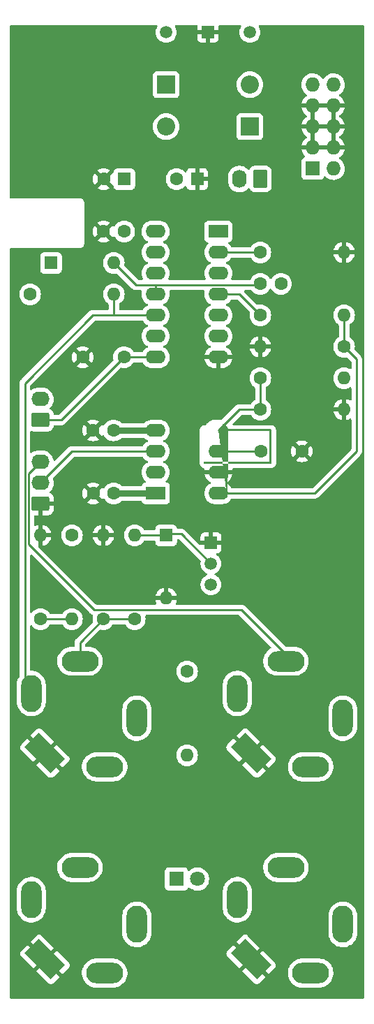
<source format=gbl>
G04 #@! TF.GenerationSoftware,KiCad,Pcbnew,6.0.4-6f826c9f35~116~ubuntu20.04.1*
G04 #@! TF.CreationDate,2022-04-20T21:19:42-04:00*
G04 #@! TF.ProjectId,yash,79617368-2e6b-4696-9361-645f70636258,rev?*
G04 #@! TF.SameCoordinates,Original*
G04 #@! TF.FileFunction,Copper,L2,Bot*
G04 #@! TF.FilePolarity,Positive*
%FSLAX46Y46*%
G04 Gerber Fmt 4.6, Leading zero omitted, Abs format (unit mm)*
G04 Created by KiCad (PCBNEW 6.0.4-6f826c9f35~116~ubuntu20.04.1) date 2022-04-20 21:19:42*
%MOMM*%
%LPD*%
G01*
G04 APERTURE LIST*
G04 Aperture macros list*
%AMRoundRect*
0 Rectangle with rounded corners*
0 $1 Rounding radius*
0 $2 $3 $4 $5 $6 $7 $8 $9 X,Y pos of 4 corners*
0 Add a 4 corners polygon primitive as box body*
4,1,4,$2,$3,$4,$5,$6,$7,$8,$9,$2,$3,0*
0 Add four circle primitives for the rounded corners*
1,1,$1+$1,$2,$3*
1,1,$1+$1,$4,$5*
1,1,$1+$1,$6,$7*
1,1,$1+$1,$8,$9*
0 Add four rect primitives between the rounded corners*
20,1,$1+$1,$2,$3,$4,$5,0*
20,1,$1+$1,$4,$5,$6,$7,0*
20,1,$1+$1,$6,$7,$8,$9,0*
20,1,$1+$1,$8,$9,$2,$3,0*%
%AMRotRect*
0 Rectangle, with rotation*
0 The origin of the aperture is its center*
0 $1 length*
0 $2 width*
0 $3 Rotation angle, in degrees counterclockwise*
0 Add horizontal line*
21,1,$1,$2,0,0,$3*%
%AMFreePoly0*
4,1,90,0.577239,0.780119,0.745669,0.721466,0.896918,0.626955,1.023470,0.501283,1.119035,0.350697,1.178863,0.182681,1.185503,0.127000,6.350000,0.127000,6.386070,0.121770,6.393782,0.116790,6.402868,0.115473,6.423357,0.097694,6.446138,0.082984,6.449937,0.074629,6.456872,0.068611,6.464508,0.042582,6.475733,0.017894,6.474416,0.008809,6.477000,0.000000,6.477000,-3.937000,
6.471770,-3.973070,6.466790,-3.980782,6.465473,-3.989868,6.447694,-4.010357,6.432984,-4.033138,6.424629,-4.036937,6.418611,-4.043872,6.392582,-4.051508,6.367894,-4.062733,6.358809,-4.061416,6.350000,-4.064000,-1.651000,-4.064000,-1.687070,-4.058770,-1.694782,-4.053790,-1.703868,-4.052473,-1.724357,-4.034694,-1.747138,-4.019984,-1.750937,-4.011629,-1.757872,-4.005611,-1.765508,-3.979582,
-1.776733,-3.954894,-1.775416,-3.945809,-1.778000,-3.937000,-1.778000,-3.810000,-1.524000,-3.810000,6.223000,-3.810000,6.223000,-0.127000,1.186045,-0.127000,1.181338,-0.171788,1.123862,-0.340623,1.030409,-0.492529,0.905623,-0.619956,0.755708,-0.716569,0.588114,-0.777569,0.411170,-0.799922,0.400000,-0.800000,-0.400000,-0.800000,-0.577239,-0.780119,-0.745669,-0.721466,-0.896918,-0.626955,
-1.023470,-0.501283,-1.119035,-0.350697,-1.178863,-0.182681,-1.185503,-0.127000,-1.524000,-0.127000,-1.524000,-3.810000,-1.778000,-3.810000,-1.778000,0.000000,-1.772770,0.036070,-1.767790,0.043782,-1.766473,0.052868,-1.748694,0.073357,-1.733984,0.096138,-1.725629,0.099937,-1.719611,0.106872,-1.693582,0.114508,-1.668894,0.125733,-1.659809,0.124416,-1.651000,0.127000,-1.186045,0.127000,
-1.181338,0.171788,-1.123862,0.340623,-1.030409,0.492529,-0.905623,0.619956,-0.755708,0.716569,-0.588114,0.777569,-0.411170,0.799922,-0.400000,0.800000,0.400000,0.800000,0.577239,0.780119,0.577239,0.780119,$1*%
G04 Aperture macros list end*
G04 #@! TA.AperFunction,ComponentPad*
%ADD10O,2.500000X4.500001*%
G04 #@! TD*
G04 #@! TA.AperFunction,ComponentPad*
%ADD11O,4.500001X2.500001*%
G04 #@! TD*
G04 #@! TA.AperFunction,ComponentPad*
%ADD12RotRect,4.500001X2.500001X315.000000*%
G04 #@! TD*
G04 #@! TA.AperFunction,ComponentPad*
%ADD13O,4.500000X2.500000*%
G04 #@! TD*
G04 #@! TA.AperFunction,ComponentPad*
%ADD14O,2.500000X4.500000*%
G04 #@! TD*
G04 #@! TA.AperFunction,ComponentPad*
%ADD15R,1.500000X1.500000*%
G04 #@! TD*
G04 #@! TA.AperFunction,ComponentPad*
%ADD16C,1.500000*%
G04 #@! TD*
G04 #@! TA.AperFunction,ComponentPad*
%ADD17C,1.600000*%
G04 #@! TD*
G04 #@! TA.AperFunction,ComponentPad*
%ADD18RoundRect,0.250000X0.620000X0.850000X-0.620000X0.850000X-0.620000X-0.850000X0.620000X-0.850000X0*%
G04 #@! TD*
G04 #@! TA.AperFunction,ComponentPad*
%ADD19O,1.740000X2.200000*%
G04 #@! TD*
G04 #@! TA.AperFunction,ComponentPad*
%ADD20R,1.600000X1.600000*%
G04 #@! TD*
G04 #@! TA.AperFunction,ComponentPad*
%ADD21O,1.600000X1.600000*%
G04 #@! TD*
G04 #@! TA.AperFunction,ComponentPad*
%ADD22R,1.800000X1.800000*%
G04 #@! TD*
G04 #@! TA.AperFunction,ComponentPad*
%ADD23C,1.800000*%
G04 #@! TD*
G04 #@! TA.AperFunction,ComponentPad*
%ADD24RoundRect,0.250000X0.850000X-0.620000X0.850000X0.620000X-0.850000X0.620000X-0.850000X-0.620000X0*%
G04 #@! TD*
G04 #@! TA.AperFunction,ComponentPad*
%ADD25O,2.200000X1.740000*%
G04 #@! TD*
G04 #@! TA.AperFunction,ComponentPad*
%ADD26R,1.727200X1.727200*%
G04 #@! TD*
G04 #@! TA.AperFunction,ComponentPad*
%ADD27O,1.727200X1.727200*%
G04 #@! TD*
G04 #@! TA.AperFunction,ComponentPad*
%ADD28R,2.200000X2.200000*%
G04 #@! TD*
G04 #@! TA.AperFunction,ComponentPad*
%ADD29O,2.200000X2.200000*%
G04 #@! TD*
G04 #@! TA.AperFunction,ComponentPad*
%ADD30R,2.400000X1.600000*%
G04 #@! TD*
G04 #@! TA.AperFunction,ComponentPad*
%ADD31O,2.400000X1.600000*%
G04 #@! TD*
G04 #@! TA.AperFunction,ComponentPad*
%ADD32FreePoly0,0.000000*%
G04 #@! TD*
G04 #@! TA.AperFunction,Conductor*
%ADD33C,0.750000*%
G04 #@! TD*
G04 #@! TA.AperFunction,Conductor*
%ADD34C,0.250000*%
G04 #@! TD*
G04 APERTURE END LIST*
D10*
G04 #@! TO.P,J11,R*
G04 #@! TO.N,N/C*
X118900000Y-155500000D03*
D11*
G04 #@! TO.P,J11,RN*
X115000000Y-161400000D03*
D12*
G04 #@! TO.P,J11,S*
G04 #@! TO.N,GND*
X107760000Y-159740000D03*
D13*
G04 #@! TO.P,J11,T*
G04 #@! TO.N,/SIGNAL_OUTPUT*
X112000000Y-148600000D03*
D14*
G04 #@! TO.P,J11,TN*
G04 #@! TO.N,N/C*
X106100000Y-152500000D03*
G04 #@! TD*
D15*
G04 #@! TO.P,TP3,1,1*
G04 #@! TO.N,GND*
X102540000Y-47370000D03*
G04 #@! TD*
D16*
G04 #@! TO.P,TP2,1,1*
G04 #@! TO.N,+12V*
X97460000Y-47370000D03*
G04 #@! TD*
D10*
G04 #@! TO.P,J3,R*
G04 #@! TO.N,N/C*
X118900000Y-130500000D03*
D11*
G04 #@! TO.P,J3,RN*
X115000000Y-136400000D03*
D12*
G04 #@! TO.P,J3,S*
G04 #@! TO.N,GND*
X107760000Y-134740000D03*
D13*
G04 #@! TO.P,J3,T*
G04 #@! TO.N,SIGLVL_CW*
X112000000Y-123600000D03*
D14*
G04 #@! TO.P,J3,TN*
G04 #@! TO.N,N/C*
X106100000Y-127500000D03*
G04 #@! TD*
D10*
G04 #@! TO.P,J1,R*
G04 #@! TO.N,N/C*
X93900000Y-130500000D03*
D11*
G04 #@! TO.P,J1,RN*
X90000000Y-136400000D03*
D12*
G04 #@! TO.P,J1,S*
G04 #@! TO.N,GND*
X82760000Y-134740000D03*
D13*
G04 #@! TO.P,J1,T*
G04 #@! TO.N,/CLOCK_INPUT*
X87000000Y-123600000D03*
D14*
G04 #@! TO.P,J1,TN*
G04 #@! TO.N,Net-(J1-PadTN)*
X81100000Y-127500000D03*
G04 #@! TD*
D10*
G04 #@! TO.P,J4,R*
G04 #@! TO.N,N/C*
X93900000Y-155500000D03*
D11*
G04 #@! TO.P,J4,RN*
X90000000Y-161400000D03*
D12*
G04 #@! TO.P,J4,S*
G04 #@! TO.N,GND*
X82760000Y-159740000D03*
D13*
G04 #@! TO.P,J4,T*
G04 #@! TO.N,/CLOCK_OUTPUT*
X87000000Y-148600000D03*
D14*
G04 #@! TO.P,J4,TN*
G04 #@! TO.N,N/C*
X81100000Y-152500000D03*
G04 #@! TD*
D16*
G04 #@! TO.P,TP1,1,1*
G04 #@! TO.N,-12V*
X107620000Y-47370000D03*
G04 #@! TD*
D17*
G04 #@! TO.P,C6,1*
G04 #@! TO.N,+12V*
X91110000Y-103250000D03*
G04 #@! TO.P,C6,2*
G04 #@! TO.N,GND*
X88610000Y-103250000D03*
G04 #@! TD*
D18*
G04 #@! TO.P,J7,1,Pin_1*
G04 #@! TO.N,TH_1*
X108890000Y-65150000D03*
D19*
G04 #@! TO.P,J7,2,Pin_2*
G04 #@! TO.N,TH_2*
X106350000Y-65150000D03*
G04 #@! TD*
D17*
G04 #@! TO.P,C7,1*
G04 #@! TO.N,GND*
X88580000Y-95620000D03*
G04 #@! TO.P,C7,2*
G04 #@! TO.N,-12V*
X91080000Y-95620000D03*
G04 #@! TD*
D20*
G04 #@! TO.P,D3,1,K*
G04 #@! TO.N,Net-(D3-Pad1)*
X97460000Y-108330000D03*
D21*
G04 #@! TO.P,D3,2,A*
G04 #@! TO.N,GND*
X97460000Y-115950000D03*
G04 #@! TD*
D17*
G04 #@! TO.P,R10,1*
G04 #@! TO.N,/OUT398*
X108900000Y-93090000D03*
D21*
G04 #@! TO.P,R10,2*
G04 #@! TO.N,GND*
X119060000Y-93090000D03*
G04 #@! TD*
D20*
G04 #@! TO.P,D5,1,K*
G04 #@! TO.N,Net-(D5-Pad1)*
X83490000Y-75310000D03*
D21*
G04 #@! TO.P,D5,2,A*
G04 #@! TO.N,TH_1*
X91110000Y-75310000D03*
G04 #@! TD*
D17*
G04 #@! TO.P,R6,1*
G04 #@! TO.N,TH_2*
X108890000Y-74040000D03*
D21*
G04 #@! TO.P,R6,2*
G04 #@! TO.N,GND*
X119050000Y-74040000D03*
G04 #@! TD*
D17*
G04 #@! TO.P,C4,1*
G04 #@! TO.N,+12V*
X92370000Y-71500000D03*
G04 #@! TO.P,C4,2*
G04 #@! TO.N,GND*
X89870000Y-71500000D03*
G04 #@! TD*
D22*
G04 #@! TO.P,D4,1,K*
G04 #@! TO.N,Net-(D4-Pad1)*
X98725000Y-150000000D03*
D23*
G04 #@! TO.P,D4,2,A*
G04 #@! TO.N,Net-(D4-Pad2)*
X101265000Y-150000000D03*
G04 #@! TD*
D17*
G04 #@! TO.P,R2,1*
G04 #@! TO.N,/CLOCK_INPUT*
X93650000Y-118490000D03*
D21*
G04 #@! TO.P,R2,2*
G04 #@! TO.N,Net-(D3-Pad1)*
X93650000Y-108330000D03*
G04 #@! TD*
D17*
G04 #@! TO.P,R7,1*
G04 #@! TO.N,/CLOCK_OUTPUT*
X82220000Y-118490000D03*
D21*
G04 #@! TO.P,R7,2*
G04 #@! TO.N,GND*
X82220000Y-108330000D03*
G04 #@! TD*
D17*
G04 #@! TO.P,R3,1*
G04 #@! TO.N,CLKFR_W*
X80950000Y-79120000D03*
D21*
G04 #@! TO.P,R3,2*
G04 #@! TO.N,Net-(J1-PadTN)*
X91110000Y-79120000D03*
G04 #@! TD*
D17*
G04 #@! TO.P,C5,1*
G04 #@! TO.N,TH_1*
X108890000Y-77850000D03*
G04 #@! TO.P,C5,2*
G04 #@! TO.N,TH_2*
X111390000Y-77850000D03*
G04 #@! TD*
D24*
G04 #@! TO.P,J5,1,Pin_1*
G04 #@! TO.N,GND*
X82220000Y-104520000D03*
D25*
G04 #@! TO.P,J5,2,Pin_2*
G04 #@! TO.N,SIGLVL_W*
X82220000Y-101980000D03*
G04 #@! TO.P,J5,3,Pin_3*
G04 #@! TO.N,SIGLVL_CW*
X82220000Y-99440000D03*
G04 #@! TD*
D17*
G04 #@! TO.P,R8,1*
G04 #@! TO.N,Net-(R8-Pad1)*
X108890000Y-81660000D03*
D21*
G04 #@! TO.P,R8,2*
G04 #@! TO.N,Net-(R8-Pad2)*
X119050000Y-81660000D03*
G04 #@! TD*
D17*
G04 #@! TO.P,C1,1*
G04 #@! TO.N,CLKFR_CCW*
X92340000Y-86740000D03*
G04 #@! TO.P,C1,2*
G04 #@! TO.N,GND*
X87340000Y-86740000D03*
G04 #@! TD*
G04 #@! TO.P,R4,1*
G04 #@! TO.N,+12V*
X100000000Y-124840000D03*
D21*
G04 #@! TO.P,R4,2*
G04 #@! TO.N,Net-(D4-Pad2)*
X100000000Y-135000000D03*
G04 #@! TD*
D20*
G04 #@! TO.P,C2,1*
G04 #@! TO.N,+12V*
X92380000Y-65150000D03*
D17*
G04 #@! TO.P,C2,2*
G04 #@! TO.N,GND*
X89880000Y-65150000D03*
G04 #@! TD*
D20*
G04 #@! TO.P,C3,1*
G04 #@! TO.N,GND*
X101230000Y-65150000D03*
D17*
G04 #@! TO.P,C3,2*
G04 #@! TO.N,-12V*
X98730000Y-65150000D03*
G04 #@! TD*
G04 #@! TO.P,R1,1*
G04 #@! TO.N,/CLOCK_INPUT*
X89840000Y-118490000D03*
D21*
G04 #@! TO.P,R1,2*
G04 #@! TO.N,GND*
X89840000Y-108330000D03*
G04 #@! TD*
D26*
G04 #@! TO.P,J2,1,-12V*
G04 #@! TO.N,/-12_IN*
X115240000Y-63880000D03*
D27*
G04 #@! TO.P,J2,2,-12V*
X117780000Y-63880000D03*
G04 #@! TO.P,J2,3,GND*
G04 #@! TO.N,GND*
X115240000Y-61340000D03*
G04 #@! TO.P,J2,4,GND*
X117780000Y-61340000D03*
G04 #@! TO.P,J2,5,GND*
X115240000Y-58800000D03*
G04 #@! TO.P,J2,6,GND*
X117780000Y-58800000D03*
G04 #@! TO.P,J2,7,GND*
X115240000Y-56260000D03*
G04 #@! TO.P,J2,8,GND*
X117780000Y-56260000D03*
G04 #@! TO.P,J2,9,+12V*
G04 #@! TO.N,/+12_IN*
X115240000Y-53720000D03*
G04 #@! TO.P,J2,10,+12V*
X117780000Y-53720000D03*
G04 #@! TD*
D17*
G04 #@! TO.P,R5,1*
G04 #@! TO.N,Net-(D5-Pad1)*
X86030000Y-108330000D03*
D21*
G04 #@! TO.P,R5,2*
G04 #@! TO.N,/CLOCK_OUTPUT*
X86030000Y-118490000D03*
G04 #@! TD*
D24*
G04 #@! TO.P,J6,1,Pin_1*
G04 #@! TO.N,CLKFR_CCW*
X82220000Y-94360000D03*
D25*
G04 #@! TO.P,J6,2,Pin_2*
G04 #@! TO.N,CLKFR_W*
X82220000Y-91820000D03*
G04 #@! TD*
D28*
G04 #@! TO.P,D1,1,K*
G04 #@! TO.N,+12V*
X97460000Y-53720000D03*
D29*
G04 #@! TO.P,D1,2,A*
G04 #@! TO.N,/+12_IN*
X107620000Y-53720000D03*
G04 #@! TD*
D17*
G04 #@! TO.P,C8,1*
G04 #@! TO.N,Net-(C8-Pad1)*
X108940000Y-98150000D03*
G04 #@! TO.P,C8,2*
G04 #@! TO.N,GND*
X113940000Y-98150000D03*
G04 #@! TD*
D30*
G04 #@! TO.P,U1,1*
G04 #@! TO.N,TH_2*
X103800000Y-71500000D03*
D31*
G04 #@! TO.P,U1,2*
X103800000Y-74040000D03*
G04 #@! TO.P,U1,3*
G04 #@! TO.N,Net-(U1-Pad3)*
X103800000Y-76580000D03*
G04 #@! TO.P,U1,4*
G04 #@! TO.N,Net-(R8-Pad1)*
X103800000Y-79120000D03*
G04 #@! TO.P,U1,5*
G04 #@! TO.N,Net-(U1-Pad3)*
X103800000Y-81660000D03*
G04 #@! TO.P,U1,6*
X103800000Y-84200000D03*
G04 #@! TO.P,U1,7,GND*
G04 #@! TO.N,GND*
X103800000Y-86740000D03*
G04 #@! TO.P,U1,8*
G04 #@! TO.N,CLKFR_CCW*
X96180000Y-86740000D03*
G04 #@! TO.P,U1,9*
X96180000Y-84200000D03*
G04 #@! TO.P,U1,10*
G04 #@! TO.N,Net-(J1-PadTN)*
X96180000Y-81660000D03*
G04 #@! TO.P,U1,11*
G04 #@! TO.N,TH_1*
X96180000Y-79120000D03*
G04 #@! TO.P,U1,12*
G04 #@! TO.N,Net-(D4-Pad1)*
X96180000Y-76580000D03*
G04 #@! TO.P,U1,13*
X96180000Y-74040000D03*
G04 #@! TO.P,U1,14,VCC*
G04 #@! TO.N,+12V*
X96180000Y-71500000D03*
G04 #@! TD*
D15*
G04 #@! TO.P,Q1,1,E*
G04 #@! TO.N,GND*
X102900000Y-109240000D03*
D16*
G04 #@! TO.P,Q1,2,B*
G04 #@! TO.N,Net-(D3-Pad1)*
X102900000Y-111780000D03*
G04 #@! TO.P,Q1,3,C*
G04 #@! TO.N,Net-(D4-Pad1)*
X102900000Y-114320000D03*
G04 #@! TD*
D28*
G04 #@! TO.P,D2,1,K*
G04 #@! TO.N,/-12_IN*
X107620000Y-58800000D03*
D29*
G04 #@! TO.P,D2,2,A*
G04 #@! TO.N,-12V*
X97460000Y-58800000D03*
G04 #@! TD*
D30*
G04 #@! TO.P,U2,1,V+*
G04 #@! TO.N,+12V*
X96190000Y-103240000D03*
D31*
G04 #@! TO.P,U2,2,OFF_ADJ*
G04 #@! TO.N,unconnected-(U2-Pad2)*
X96190000Y-100700000D03*
G04 #@! TO.P,U2,3,INPUT*
G04 #@! TO.N,SIGLVL_W*
X96190000Y-98160000D03*
G04 #@! TO.P,U2,4,V-*
G04 #@! TO.N,-12V*
X96190000Y-95620000D03*
D32*
G04 #@! TO.P,U2,5,OUTPUT*
G04 #@! TO.N,/OUT398*
X103810000Y-95620000D03*
D31*
G04 #@! TO.P,U2,6,C_H*
G04 #@! TO.N,Net-(C8-Pad1)*
X103810000Y-98160000D03*
G04 #@! TO.P,U2,7,LOG_REF*
G04 #@! TO.N,GND*
X103810000Y-100700000D03*
G04 #@! TO.P,U2,8,LOGIC*
G04 #@! TO.N,Net-(R8-Pad2)*
X103810000Y-103240000D03*
G04 #@! TD*
D17*
G04 #@! TO.P,R11,1*
G04 #@! TO.N,/OUT398*
X108890000Y-89280000D03*
D21*
G04 #@! TO.P,R11,2*
G04 #@! TO.N,/SIGNAL_OUTPUT*
X119050000Y-89280000D03*
G04 #@! TD*
D17*
G04 #@! TO.P,R9,1*
G04 #@! TO.N,Net-(R8-Pad2)*
X119050000Y-85470000D03*
D21*
G04 #@! TO.P,R9,2*
G04 #@! TO.N,GND*
X108890000Y-85470000D03*
G04 #@! TD*
D33*
G04 #@! TO.N,+12V*
X91110000Y-103250000D02*
X96180000Y-103250000D01*
G04 #@! TO.N,-12V*
X96190000Y-95620000D02*
X91080000Y-95620000D01*
D34*
G04 #@! TO.N,Net-(D3-Pad1)*
X97624511Y-108165489D02*
X99285489Y-108165489D01*
X93650000Y-108330000D02*
X97460000Y-108330000D01*
X99285489Y-108165489D02*
X102900000Y-111780000D01*
G04 #@! TO.N,TH_1*
X96171520Y-77995480D02*
X108744520Y-77995480D01*
X96171520Y-77995480D02*
X96180000Y-78003960D01*
X93795480Y-77995480D02*
X96171520Y-77995480D01*
X91110000Y-75310000D02*
X93795480Y-77995480D01*
X96180000Y-78003960D02*
X96180000Y-79120000D01*
G04 #@! TO.N,TH_2*
X103800000Y-74040000D02*
X108890000Y-74040000D01*
G04 #@! TO.N,Net-(C8-Pad1)*
X103785000Y-98170000D02*
X108915000Y-98170000D01*
G04 #@! TO.N,/CLOCK_INPUT*
X87000000Y-121330000D02*
X87000000Y-122800000D01*
X89840000Y-118490000D02*
X87000000Y-121330000D01*
X89840000Y-118490000D02*
X93650000Y-118490000D01*
G04 #@! TO.N,/CLOCK_OUTPUT*
X82220000Y-118490000D02*
X86030000Y-118490000D01*
G04 #@! TO.N,/OUT398*
X106340000Y-93090000D02*
X103810000Y-95620000D01*
X108890000Y-89280000D02*
X108890000Y-93080000D01*
X108900000Y-93090000D02*
X106340000Y-93090000D01*
G04 #@! TO.N,Net-(J1-PadTN)*
X91110000Y-81660000D02*
X91110000Y-79120000D01*
X88570000Y-81660000D02*
X96180000Y-81660000D01*
X80315000Y-89915000D02*
X80315000Y-125915000D01*
X88570000Y-81660000D02*
X80315000Y-89915000D01*
G04 #@! TO.N,Net-(R8-Pad1)*
X103800000Y-79120000D02*
X106350000Y-79120000D01*
X106350000Y-79120000D02*
X108890000Y-81660000D01*
G04 #@! TO.N,Net-(R8-Pad2)*
X115504000Y-103240000D02*
X103810000Y-103240000D01*
X120574000Y-98170000D02*
X115504000Y-103240000D01*
X119050000Y-85470000D02*
X120574000Y-86994000D01*
X120574000Y-86994000D02*
X120574000Y-98170000D01*
X119050000Y-81660000D02*
X119050000Y-85470000D01*
G04 #@! TO.N,CLKFR_CCW*
X82220000Y-94360000D02*
X84720000Y-94360000D01*
X92350000Y-86750000D02*
X96180000Y-86750000D01*
X84720000Y-94360000D02*
X92340000Y-86740000D01*
G04 #@! TO.N,SIGLVL_CW*
X82220000Y-99440000D02*
X80795480Y-100864520D01*
X80795480Y-109445480D02*
X88715489Y-117365489D01*
X106565489Y-117365489D02*
X112000000Y-122800000D01*
X80795480Y-100864520D02*
X80795480Y-109445480D01*
X88715489Y-117365489D02*
X106565489Y-117365489D01*
G04 #@! TO.N,SIGLVL_W*
X96190000Y-98160000D02*
X86040000Y-98160000D01*
X86040000Y-98160000D02*
X82220000Y-101980000D01*
G04 #@! TD*
G04 #@! TA.AperFunction,Conductor*
G04 #@! TO.N,GND*
G36*
X96352962Y-46528502D02*
G01*
X96399455Y-46582158D01*
X96409559Y-46652432D01*
X96388054Y-46706770D01*
X96365944Y-46738347D01*
X96363621Y-46743329D01*
X96363618Y-46743334D01*
X96316415Y-46844562D01*
X96272880Y-46937924D01*
X96215885Y-47150629D01*
X96196693Y-47370000D01*
X96215885Y-47589371D01*
X96272880Y-47802076D01*
X96275205Y-47807061D01*
X96363618Y-47996666D01*
X96363621Y-47996671D01*
X96365944Y-48001653D01*
X96492251Y-48182038D01*
X96647962Y-48337749D01*
X96828346Y-48464056D01*
X97027924Y-48557120D01*
X97240629Y-48614115D01*
X97460000Y-48633307D01*
X97679371Y-48614115D01*
X97892076Y-48557120D01*
X98091654Y-48464056D01*
X98272038Y-48337749D01*
X98427749Y-48182038D01*
X98439911Y-48164669D01*
X101282001Y-48164669D01*
X101282371Y-48171490D01*
X101287895Y-48222352D01*
X101291521Y-48237604D01*
X101336676Y-48358054D01*
X101345214Y-48373649D01*
X101421715Y-48475724D01*
X101434276Y-48488285D01*
X101536351Y-48564786D01*
X101551946Y-48573324D01*
X101672394Y-48618478D01*
X101687649Y-48622105D01*
X101738514Y-48627631D01*
X101745328Y-48628000D01*
X102267885Y-48628000D01*
X102283124Y-48623525D01*
X102284329Y-48622135D01*
X102286000Y-48614452D01*
X102286000Y-48609884D01*
X102794000Y-48609884D01*
X102798475Y-48625123D01*
X102799865Y-48626328D01*
X102807548Y-48627999D01*
X103334669Y-48627999D01*
X103341490Y-48627629D01*
X103392352Y-48622105D01*
X103407604Y-48618479D01*
X103528054Y-48573324D01*
X103543649Y-48564786D01*
X103645724Y-48488285D01*
X103658285Y-48475724D01*
X103734786Y-48373649D01*
X103743324Y-48358054D01*
X103788478Y-48237606D01*
X103792105Y-48222351D01*
X103797631Y-48171486D01*
X103798000Y-48164672D01*
X103798000Y-47642115D01*
X103793525Y-47626876D01*
X103792135Y-47625671D01*
X103784452Y-47624000D01*
X102812115Y-47624000D01*
X102796876Y-47628475D01*
X102795671Y-47629865D01*
X102794000Y-47637548D01*
X102794000Y-48609884D01*
X102286000Y-48609884D01*
X102286000Y-47642115D01*
X102281525Y-47626876D01*
X102280135Y-47625671D01*
X102272452Y-47624000D01*
X101300116Y-47624000D01*
X101284877Y-47628475D01*
X101283672Y-47629865D01*
X101282001Y-47637548D01*
X101282001Y-48164669D01*
X98439911Y-48164669D01*
X98554056Y-48001653D01*
X98556379Y-47996671D01*
X98556382Y-47996666D01*
X98644795Y-47807061D01*
X98647120Y-47802076D01*
X98704115Y-47589371D01*
X98723307Y-47370000D01*
X98704115Y-47150629D01*
X98647120Y-46937924D01*
X98603585Y-46844562D01*
X98556382Y-46743334D01*
X98556379Y-46743329D01*
X98554056Y-46738347D01*
X98531946Y-46706770D01*
X98509258Y-46639497D01*
X98526543Y-46570637D01*
X98578312Y-46522053D01*
X98635159Y-46508500D01*
X101156000Y-46508500D01*
X101224121Y-46528502D01*
X101270614Y-46582158D01*
X101282000Y-46634500D01*
X101282000Y-47097885D01*
X101286475Y-47113124D01*
X101287865Y-47114329D01*
X101295548Y-47116000D01*
X103779884Y-47116000D01*
X103795123Y-47111525D01*
X103796328Y-47110135D01*
X103797999Y-47102452D01*
X103797999Y-46634500D01*
X103818001Y-46566379D01*
X103871657Y-46519886D01*
X103923999Y-46508500D01*
X106444841Y-46508500D01*
X106512962Y-46528502D01*
X106559455Y-46582158D01*
X106569559Y-46652432D01*
X106548054Y-46706770D01*
X106525944Y-46738347D01*
X106523621Y-46743329D01*
X106523618Y-46743334D01*
X106476415Y-46844562D01*
X106432880Y-46937924D01*
X106375885Y-47150629D01*
X106356693Y-47370000D01*
X106375885Y-47589371D01*
X106432880Y-47802076D01*
X106435205Y-47807061D01*
X106523618Y-47996666D01*
X106523621Y-47996671D01*
X106525944Y-48001653D01*
X106652251Y-48182038D01*
X106807962Y-48337749D01*
X106988346Y-48464056D01*
X107187924Y-48557120D01*
X107400629Y-48614115D01*
X107620000Y-48633307D01*
X107839371Y-48614115D01*
X108052076Y-48557120D01*
X108251654Y-48464056D01*
X108432038Y-48337749D01*
X108587749Y-48182038D01*
X108714056Y-48001653D01*
X108716379Y-47996671D01*
X108716382Y-47996666D01*
X108804795Y-47807061D01*
X108807120Y-47802076D01*
X108864115Y-47589371D01*
X108883307Y-47370000D01*
X108864115Y-47150629D01*
X108807120Y-46937924D01*
X108763585Y-46844562D01*
X108716382Y-46743334D01*
X108716379Y-46743329D01*
X108714056Y-46738347D01*
X108691946Y-46706770D01*
X108669258Y-46639497D01*
X108686543Y-46570637D01*
X108738312Y-46522053D01*
X108795159Y-46508500D01*
X121365500Y-46508500D01*
X121433621Y-46528502D01*
X121480114Y-46582158D01*
X121491500Y-46634500D01*
X121491500Y-164365500D01*
X121471498Y-164433621D01*
X121417842Y-164480114D01*
X121365500Y-164491500D01*
X78634500Y-164491500D01*
X78566379Y-164471498D01*
X78519886Y-164417842D01*
X78508500Y-164365500D01*
X78508500Y-161163830D01*
X81701710Y-161163830D01*
X81701841Y-161165663D01*
X81706092Y-161172278D01*
X83139481Y-162605667D01*
X83144565Y-162610229D01*
X83184438Y-162642290D01*
X83197789Y-162650511D01*
X83314889Y-162703752D01*
X83331950Y-162708741D01*
X83458218Y-162726824D01*
X83475996Y-162726824D01*
X83602264Y-162708741D01*
X83619325Y-162703752D01*
X83736420Y-162650513D01*
X83749777Y-162642288D01*
X83789661Y-162610221D01*
X83794720Y-162605681D01*
X84517787Y-161882613D01*
X84525398Y-161868675D01*
X84525266Y-161866839D01*
X84521017Y-161860227D01*
X84168445Y-161507655D01*
X87239858Y-161507655D01*
X87275104Y-161766638D01*
X87276412Y-161771124D01*
X87276412Y-161771126D01*
X87296098Y-161838664D01*
X87348243Y-162017567D01*
X87457668Y-162254928D01*
X87460231Y-162258837D01*
X87598410Y-162469596D01*
X87598414Y-162469601D01*
X87600976Y-162473509D01*
X87775018Y-162668506D01*
X87975970Y-162835637D01*
X87979973Y-162838066D01*
X88195422Y-162968804D01*
X88195426Y-162968806D01*
X88199419Y-162971229D01*
X88440455Y-163072303D01*
X88693783Y-163136641D01*
X88698434Y-163137109D01*
X88698438Y-163137110D01*
X88891308Y-163156531D01*
X88910867Y-163158500D01*
X91066354Y-163158500D01*
X91068679Y-163158327D01*
X91068685Y-163158327D01*
X91256000Y-163144407D01*
X91256004Y-163144406D01*
X91260652Y-163144061D01*
X91265200Y-163143032D01*
X91265206Y-163143031D01*
X91451601Y-163100853D01*
X91515577Y-163086377D01*
X91551769Y-163072303D01*
X91754824Y-162993340D01*
X91754827Y-162993339D01*
X91759177Y-162991647D01*
X91986098Y-162861951D01*
X92191357Y-162700138D01*
X92370443Y-162509763D01*
X92519424Y-162295009D01*
X92635025Y-162060593D01*
X92714707Y-161811665D01*
X92756721Y-161553693D01*
X92760142Y-161292345D01*
X92742652Y-161163830D01*
X106701710Y-161163830D01*
X106701841Y-161165663D01*
X106706092Y-161172278D01*
X108139481Y-162605667D01*
X108144565Y-162610229D01*
X108184438Y-162642290D01*
X108197789Y-162650511D01*
X108314889Y-162703752D01*
X108331950Y-162708741D01*
X108458218Y-162726824D01*
X108475996Y-162726824D01*
X108602264Y-162708741D01*
X108619325Y-162703752D01*
X108736420Y-162650513D01*
X108749777Y-162642288D01*
X108789661Y-162610221D01*
X108794720Y-162605681D01*
X109517787Y-161882613D01*
X109525398Y-161868675D01*
X109525266Y-161866839D01*
X109521017Y-161860227D01*
X109168445Y-161507655D01*
X112239858Y-161507655D01*
X112275104Y-161766638D01*
X112276412Y-161771124D01*
X112276412Y-161771126D01*
X112296098Y-161838664D01*
X112348243Y-162017567D01*
X112457668Y-162254928D01*
X112460231Y-162258837D01*
X112598410Y-162469596D01*
X112598414Y-162469601D01*
X112600976Y-162473509D01*
X112775018Y-162668506D01*
X112975970Y-162835637D01*
X112979973Y-162838066D01*
X113195422Y-162968804D01*
X113195426Y-162968806D01*
X113199419Y-162971229D01*
X113440455Y-163072303D01*
X113693783Y-163136641D01*
X113698434Y-163137109D01*
X113698438Y-163137110D01*
X113891308Y-163156531D01*
X113910867Y-163158500D01*
X116066354Y-163158500D01*
X116068679Y-163158327D01*
X116068685Y-163158327D01*
X116256000Y-163144407D01*
X116256004Y-163144406D01*
X116260652Y-163144061D01*
X116265200Y-163143032D01*
X116265206Y-163143031D01*
X116451601Y-163100853D01*
X116515577Y-163086377D01*
X116551769Y-163072303D01*
X116754824Y-162993340D01*
X116754827Y-162993339D01*
X116759177Y-162991647D01*
X116986098Y-162861951D01*
X117191357Y-162700138D01*
X117370443Y-162509763D01*
X117519424Y-162295009D01*
X117635025Y-162060593D01*
X117714707Y-161811665D01*
X117756721Y-161553693D01*
X117760142Y-161292345D01*
X117724896Y-161033362D01*
X117710473Y-160983877D01*
X117656379Y-160798290D01*
X117651757Y-160782433D01*
X117542332Y-160545072D01*
X117483931Y-160455996D01*
X117401590Y-160330404D01*
X117401586Y-160330399D01*
X117399024Y-160326491D01*
X117224982Y-160131494D01*
X117024030Y-159964363D01*
X116976844Y-159935730D01*
X116804578Y-159831196D01*
X116804574Y-159831194D01*
X116800581Y-159828771D01*
X116559545Y-159727697D01*
X116306217Y-159663359D01*
X116301566Y-159662891D01*
X116301562Y-159662890D01*
X116092271Y-159641816D01*
X116089133Y-159641500D01*
X113933646Y-159641500D01*
X113931321Y-159641673D01*
X113931315Y-159641673D01*
X113744000Y-159655593D01*
X113743996Y-159655594D01*
X113739348Y-159655939D01*
X113734800Y-159656968D01*
X113734794Y-159656969D01*
X113548399Y-159699147D01*
X113484423Y-159713623D01*
X113480071Y-159715315D01*
X113480069Y-159715316D01*
X113245176Y-159806660D01*
X113245173Y-159806661D01*
X113240823Y-159808353D01*
X113013902Y-159938049D01*
X112808643Y-160099862D01*
X112629557Y-160290237D01*
X112480576Y-160504991D01*
X112478510Y-160509181D01*
X112478508Y-160509184D01*
X112434056Y-160599325D01*
X112364975Y-160739407D01*
X112363553Y-160743850D01*
X112363552Y-160743852D01*
X112286720Y-160983877D01*
X112285293Y-160988335D01*
X112243279Y-161246307D01*
X112239858Y-161507655D01*
X109168445Y-161507655D01*
X107772812Y-160112022D01*
X107758868Y-160104408D01*
X107757035Y-160104539D01*
X107750420Y-160108790D01*
X106709324Y-161149886D01*
X106701710Y-161163830D01*
X92742652Y-161163830D01*
X92724896Y-161033362D01*
X92710473Y-160983877D01*
X92656379Y-160798290D01*
X92651757Y-160782433D01*
X92542332Y-160545072D01*
X92483931Y-160455996D01*
X92401590Y-160330404D01*
X92401586Y-160330399D01*
X92399024Y-160326491D01*
X92224982Y-160131494D01*
X92024030Y-159964363D01*
X91976844Y-159935730D01*
X91804578Y-159831196D01*
X91804574Y-159831194D01*
X91800581Y-159828771D01*
X91559545Y-159727697D01*
X91306217Y-159663359D01*
X91301566Y-159662891D01*
X91301562Y-159662890D01*
X91092271Y-159641816D01*
X91089133Y-159641500D01*
X88933646Y-159641500D01*
X88931321Y-159641673D01*
X88931315Y-159641673D01*
X88744000Y-159655593D01*
X88743996Y-159655594D01*
X88739348Y-159655939D01*
X88734800Y-159656968D01*
X88734794Y-159656969D01*
X88548399Y-159699147D01*
X88484423Y-159713623D01*
X88480071Y-159715315D01*
X88480069Y-159715316D01*
X88245176Y-159806660D01*
X88245173Y-159806661D01*
X88240823Y-159808353D01*
X88013902Y-159938049D01*
X87808643Y-160099862D01*
X87629557Y-160290237D01*
X87480576Y-160504991D01*
X87478510Y-160509181D01*
X87478508Y-160509184D01*
X87434056Y-160599325D01*
X87364975Y-160739407D01*
X87363553Y-160743850D01*
X87363552Y-160743852D01*
X87286720Y-160983877D01*
X87285293Y-160988335D01*
X87243279Y-161246307D01*
X87239858Y-161507655D01*
X84168445Y-161507655D01*
X82772812Y-160112022D01*
X82758868Y-160104408D01*
X82757035Y-160104539D01*
X82750420Y-160108790D01*
X81709324Y-161149886D01*
X81701710Y-161163830D01*
X78508500Y-161163830D01*
X78508500Y-159041782D01*
X79773176Y-159041782D01*
X79791259Y-159168050D01*
X79796248Y-159185111D01*
X79849488Y-159302209D01*
X79857711Y-159315563D01*
X79889771Y-159355437D01*
X79894332Y-159360519D01*
X81324490Y-160790676D01*
X81338434Y-160798290D01*
X81340268Y-160798159D01*
X81346880Y-160793910D01*
X82387978Y-159752812D01*
X82394356Y-159741132D01*
X83124408Y-159741132D01*
X83124539Y-159742965D01*
X83128790Y-159749580D01*
X84876993Y-161497783D01*
X84890937Y-161505397D01*
X84892770Y-161505266D01*
X84899385Y-161501015D01*
X85625667Y-160774733D01*
X85630228Y-160769650D01*
X85662289Y-160729776D01*
X85670512Y-160716422D01*
X85723752Y-160599325D01*
X85728741Y-160582264D01*
X85746824Y-160455996D01*
X85746824Y-160438218D01*
X85728741Y-160311950D01*
X85723752Y-160294889D01*
X85670512Y-160177791D01*
X85662289Y-160164437D01*
X85630229Y-160124563D01*
X85625668Y-160119481D01*
X84547968Y-159041782D01*
X104773176Y-159041782D01*
X104791259Y-159168050D01*
X104796248Y-159185111D01*
X104849488Y-159302209D01*
X104857711Y-159315563D01*
X104889771Y-159355437D01*
X104894332Y-159360519D01*
X106324490Y-160790676D01*
X106338434Y-160798290D01*
X106340268Y-160798159D01*
X106346880Y-160793910D01*
X107387978Y-159752812D01*
X107394356Y-159741132D01*
X108124408Y-159741132D01*
X108124539Y-159742965D01*
X108128790Y-159749580D01*
X109876993Y-161497783D01*
X109890937Y-161505397D01*
X109892770Y-161505266D01*
X109899385Y-161501015D01*
X110625667Y-160774733D01*
X110630228Y-160769650D01*
X110662289Y-160729776D01*
X110670512Y-160716422D01*
X110723752Y-160599325D01*
X110728741Y-160582264D01*
X110746824Y-160455996D01*
X110746824Y-160438218D01*
X110728741Y-160311950D01*
X110723752Y-160294889D01*
X110670512Y-160177791D01*
X110662289Y-160164437D01*
X110630229Y-160124563D01*
X110625668Y-160119481D01*
X109195510Y-158689324D01*
X109181566Y-158681710D01*
X109179732Y-158681841D01*
X109173120Y-158686090D01*
X108132022Y-159727188D01*
X108124408Y-159741132D01*
X107394356Y-159741132D01*
X107395592Y-159738868D01*
X107395461Y-159737035D01*
X107391210Y-159730420D01*
X105643007Y-157982217D01*
X105629063Y-157974603D01*
X105627230Y-157974734D01*
X105620615Y-157978985D01*
X104894333Y-158705267D01*
X104889772Y-158710350D01*
X104857711Y-158750224D01*
X104849488Y-158763578D01*
X104796248Y-158880675D01*
X104791259Y-158897736D01*
X104773176Y-159024004D01*
X104773176Y-159041782D01*
X84547968Y-159041782D01*
X84195510Y-158689324D01*
X84181566Y-158681710D01*
X84179732Y-158681841D01*
X84173120Y-158686090D01*
X83132022Y-159727188D01*
X83124408Y-159741132D01*
X82394356Y-159741132D01*
X82395592Y-159738868D01*
X82395461Y-159737035D01*
X82391210Y-159730420D01*
X80643007Y-157982217D01*
X80629063Y-157974603D01*
X80627230Y-157974734D01*
X80620615Y-157978985D01*
X79894333Y-158705267D01*
X79889772Y-158710350D01*
X79857711Y-158750224D01*
X79849488Y-158763578D01*
X79796248Y-158880675D01*
X79791259Y-158897736D01*
X79773176Y-159024004D01*
X79773176Y-159041782D01*
X78508500Y-159041782D01*
X78508500Y-157611325D01*
X80994602Y-157611325D01*
X80994734Y-157613161D01*
X80998983Y-157619773D01*
X82747188Y-159367978D01*
X82761132Y-159375592D01*
X82762965Y-159375461D01*
X82769580Y-159371210D01*
X83810676Y-158330114D01*
X83818290Y-158316170D01*
X83818159Y-158314337D01*
X83813908Y-158307722D01*
X82380519Y-156874333D01*
X82375435Y-156869771D01*
X82335562Y-156837710D01*
X82322211Y-156829489D01*
X82205111Y-156776248D01*
X82188050Y-156771259D01*
X82061782Y-156753176D01*
X82044004Y-156753176D01*
X81917736Y-156771259D01*
X81900675Y-156776248D01*
X81783580Y-156829487D01*
X81770223Y-156837712D01*
X81730339Y-156869779D01*
X81725280Y-156874319D01*
X81002213Y-157597387D01*
X80994602Y-157611325D01*
X78508500Y-157611325D01*
X78508500Y-156566354D01*
X92141500Y-156566354D01*
X92155939Y-156760652D01*
X92156968Y-156765200D01*
X92156969Y-156765206D01*
X92199147Y-156951601D01*
X92213623Y-157015577D01*
X92308353Y-157259177D01*
X92438049Y-157486098D01*
X92599862Y-157691357D01*
X92790237Y-157870443D01*
X93004991Y-158019424D01*
X93009181Y-158021490D01*
X93009184Y-158021492D01*
X93235219Y-158132960D01*
X93235222Y-158132961D01*
X93239407Y-158135025D01*
X93243850Y-158136447D01*
X93243852Y-158136448D01*
X93483877Y-158213280D01*
X93488335Y-158214707D01*
X93746307Y-158256721D01*
X93860058Y-158258210D01*
X94002978Y-158260081D01*
X94002981Y-158260081D01*
X94007655Y-158260142D01*
X94266638Y-158224896D01*
X94517567Y-158151757D01*
X94553862Y-158135025D01*
X94572112Y-158126611D01*
X94754928Y-158042332D01*
X94858232Y-157974603D01*
X94969596Y-157901590D01*
X94969601Y-157901586D01*
X94973509Y-157899024D01*
X95168506Y-157724982D01*
X95263034Y-157611325D01*
X105994602Y-157611325D01*
X105994734Y-157613161D01*
X105998983Y-157619773D01*
X107747188Y-159367978D01*
X107761132Y-159375592D01*
X107762965Y-159375461D01*
X107769580Y-159371210D01*
X108810676Y-158330114D01*
X108818290Y-158316170D01*
X108818159Y-158314337D01*
X108813908Y-158307722D01*
X107380519Y-156874333D01*
X107375435Y-156869771D01*
X107335562Y-156837710D01*
X107322211Y-156829489D01*
X107205111Y-156776248D01*
X107188050Y-156771259D01*
X107061782Y-156753176D01*
X107044004Y-156753176D01*
X106917736Y-156771259D01*
X106900675Y-156776248D01*
X106783580Y-156829487D01*
X106770223Y-156837712D01*
X106730339Y-156869779D01*
X106725280Y-156874319D01*
X106002213Y-157597387D01*
X105994602Y-157611325D01*
X95263034Y-157611325D01*
X95335637Y-157524030D01*
X95471229Y-157300581D01*
X95572303Y-157059545D01*
X95636641Y-156806217D01*
X95658500Y-156589133D01*
X95658500Y-156566354D01*
X117141500Y-156566354D01*
X117155939Y-156760652D01*
X117156968Y-156765200D01*
X117156969Y-156765206D01*
X117199147Y-156951601D01*
X117213623Y-157015577D01*
X117308353Y-157259177D01*
X117438049Y-157486098D01*
X117599862Y-157691357D01*
X117790237Y-157870443D01*
X118004991Y-158019424D01*
X118009181Y-158021490D01*
X118009184Y-158021492D01*
X118235219Y-158132960D01*
X118235222Y-158132961D01*
X118239407Y-158135025D01*
X118243850Y-158136447D01*
X118243852Y-158136448D01*
X118483877Y-158213280D01*
X118488335Y-158214707D01*
X118746307Y-158256721D01*
X118860058Y-158258210D01*
X119002978Y-158260081D01*
X119002981Y-158260081D01*
X119007655Y-158260142D01*
X119266638Y-158224896D01*
X119517567Y-158151757D01*
X119553862Y-158135025D01*
X119572112Y-158126611D01*
X119754928Y-158042332D01*
X119858232Y-157974603D01*
X119969596Y-157901590D01*
X119969601Y-157901586D01*
X119973509Y-157899024D01*
X120168506Y-157724982D01*
X120335637Y-157524030D01*
X120471229Y-157300581D01*
X120572303Y-157059545D01*
X120636641Y-156806217D01*
X120658500Y-156589133D01*
X120658500Y-154433646D01*
X120656574Y-154407729D01*
X120644407Y-154244000D01*
X120644406Y-154243996D01*
X120644061Y-154239348D01*
X120632725Y-154189248D01*
X120587408Y-153988980D01*
X120586377Y-153984423D01*
X120491647Y-153740823D01*
X120361951Y-153513902D01*
X120200138Y-153308643D01*
X120009763Y-153129557D01*
X119795009Y-152980576D01*
X119790816Y-152978508D01*
X119564781Y-152867040D01*
X119564778Y-152867039D01*
X119560593Y-152864975D01*
X119514449Y-152850204D01*
X119316123Y-152786720D01*
X119311665Y-152785293D01*
X119053693Y-152743279D01*
X118939942Y-152741790D01*
X118797022Y-152739919D01*
X118797019Y-152739919D01*
X118792345Y-152739858D01*
X118533362Y-152775104D01*
X118282433Y-152848243D01*
X118278180Y-152850203D01*
X118278179Y-152850204D01*
X118241659Y-152867040D01*
X118045072Y-152957668D01*
X118006067Y-152983241D01*
X117830404Y-153098410D01*
X117830399Y-153098414D01*
X117826491Y-153100976D01*
X117631494Y-153275018D01*
X117464363Y-153475970D01*
X117328771Y-153699419D01*
X117227697Y-153940455D01*
X117163359Y-154193783D01*
X117162891Y-154198434D01*
X117162890Y-154198438D01*
X117152605Y-154300581D01*
X117141500Y-154410867D01*
X117141500Y-156566354D01*
X95658500Y-156566354D01*
X95658500Y-154433646D01*
X95656574Y-154407729D01*
X95644407Y-154244000D01*
X95644406Y-154243996D01*
X95644061Y-154239348D01*
X95632725Y-154189248D01*
X95587408Y-153988980D01*
X95586377Y-153984423D01*
X95491647Y-153740823D01*
X95391930Y-153566354D01*
X104341500Y-153566354D01*
X104341673Y-153568679D01*
X104341673Y-153568685D01*
X104351389Y-153699419D01*
X104355939Y-153760652D01*
X104356968Y-153765200D01*
X104356969Y-153765206D01*
X104397648Y-153944980D01*
X104413623Y-154015577D01*
X104508353Y-154259177D01*
X104638049Y-154486098D01*
X104799862Y-154691357D01*
X104990237Y-154870443D01*
X105204991Y-155019424D01*
X105209181Y-155021490D01*
X105209184Y-155021492D01*
X105435219Y-155132960D01*
X105435222Y-155132961D01*
X105439407Y-155135025D01*
X105443850Y-155136447D01*
X105443852Y-155136448D01*
X105683877Y-155213280D01*
X105688335Y-155214707D01*
X105946307Y-155256721D01*
X106060058Y-155258210D01*
X106202978Y-155260081D01*
X106202981Y-155260081D01*
X106207655Y-155260142D01*
X106466638Y-155224896D01*
X106717567Y-155151757D01*
X106753862Y-155135025D01*
X106772112Y-155126611D01*
X106954928Y-155042332D01*
X107004976Y-155009519D01*
X107169596Y-154901590D01*
X107169601Y-154901586D01*
X107173509Y-154899024D01*
X107368506Y-154724982D01*
X107535637Y-154524030D01*
X107671229Y-154300581D01*
X107772303Y-154059545D01*
X107836641Y-153806217D01*
X107842788Y-153745176D01*
X107858184Y-153592271D01*
X107858500Y-153589133D01*
X107858500Y-151433646D01*
X107856807Y-151410867D01*
X107844407Y-151244000D01*
X107844406Y-151243996D01*
X107844061Y-151239348D01*
X107838838Y-151216262D01*
X107800853Y-151048399D01*
X107786377Y-150984423D01*
X107691647Y-150740823D01*
X107561951Y-150513902D01*
X107400138Y-150308643D01*
X107209763Y-150129557D01*
X107027859Y-150003365D01*
X106998851Y-149983241D01*
X106998848Y-149983239D01*
X106995009Y-149980576D01*
X106990816Y-149978508D01*
X106764781Y-149867040D01*
X106764778Y-149867039D01*
X106760593Y-149864975D01*
X106714449Y-149850204D01*
X106516123Y-149786720D01*
X106511665Y-149785293D01*
X106253693Y-149743279D01*
X106139942Y-149741790D01*
X105997022Y-149739919D01*
X105997019Y-149739919D01*
X105992345Y-149739858D01*
X105733362Y-149775104D01*
X105482433Y-149848243D01*
X105478180Y-149850203D01*
X105478179Y-149850204D01*
X105441659Y-149867040D01*
X105245072Y-149957668D01*
X105206067Y-149983241D01*
X105030404Y-150098410D01*
X105030399Y-150098414D01*
X105026491Y-150100976D01*
X104831494Y-150275018D01*
X104664363Y-150475970D01*
X104528771Y-150699419D01*
X104427697Y-150940455D01*
X104363359Y-151193783D01*
X104362891Y-151198434D01*
X104362890Y-151198438D01*
X104351064Y-151315886D01*
X104341500Y-151410867D01*
X104341500Y-153566354D01*
X95391930Y-153566354D01*
X95361951Y-153513902D01*
X95200138Y-153308643D01*
X95009763Y-153129557D01*
X94795009Y-152980576D01*
X94790816Y-152978508D01*
X94564781Y-152867040D01*
X94564778Y-152867039D01*
X94560593Y-152864975D01*
X94514449Y-152850204D01*
X94316123Y-152786720D01*
X94311665Y-152785293D01*
X94053693Y-152743279D01*
X93939942Y-152741790D01*
X93797022Y-152739919D01*
X93797019Y-152739919D01*
X93792345Y-152739858D01*
X93533362Y-152775104D01*
X93282433Y-152848243D01*
X93278180Y-152850203D01*
X93278179Y-152850204D01*
X93241659Y-152867040D01*
X93045072Y-152957668D01*
X93006067Y-152983241D01*
X92830404Y-153098410D01*
X92830399Y-153098414D01*
X92826491Y-153100976D01*
X92631494Y-153275018D01*
X92464363Y-153475970D01*
X92328771Y-153699419D01*
X92227697Y-153940455D01*
X92163359Y-154193783D01*
X92162891Y-154198434D01*
X92162890Y-154198438D01*
X92152605Y-154300581D01*
X92141500Y-154410867D01*
X92141500Y-156566354D01*
X78508500Y-156566354D01*
X78508500Y-153566354D01*
X79341500Y-153566354D01*
X79341673Y-153568679D01*
X79341673Y-153568685D01*
X79351389Y-153699419D01*
X79355939Y-153760652D01*
X79356968Y-153765200D01*
X79356969Y-153765206D01*
X79397648Y-153944980D01*
X79413623Y-154015577D01*
X79508353Y-154259177D01*
X79638049Y-154486098D01*
X79799862Y-154691357D01*
X79990237Y-154870443D01*
X80204991Y-155019424D01*
X80209181Y-155021490D01*
X80209184Y-155021492D01*
X80435219Y-155132960D01*
X80435222Y-155132961D01*
X80439407Y-155135025D01*
X80443850Y-155136447D01*
X80443852Y-155136448D01*
X80683877Y-155213280D01*
X80688335Y-155214707D01*
X80946307Y-155256721D01*
X81060058Y-155258210D01*
X81202978Y-155260081D01*
X81202981Y-155260081D01*
X81207655Y-155260142D01*
X81466638Y-155224896D01*
X81717567Y-155151757D01*
X81753862Y-155135025D01*
X81772112Y-155126611D01*
X81954928Y-155042332D01*
X82004976Y-155009519D01*
X82169596Y-154901590D01*
X82169601Y-154901586D01*
X82173509Y-154899024D01*
X82368506Y-154724982D01*
X82535637Y-154524030D01*
X82671229Y-154300581D01*
X82772303Y-154059545D01*
X82836641Y-153806217D01*
X82842788Y-153745176D01*
X82858184Y-153592271D01*
X82858500Y-153589133D01*
X82858500Y-151433646D01*
X82856807Y-151410867D01*
X82844407Y-151244000D01*
X82844406Y-151243996D01*
X82844061Y-151239348D01*
X82838838Y-151216262D01*
X82800853Y-151048399D01*
X82786377Y-150984423D01*
X82772265Y-150948134D01*
X97316500Y-150948134D01*
X97323255Y-151010316D01*
X97374385Y-151146705D01*
X97461739Y-151263261D01*
X97578295Y-151350615D01*
X97714684Y-151401745D01*
X97776866Y-151408500D01*
X99673134Y-151408500D01*
X99735316Y-151401745D01*
X99871705Y-151350615D01*
X99988261Y-151263261D01*
X100075615Y-151146705D01*
X100100180Y-151081178D01*
X100142822Y-151024414D01*
X100209383Y-150999714D01*
X100278732Y-151014921D01*
X100298647Y-151028464D01*
X100363724Y-151082492D01*
X100454349Y-151157730D01*
X100654322Y-151274584D01*
X100870694Y-151357209D01*
X100875760Y-151358240D01*
X100875761Y-151358240D01*
X100928846Y-151369040D01*
X101097656Y-151403385D01*
X101227089Y-151408131D01*
X101323949Y-151411683D01*
X101323953Y-151411683D01*
X101329113Y-151411872D01*
X101334233Y-151411216D01*
X101334235Y-151411216D01*
X101408166Y-151401745D01*
X101558847Y-151382442D01*
X101563795Y-151380957D01*
X101563802Y-151380956D01*
X101775747Y-151317369D01*
X101780690Y-151315886D01*
X101861236Y-151276427D01*
X101984049Y-151216262D01*
X101984052Y-151216260D01*
X101988684Y-151213991D01*
X102177243Y-151079494D01*
X102341303Y-150916005D01*
X102476458Y-150727917D01*
X102488411Y-150703733D01*
X102576784Y-150524922D01*
X102576785Y-150524920D01*
X102579078Y-150520280D01*
X102646408Y-150298671D01*
X102676640Y-150069041D01*
X102677456Y-150035637D01*
X102678245Y-150003365D01*
X102678245Y-150003361D01*
X102678327Y-150000000D01*
X102667109Y-149863552D01*
X102659773Y-149774318D01*
X102659772Y-149774312D01*
X102659349Y-149769167D01*
X102602925Y-149544533D01*
X102583062Y-149498851D01*
X102512630Y-149336868D01*
X102512628Y-149336865D01*
X102510570Y-149332131D01*
X102384764Y-149137665D01*
X102228887Y-148966358D01*
X102224836Y-148963159D01*
X102224832Y-148963155D01*
X102051177Y-148826011D01*
X102051172Y-148826008D01*
X102047123Y-148822810D01*
X102042607Y-148820317D01*
X102042604Y-148820315D01*
X101848879Y-148713373D01*
X101848875Y-148713371D01*
X101844355Y-148710876D01*
X101839486Y-148709152D01*
X101839482Y-148709150D01*
X101835260Y-148707655D01*
X109239858Y-148707655D01*
X109275104Y-148966638D01*
X109276412Y-148971124D01*
X109276412Y-148971126D01*
X109296098Y-149038664D01*
X109348243Y-149217567D01*
X109457668Y-149454928D01*
X109460231Y-149458837D01*
X109598410Y-149669596D01*
X109598414Y-149669601D01*
X109600976Y-149673509D01*
X109775018Y-149868506D01*
X109975970Y-150035637D01*
X109979973Y-150038066D01*
X110195422Y-150168804D01*
X110195426Y-150168806D01*
X110199419Y-150171229D01*
X110440455Y-150272303D01*
X110693783Y-150336641D01*
X110698434Y-150337109D01*
X110698438Y-150337110D01*
X110891308Y-150356531D01*
X110910867Y-150358500D01*
X113066354Y-150358500D01*
X113068679Y-150358327D01*
X113068685Y-150358327D01*
X113256000Y-150344407D01*
X113256004Y-150344406D01*
X113260652Y-150344061D01*
X113265200Y-150343032D01*
X113265206Y-150343031D01*
X113461246Y-150298671D01*
X113515577Y-150286377D01*
X113519931Y-150284684D01*
X113754824Y-150193340D01*
X113754827Y-150193339D01*
X113759177Y-150191647D01*
X113986098Y-150061951D01*
X114191357Y-149900138D01*
X114370443Y-149709763D01*
X114519424Y-149495009D01*
X114541284Y-149450682D01*
X114632960Y-149264781D01*
X114632961Y-149264778D01*
X114635025Y-149260593D01*
X114714707Y-149011665D01*
X114756721Y-148753693D01*
X114758271Y-148635288D01*
X114760081Y-148497022D01*
X114760081Y-148497019D01*
X114760142Y-148492345D01*
X114724896Y-148233362D01*
X114710473Y-148183877D01*
X114653068Y-147986932D01*
X114651757Y-147982433D01*
X114542332Y-147745072D01*
X114509519Y-147695024D01*
X114401590Y-147530404D01*
X114401586Y-147530399D01*
X114399024Y-147526491D01*
X114224982Y-147331494D01*
X114024030Y-147164363D01*
X113976844Y-147135730D01*
X113804578Y-147031196D01*
X113804574Y-147031194D01*
X113800581Y-147028771D01*
X113559545Y-146927697D01*
X113306217Y-146863359D01*
X113301566Y-146862891D01*
X113301562Y-146862890D01*
X113092271Y-146841816D01*
X113089133Y-146841500D01*
X110933646Y-146841500D01*
X110931321Y-146841673D01*
X110931315Y-146841673D01*
X110744000Y-146855593D01*
X110743996Y-146855594D01*
X110739348Y-146855939D01*
X110734800Y-146856968D01*
X110734794Y-146856969D01*
X110548399Y-146899147D01*
X110484423Y-146913623D01*
X110480071Y-146915315D01*
X110480069Y-146915316D01*
X110245176Y-147006660D01*
X110245173Y-147006661D01*
X110240823Y-147008353D01*
X110013902Y-147138049D01*
X109808643Y-147299862D01*
X109629557Y-147490237D01*
X109480576Y-147704991D01*
X109364975Y-147939407D01*
X109285293Y-148188335D01*
X109243279Y-148446307D01*
X109243218Y-148450980D01*
X109241360Y-148592945D01*
X109239858Y-148707655D01*
X101835260Y-148707655D01*
X101630903Y-148635288D01*
X101630899Y-148635287D01*
X101626028Y-148633562D01*
X101620935Y-148632655D01*
X101620932Y-148632654D01*
X101403095Y-148593851D01*
X101403089Y-148593850D01*
X101398006Y-148592945D01*
X101325096Y-148592054D01*
X101171581Y-148590179D01*
X101171579Y-148590179D01*
X101166411Y-148590116D01*
X100937464Y-148625150D01*
X100717314Y-148697106D01*
X100712726Y-148699494D01*
X100712722Y-148699496D01*
X100516461Y-148801663D01*
X100511872Y-148804052D01*
X100507739Y-148807155D01*
X100507736Y-148807157D01*
X100435088Y-148861703D01*
X100326655Y-148943117D01*
X100309170Y-148961414D01*
X100247646Y-148996844D01*
X100176733Y-148993387D01*
X100118947Y-148952141D01*
X100100094Y-148918592D01*
X100078768Y-148861705D01*
X100078767Y-148861703D01*
X100075615Y-148853295D01*
X99988261Y-148736739D01*
X99871705Y-148649385D01*
X99735316Y-148598255D01*
X99673134Y-148591500D01*
X97776866Y-148591500D01*
X97714684Y-148598255D01*
X97578295Y-148649385D01*
X97461739Y-148736739D01*
X97374385Y-148853295D01*
X97323255Y-148989684D01*
X97316500Y-149051866D01*
X97316500Y-150948134D01*
X82772265Y-150948134D01*
X82691647Y-150740823D01*
X82561951Y-150513902D01*
X82400138Y-150308643D01*
X82209763Y-150129557D01*
X82027859Y-150003365D01*
X81998851Y-149983241D01*
X81998848Y-149983239D01*
X81995009Y-149980576D01*
X81990816Y-149978508D01*
X81764781Y-149867040D01*
X81764778Y-149867039D01*
X81760593Y-149864975D01*
X81714449Y-149850204D01*
X81516123Y-149786720D01*
X81511665Y-149785293D01*
X81253693Y-149743279D01*
X81139942Y-149741790D01*
X80997022Y-149739919D01*
X80997019Y-149739919D01*
X80992345Y-149739858D01*
X80733362Y-149775104D01*
X80482433Y-149848243D01*
X80478180Y-149850203D01*
X80478179Y-149850204D01*
X80441659Y-149867040D01*
X80245072Y-149957668D01*
X80206067Y-149983241D01*
X80030404Y-150098410D01*
X80030399Y-150098414D01*
X80026491Y-150100976D01*
X79831494Y-150275018D01*
X79664363Y-150475970D01*
X79528771Y-150699419D01*
X79427697Y-150940455D01*
X79363359Y-151193783D01*
X79362891Y-151198434D01*
X79362890Y-151198438D01*
X79351064Y-151315886D01*
X79341500Y-151410867D01*
X79341500Y-153566354D01*
X78508500Y-153566354D01*
X78508500Y-148707655D01*
X84239858Y-148707655D01*
X84275104Y-148966638D01*
X84276412Y-148971124D01*
X84276412Y-148971126D01*
X84296098Y-149038664D01*
X84348243Y-149217567D01*
X84457668Y-149454928D01*
X84460231Y-149458837D01*
X84598410Y-149669596D01*
X84598414Y-149669601D01*
X84600976Y-149673509D01*
X84775018Y-149868506D01*
X84975970Y-150035637D01*
X84979973Y-150038066D01*
X85195422Y-150168804D01*
X85195426Y-150168806D01*
X85199419Y-150171229D01*
X85440455Y-150272303D01*
X85693783Y-150336641D01*
X85698434Y-150337109D01*
X85698438Y-150337110D01*
X85891308Y-150356531D01*
X85910867Y-150358500D01*
X88066354Y-150358500D01*
X88068679Y-150358327D01*
X88068685Y-150358327D01*
X88256000Y-150344407D01*
X88256004Y-150344406D01*
X88260652Y-150344061D01*
X88265200Y-150343032D01*
X88265206Y-150343031D01*
X88461246Y-150298671D01*
X88515577Y-150286377D01*
X88519931Y-150284684D01*
X88754824Y-150193340D01*
X88754827Y-150193339D01*
X88759177Y-150191647D01*
X88986098Y-150061951D01*
X89191357Y-149900138D01*
X89370443Y-149709763D01*
X89519424Y-149495009D01*
X89541284Y-149450682D01*
X89632960Y-149264781D01*
X89632961Y-149264778D01*
X89635025Y-149260593D01*
X89714707Y-149011665D01*
X89756721Y-148753693D01*
X89758271Y-148635288D01*
X89760081Y-148497022D01*
X89760081Y-148497019D01*
X89760142Y-148492345D01*
X89724896Y-148233362D01*
X89710473Y-148183877D01*
X89653068Y-147986932D01*
X89651757Y-147982433D01*
X89542332Y-147745072D01*
X89509519Y-147695024D01*
X89401590Y-147530404D01*
X89401586Y-147530399D01*
X89399024Y-147526491D01*
X89224982Y-147331494D01*
X89024030Y-147164363D01*
X88976844Y-147135730D01*
X88804578Y-147031196D01*
X88804574Y-147031194D01*
X88800581Y-147028771D01*
X88559545Y-146927697D01*
X88306217Y-146863359D01*
X88301566Y-146862891D01*
X88301562Y-146862890D01*
X88092271Y-146841816D01*
X88089133Y-146841500D01*
X85933646Y-146841500D01*
X85931321Y-146841673D01*
X85931315Y-146841673D01*
X85744000Y-146855593D01*
X85743996Y-146855594D01*
X85739348Y-146855939D01*
X85734800Y-146856968D01*
X85734794Y-146856969D01*
X85548399Y-146899147D01*
X85484423Y-146913623D01*
X85480071Y-146915315D01*
X85480069Y-146915316D01*
X85245176Y-147006660D01*
X85245173Y-147006661D01*
X85240823Y-147008353D01*
X85013902Y-147138049D01*
X84808643Y-147299862D01*
X84629557Y-147490237D01*
X84480576Y-147704991D01*
X84364975Y-147939407D01*
X84285293Y-148188335D01*
X84243279Y-148446307D01*
X84243218Y-148450980D01*
X84241360Y-148592945D01*
X84239858Y-148707655D01*
X78508500Y-148707655D01*
X78508500Y-136163830D01*
X81701710Y-136163830D01*
X81701841Y-136165663D01*
X81706092Y-136172278D01*
X83139481Y-137605667D01*
X83144565Y-137610229D01*
X83184438Y-137642290D01*
X83197789Y-137650511D01*
X83314889Y-137703752D01*
X83331950Y-137708741D01*
X83458218Y-137726824D01*
X83475996Y-137726824D01*
X83602264Y-137708741D01*
X83619325Y-137703752D01*
X83736420Y-137650513D01*
X83749777Y-137642288D01*
X83789661Y-137610221D01*
X83794720Y-137605681D01*
X84517787Y-136882613D01*
X84525398Y-136868675D01*
X84525266Y-136866839D01*
X84521017Y-136860227D01*
X84168445Y-136507655D01*
X87239858Y-136507655D01*
X87275104Y-136766638D01*
X87276412Y-136771124D01*
X87276412Y-136771126D01*
X87296098Y-136838664D01*
X87348243Y-137017567D01*
X87457668Y-137254928D01*
X87460231Y-137258837D01*
X87598410Y-137469596D01*
X87598414Y-137469601D01*
X87600976Y-137473509D01*
X87775018Y-137668506D01*
X87975970Y-137835637D01*
X87979973Y-137838066D01*
X88195422Y-137968804D01*
X88195426Y-137968806D01*
X88199419Y-137971229D01*
X88440455Y-138072303D01*
X88693783Y-138136641D01*
X88698434Y-138137109D01*
X88698438Y-138137110D01*
X88891308Y-138156531D01*
X88910867Y-138158500D01*
X91066354Y-138158500D01*
X91068679Y-138158327D01*
X91068685Y-138158327D01*
X91256000Y-138144407D01*
X91256004Y-138144406D01*
X91260652Y-138144061D01*
X91265200Y-138143032D01*
X91265206Y-138143031D01*
X91451601Y-138100853D01*
X91515577Y-138086377D01*
X91551769Y-138072303D01*
X91754824Y-137993340D01*
X91754827Y-137993339D01*
X91759177Y-137991647D01*
X91986098Y-137861951D01*
X92191357Y-137700138D01*
X92370443Y-137509763D01*
X92519424Y-137295009D01*
X92635025Y-137060593D01*
X92714707Y-136811665D01*
X92756721Y-136553693D01*
X92759865Y-136313498D01*
X92760081Y-136297022D01*
X92760081Y-136297019D01*
X92760142Y-136292345D01*
X92724896Y-136033362D01*
X92716979Y-136006198D01*
X92670925Y-135848197D01*
X92651757Y-135782433D01*
X92542332Y-135545072D01*
X92479504Y-135449243D01*
X92401590Y-135330404D01*
X92401586Y-135330399D01*
X92399024Y-135326491D01*
X92224982Y-135131494D01*
X92066879Y-135000000D01*
X98686502Y-135000000D01*
X98706457Y-135228087D01*
X98765716Y-135449243D01*
X98768039Y-135454224D01*
X98768039Y-135454225D01*
X98860151Y-135651762D01*
X98860154Y-135651767D01*
X98862477Y-135656749D01*
X98920355Y-135739407D01*
X98961494Y-135798159D01*
X98993802Y-135844300D01*
X99155700Y-136006198D01*
X99160208Y-136009355D01*
X99160211Y-136009357D01*
X99194494Y-136033362D01*
X99343251Y-136137523D01*
X99348233Y-136139846D01*
X99348238Y-136139849D01*
X99545775Y-136231961D01*
X99550757Y-136234284D01*
X99556065Y-136235706D01*
X99556067Y-136235707D01*
X99766598Y-136292119D01*
X99766600Y-136292119D01*
X99771913Y-136293543D01*
X100000000Y-136313498D01*
X100228087Y-136293543D01*
X100233400Y-136292119D01*
X100233402Y-136292119D01*
X100443933Y-136235707D01*
X100443935Y-136235706D01*
X100449243Y-136234284D01*
X100454225Y-136231961D01*
X100600334Y-136163830D01*
X106701710Y-136163830D01*
X106701841Y-136165663D01*
X106706092Y-136172278D01*
X108139481Y-137605667D01*
X108144565Y-137610229D01*
X108184438Y-137642290D01*
X108197789Y-137650511D01*
X108314889Y-137703752D01*
X108331950Y-137708741D01*
X108458218Y-137726824D01*
X108475996Y-137726824D01*
X108602264Y-137708741D01*
X108619325Y-137703752D01*
X108736420Y-137650513D01*
X108749777Y-137642288D01*
X108789661Y-137610221D01*
X108794720Y-137605681D01*
X109517787Y-136882613D01*
X109525398Y-136868675D01*
X109525266Y-136866839D01*
X109521017Y-136860227D01*
X109168445Y-136507655D01*
X112239858Y-136507655D01*
X112275104Y-136766638D01*
X112276412Y-136771124D01*
X112276412Y-136771126D01*
X112296098Y-136838664D01*
X112348243Y-137017567D01*
X112457668Y-137254928D01*
X112460231Y-137258837D01*
X112598410Y-137469596D01*
X112598414Y-137469601D01*
X112600976Y-137473509D01*
X112775018Y-137668506D01*
X112975970Y-137835637D01*
X112979973Y-137838066D01*
X113195422Y-137968804D01*
X113195426Y-137968806D01*
X113199419Y-137971229D01*
X113440455Y-138072303D01*
X113693783Y-138136641D01*
X113698434Y-138137109D01*
X113698438Y-138137110D01*
X113891308Y-138156531D01*
X113910867Y-138158500D01*
X116066354Y-138158500D01*
X116068679Y-138158327D01*
X116068685Y-138158327D01*
X116256000Y-138144407D01*
X116256004Y-138144406D01*
X116260652Y-138144061D01*
X116265200Y-138143032D01*
X116265206Y-138143031D01*
X116451601Y-138100853D01*
X116515577Y-138086377D01*
X116551769Y-138072303D01*
X116754824Y-137993340D01*
X116754827Y-137993339D01*
X116759177Y-137991647D01*
X116986098Y-137861951D01*
X117191357Y-137700138D01*
X117370443Y-137509763D01*
X117519424Y-137295009D01*
X117635025Y-137060593D01*
X117714707Y-136811665D01*
X117756721Y-136553693D01*
X117759865Y-136313498D01*
X117760081Y-136297022D01*
X117760081Y-136297019D01*
X117760142Y-136292345D01*
X117724896Y-136033362D01*
X117716979Y-136006198D01*
X117670925Y-135848197D01*
X117651757Y-135782433D01*
X117542332Y-135545072D01*
X117479504Y-135449243D01*
X117401590Y-135330404D01*
X117401586Y-135330399D01*
X117399024Y-135326491D01*
X117224982Y-135131494D01*
X117024030Y-134964363D01*
X116976844Y-134935730D01*
X116804578Y-134831196D01*
X116804574Y-134831194D01*
X116800581Y-134828771D01*
X116559545Y-134727697D01*
X116306217Y-134663359D01*
X116301566Y-134662891D01*
X116301562Y-134662890D01*
X116092271Y-134641816D01*
X116089133Y-134641500D01*
X113933646Y-134641500D01*
X113931321Y-134641673D01*
X113931315Y-134641673D01*
X113744000Y-134655593D01*
X113743996Y-134655594D01*
X113739348Y-134655939D01*
X113734800Y-134656968D01*
X113734794Y-134656969D01*
X113548399Y-134699147D01*
X113484423Y-134713623D01*
X113480071Y-134715315D01*
X113480069Y-134715316D01*
X113245176Y-134806660D01*
X113245173Y-134806661D01*
X113240823Y-134808353D01*
X113013902Y-134938049D01*
X112808643Y-135099862D01*
X112629557Y-135290237D01*
X112480576Y-135504991D01*
X112478510Y-135509181D01*
X112478508Y-135509184D01*
X112408197Y-135651762D01*
X112364975Y-135739407D01*
X112363553Y-135743850D01*
X112363552Y-135743852D01*
X112332843Y-135839789D01*
X112285293Y-135988335D01*
X112243279Y-136246307D01*
X112239858Y-136507655D01*
X109168445Y-136507655D01*
X107772812Y-135112022D01*
X107758868Y-135104408D01*
X107757035Y-135104539D01*
X107750420Y-135108790D01*
X106709324Y-136149886D01*
X106701710Y-136163830D01*
X100600334Y-136163830D01*
X100651762Y-136139849D01*
X100651767Y-136139846D01*
X100656749Y-136137523D01*
X100805506Y-136033362D01*
X100839789Y-136009357D01*
X100839792Y-136009355D01*
X100844300Y-136006198D01*
X101006198Y-135844300D01*
X101038507Y-135798159D01*
X101079645Y-135739407D01*
X101137523Y-135656749D01*
X101139846Y-135651767D01*
X101139849Y-135651762D01*
X101231961Y-135454225D01*
X101231961Y-135454224D01*
X101234284Y-135449243D01*
X101293543Y-135228087D01*
X101313498Y-135000000D01*
X101293543Y-134771913D01*
X101287559Y-134749580D01*
X101235707Y-134556067D01*
X101235706Y-134556065D01*
X101234284Y-134550757D01*
X101152543Y-134375461D01*
X101139849Y-134348238D01*
X101139846Y-134348233D01*
X101137523Y-134343251D01*
X101006198Y-134155700D01*
X100892280Y-134041782D01*
X104773176Y-134041782D01*
X104791259Y-134168050D01*
X104796248Y-134185111D01*
X104849488Y-134302209D01*
X104857711Y-134315563D01*
X104889771Y-134355437D01*
X104894332Y-134360519D01*
X106324490Y-135790676D01*
X106338434Y-135798290D01*
X106340268Y-135798159D01*
X106346880Y-135793910D01*
X107387978Y-134752812D01*
X107394356Y-134741132D01*
X108124408Y-134741132D01*
X108124539Y-134742965D01*
X108128790Y-134749580D01*
X109876993Y-136497783D01*
X109890937Y-136505397D01*
X109892770Y-136505266D01*
X109899385Y-136501015D01*
X110625667Y-135774733D01*
X110630228Y-135769650D01*
X110662289Y-135729776D01*
X110670512Y-135716422D01*
X110723752Y-135599325D01*
X110728741Y-135582264D01*
X110746824Y-135455996D01*
X110746824Y-135438218D01*
X110728741Y-135311950D01*
X110723752Y-135294889D01*
X110670512Y-135177791D01*
X110662289Y-135164437D01*
X110630229Y-135124563D01*
X110625668Y-135119481D01*
X109195510Y-133689324D01*
X109181566Y-133681710D01*
X109179732Y-133681841D01*
X109173120Y-133686090D01*
X108132022Y-134727188D01*
X108124408Y-134741132D01*
X107394356Y-134741132D01*
X107395592Y-134738868D01*
X107395461Y-134737035D01*
X107391210Y-134730420D01*
X105643007Y-132982217D01*
X105629063Y-132974603D01*
X105627230Y-132974734D01*
X105620615Y-132978985D01*
X104894333Y-133705267D01*
X104889772Y-133710350D01*
X104857711Y-133750224D01*
X104849488Y-133763578D01*
X104796248Y-133880675D01*
X104791259Y-133897736D01*
X104773176Y-134024004D01*
X104773176Y-134041782D01*
X100892280Y-134041782D01*
X100844300Y-133993802D01*
X100839792Y-133990645D01*
X100839789Y-133990643D01*
X100682738Y-133880675D01*
X100656749Y-133862477D01*
X100651767Y-133860154D01*
X100651762Y-133860151D01*
X100454225Y-133768039D01*
X100454224Y-133768039D01*
X100449243Y-133765716D01*
X100443935Y-133764294D01*
X100443933Y-133764293D01*
X100233402Y-133707881D01*
X100233400Y-133707881D01*
X100228087Y-133706457D01*
X100000000Y-133686502D01*
X99771913Y-133706457D01*
X99766600Y-133707881D01*
X99766598Y-133707881D01*
X99556067Y-133764293D01*
X99556065Y-133764294D01*
X99550757Y-133765716D01*
X99545776Y-133768039D01*
X99545775Y-133768039D01*
X99348238Y-133860151D01*
X99348233Y-133860154D01*
X99343251Y-133862477D01*
X99317262Y-133880675D01*
X99160211Y-133990643D01*
X99160208Y-133990645D01*
X99155700Y-133993802D01*
X98993802Y-134155700D01*
X98862477Y-134343251D01*
X98860154Y-134348233D01*
X98860151Y-134348238D01*
X98847457Y-134375461D01*
X98765716Y-134550757D01*
X98764294Y-134556065D01*
X98764293Y-134556067D01*
X98712441Y-134749580D01*
X98706457Y-134771913D01*
X98686502Y-135000000D01*
X92066879Y-135000000D01*
X92024030Y-134964363D01*
X91976844Y-134935730D01*
X91804578Y-134831196D01*
X91804574Y-134831194D01*
X91800581Y-134828771D01*
X91559545Y-134727697D01*
X91306217Y-134663359D01*
X91301566Y-134662891D01*
X91301562Y-134662890D01*
X91092271Y-134641816D01*
X91089133Y-134641500D01*
X88933646Y-134641500D01*
X88931321Y-134641673D01*
X88931315Y-134641673D01*
X88744000Y-134655593D01*
X88743996Y-134655594D01*
X88739348Y-134655939D01*
X88734800Y-134656968D01*
X88734794Y-134656969D01*
X88548399Y-134699147D01*
X88484423Y-134713623D01*
X88480071Y-134715315D01*
X88480069Y-134715316D01*
X88245176Y-134806660D01*
X88245173Y-134806661D01*
X88240823Y-134808353D01*
X88013902Y-134938049D01*
X87808643Y-135099862D01*
X87629557Y-135290237D01*
X87480576Y-135504991D01*
X87478510Y-135509181D01*
X87478508Y-135509184D01*
X87408197Y-135651762D01*
X87364975Y-135739407D01*
X87363553Y-135743850D01*
X87363552Y-135743852D01*
X87332843Y-135839789D01*
X87285293Y-135988335D01*
X87243279Y-136246307D01*
X87239858Y-136507655D01*
X84168445Y-136507655D01*
X82772812Y-135112022D01*
X82758868Y-135104408D01*
X82757035Y-135104539D01*
X82750420Y-135108790D01*
X81709324Y-136149886D01*
X81701710Y-136163830D01*
X78508500Y-136163830D01*
X78508500Y-134041782D01*
X79773176Y-134041782D01*
X79791259Y-134168050D01*
X79796248Y-134185111D01*
X79849488Y-134302209D01*
X79857711Y-134315563D01*
X79889771Y-134355437D01*
X79894332Y-134360519D01*
X81324490Y-135790676D01*
X81338434Y-135798290D01*
X81340268Y-135798159D01*
X81346880Y-135793910D01*
X82387978Y-134752812D01*
X82394356Y-134741132D01*
X83124408Y-134741132D01*
X83124539Y-134742965D01*
X83128790Y-134749580D01*
X84876993Y-136497783D01*
X84890937Y-136505397D01*
X84892770Y-136505266D01*
X84899385Y-136501015D01*
X85625667Y-135774733D01*
X85630228Y-135769650D01*
X85662289Y-135729776D01*
X85670512Y-135716422D01*
X85723752Y-135599325D01*
X85728741Y-135582264D01*
X85746824Y-135455996D01*
X85746824Y-135438218D01*
X85728741Y-135311950D01*
X85723752Y-135294889D01*
X85670512Y-135177791D01*
X85662289Y-135164437D01*
X85630229Y-135124563D01*
X85625668Y-135119481D01*
X84195510Y-133689324D01*
X84181566Y-133681710D01*
X84179732Y-133681841D01*
X84173120Y-133686090D01*
X83132022Y-134727188D01*
X83124408Y-134741132D01*
X82394356Y-134741132D01*
X82395592Y-134738868D01*
X82395461Y-134737035D01*
X82391210Y-134730420D01*
X80643007Y-132982217D01*
X80629063Y-132974603D01*
X80627230Y-132974734D01*
X80620615Y-132978985D01*
X79894333Y-133705267D01*
X79889772Y-133710350D01*
X79857711Y-133750224D01*
X79849488Y-133763578D01*
X79796248Y-133880675D01*
X79791259Y-133897736D01*
X79773176Y-134024004D01*
X79773176Y-134041782D01*
X78508500Y-134041782D01*
X78508500Y-132611325D01*
X80994602Y-132611325D01*
X80994734Y-132613161D01*
X80998983Y-132619773D01*
X82747188Y-134367978D01*
X82761132Y-134375592D01*
X82762965Y-134375461D01*
X82769580Y-134371210D01*
X83810676Y-133330114D01*
X83818290Y-133316170D01*
X83818159Y-133314337D01*
X83813908Y-133307722D01*
X82380519Y-131874333D01*
X82375435Y-131869771D01*
X82335562Y-131837710D01*
X82322211Y-131829489D01*
X82205111Y-131776248D01*
X82188050Y-131771259D01*
X82061782Y-131753176D01*
X82044004Y-131753176D01*
X81917736Y-131771259D01*
X81900675Y-131776248D01*
X81783580Y-131829487D01*
X81770223Y-131837712D01*
X81730339Y-131869779D01*
X81725280Y-131874319D01*
X81002213Y-132597387D01*
X80994602Y-132611325D01*
X78508500Y-132611325D01*
X78508500Y-131566354D01*
X92141500Y-131566354D01*
X92155939Y-131760652D01*
X92156968Y-131765200D01*
X92156969Y-131765206D01*
X92199147Y-131951601D01*
X92213623Y-132015577D01*
X92308353Y-132259177D01*
X92438049Y-132486098D01*
X92599862Y-132691357D01*
X92790237Y-132870443D01*
X93004991Y-133019424D01*
X93009181Y-133021490D01*
X93009184Y-133021492D01*
X93235219Y-133132960D01*
X93235222Y-133132961D01*
X93239407Y-133135025D01*
X93243850Y-133136447D01*
X93243852Y-133136448D01*
X93483877Y-133213280D01*
X93488335Y-133214707D01*
X93746307Y-133256721D01*
X93860058Y-133258210D01*
X94002978Y-133260081D01*
X94002981Y-133260081D01*
X94007655Y-133260142D01*
X94266638Y-133224896D01*
X94517567Y-133151757D01*
X94553862Y-133135025D01*
X94572112Y-133126611D01*
X94754928Y-133042332D01*
X94858232Y-132974603D01*
X94969596Y-132901590D01*
X94969601Y-132901586D01*
X94973509Y-132899024D01*
X95168506Y-132724982D01*
X95263034Y-132611325D01*
X105994602Y-132611325D01*
X105994734Y-132613161D01*
X105998983Y-132619773D01*
X107747188Y-134367978D01*
X107761132Y-134375592D01*
X107762965Y-134375461D01*
X107769580Y-134371210D01*
X108810676Y-133330114D01*
X108818290Y-133316170D01*
X108818159Y-133314337D01*
X108813908Y-133307722D01*
X107380519Y-131874333D01*
X107375435Y-131869771D01*
X107335562Y-131837710D01*
X107322211Y-131829489D01*
X107205111Y-131776248D01*
X107188050Y-131771259D01*
X107061782Y-131753176D01*
X107044004Y-131753176D01*
X106917736Y-131771259D01*
X106900675Y-131776248D01*
X106783580Y-131829487D01*
X106770223Y-131837712D01*
X106730339Y-131869779D01*
X106725280Y-131874319D01*
X106002213Y-132597387D01*
X105994602Y-132611325D01*
X95263034Y-132611325D01*
X95335637Y-132524030D01*
X95471229Y-132300581D01*
X95572303Y-132059545D01*
X95636641Y-131806217D01*
X95658500Y-131589133D01*
X95658500Y-131566354D01*
X117141500Y-131566354D01*
X117155939Y-131760652D01*
X117156968Y-131765200D01*
X117156969Y-131765206D01*
X117199147Y-131951601D01*
X117213623Y-132015577D01*
X117308353Y-132259177D01*
X117438049Y-132486098D01*
X117599862Y-132691357D01*
X117790237Y-132870443D01*
X118004991Y-133019424D01*
X118009181Y-133021490D01*
X118009184Y-133021492D01*
X118235219Y-133132960D01*
X118235222Y-133132961D01*
X118239407Y-133135025D01*
X118243850Y-133136447D01*
X118243852Y-133136448D01*
X118483877Y-133213280D01*
X118488335Y-133214707D01*
X118746307Y-133256721D01*
X118860058Y-133258210D01*
X119002978Y-133260081D01*
X119002981Y-133260081D01*
X119007655Y-133260142D01*
X119266638Y-133224896D01*
X119517567Y-133151757D01*
X119553862Y-133135025D01*
X119572112Y-133126611D01*
X119754928Y-133042332D01*
X119858232Y-132974603D01*
X119969596Y-132901590D01*
X119969601Y-132901586D01*
X119973509Y-132899024D01*
X120168506Y-132724982D01*
X120335637Y-132524030D01*
X120471229Y-132300581D01*
X120572303Y-132059545D01*
X120636641Y-131806217D01*
X120658500Y-131589133D01*
X120658500Y-129433646D01*
X120656574Y-129407729D01*
X120644407Y-129244000D01*
X120644406Y-129243996D01*
X120644061Y-129239348D01*
X120632725Y-129189248D01*
X120587408Y-128988980D01*
X120586377Y-128984423D01*
X120491647Y-128740823D01*
X120361951Y-128513902D01*
X120200138Y-128308643D01*
X120009763Y-128129557D01*
X119795009Y-127980576D01*
X119790816Y-127978508D01*
X119564781Y-127867040D01*
X119564778Y-127867039D01*
X119560593Y-127864975D01*
X119514449Y-127850204D01*
X119316123Y-127786720D01*
X119311665Y-127785293D01*
X119053693Y-127743279D01*
X118939942Y-127741790D01*
X118797022Y-127739919D01*
X118797019Y-127739919D01*
X118792345Y-127739858D01*
X118533362Y-127775104D01*
X118282433Y-127848243D01*
X118278180Y-127850203D01*
X118278179Y-127850204D01*
X118241659Y-127867040D01*
X118045072Y-127957668D01*
X118006067Y-127983241D01*
X117830404Y-128098410D01*
X117830399Y-128098414D01*
X117826491Y-128100976D01*
X117631494Y-128275018D01*
X117464363Y-128475970D01*
X117328771Y-128699419D01*
X117227697Y-128940455D01*
X117163359Y-129193783D01*
X117162891Y-129198434D01*
X117162890Y-129198438D01*
X117152605Y-129300581D01*
X117141500Y-129410867D01*
X117141500Y-131566354D01*
X95658500Y-131566354D01*
X95658500Y-129433646D01*
X95656574Y-129407729D01*
X95644407Y-129244000D01*
X95644406Y-129243996D01*
X95644061Y-129239348D01*
X95632725Y-129189248D01*
X95587408Y-128988980D01*
X95586377Y-128984423D01*
X95491647Y-128740823D01*
X95391930Y-128566354D01*
X104341500Y-128566354D01*
X104341673Y-128568679D01*
X104341673Y-128568685D01*
X104351389Y-128699419D01*
X104355939Y-128760652D01*
X104356968Y-128765200D01*
X104356969Y-128765206D01*
X104397648Y-128944980D01*
X104413623Y-129015577D01*
X104508353Y-129259177D01*
X104638049Y-129486098D01*
X104799862Y-129691357D01*
X104990237Y-129870443D01*
X105204991Y-130019424D01*
X105209181Y-130021490D01*
X105209184Y-130021492D01*
X105435219Y-130132960D01*
X105435222Y-130132961D01*
X105439407Y-130135025D01*
X105443850Y-130136447D01*
X105443852Y-130136448D01*
X105683877Y-130213280D01*
X105688335Y-130214707D01*
X105946307Y-130256721D01*
X106060058Y-130258210D01*
X106202978Y-130260081D01*
X106202981Y-130260081D01*
X106207655Y-130260142D01*
X106466638Y-130224896D01*
X106717567Y-130151757D01*
X106753862Y-130135025D01*
X106772112Y-130126611D01*
X106954928Y-130042332D01*
X107004976Y-130009519D01*
X107169596Y-129901590D01*
X107169601Y-129901586D01*
X107173509Y-129899024D01*
X107368506Y-129724982D01*
X107535637Y-129524030D01*
X107671229Y-129300581D01*
X107772303Y-129059545D01*
X107836641Y-128806217D01*
X107842788Y-128745176D01*
X107858184Y-128592271D01*
X107858500Y-128589133D01*
X107858500Y-126433646D01*
X107844061Y-126239348D01*
X107832725Y-126189248D01*
X107787408Y-125988980D01*
X107786377Y-125984423D01*
X107691647Y-125740823D01*
X107659342Y-125684300D01*
X107564270Y-125517960D01*
X107561951Y-125513902D01*
X107400138Y-125308643D01*
X107209763Y-125129557D01*
X106995009Y-124980576D01*
X106990816Y-124978508D01*
X106764781Y-124867040D01*
X106764778Y-124867039D01*
X106760593Y-124864975D01*
X106714449Y-124850204D01*
X106516123Y-124786720D01*
X106511665Y-124785293D01*
X106253693Y-124743279D01*
X106139942Y-124741790D01*
X105997022Y-124739919D01*
X105997019Y-124739919D01*
X105992345Y-124739858D01*
X105733362Y-124775104D01*
X105482433Y-124848243D01*
X105478180Y-124850203D01*
X105478179Y-124850204D01*
X105441659Y-124867040D01*
X105245072Y-124957668D01*
X105206067Y-124983241D01*
X105030404Y-125098410D01*
X105030399Y-125098414D01*
X105026491Y-125100976D01*
X104831494Y-125275018D01*
X104664363Y-125475970D01*
X104643571Y-125510234D01*
X104535581Y-125688197D01*
X104528771Y-125699419D01*
X104427697Y-125940455D01*
X104363359Y-126193783D01*
X104341500Y-126410867D01*
X104341500Y-128566354D01*
X95391930Y-128566354D01*
X95361951Y-128513902D01*
X95200138Y-128308643D01*
X95009763Y-128129557D01*
X94795009Y-127980576D01*
X94790816Y-127978508D01*
X94564781Y-127867040D01*
X94564778Y-127867039D01*
X94560593Y-127864975D01*
X94514449Y-127850204D01*
X94316123Y-127786720D01*
X94311665Y-127785293D01*
X94053693Y-127743279D01*
X93939942Y-127741790D01*
X93797022Y-127739919D01*
X93797019Y-127739919D01*
X93792345Y-127739858D01*
X93533362Y-127775104D01*
X93282433Y-127848243D01*
X93278180Y-127850203D01*
X93278179Y-127850204D01*
X93241659Y-127867040D01*
X93045072Y-127957668D01*
X93006067Y-127983241D01*
X92830404Y-128098410D01*
X92830399Y-128098414D01*
X92826491Y-128100976D01*
X92631494Y-128275018D01*
X92464363Y-128475970D01*
X92328771Y-128699419D01*
X92227697Y-128940455D01*
X92163359Y-129193783D01*
X92162891Y-129198434D01*
X92162890Y-129198438D01*
X92152605Y-129300581D01*
X92141500Y-129410867D01*
X92141500Y-131566354D01*
X78508500Y-131566354D01*
X78508500Y-128566354D01*
X79341500Y-128566354D01*
X79341673Y-128568679D01*
X79341673Y-128568685D01*
X79351389Y-128699419D01*
X79355939Y-128760652D01*
X79356968Y-128765200D01*
X79356969Y-128765206D01*
X79397648Y-128944980D01*
X79413623Y-129015577D01*
X79508353Y-129259177D01*
X79638049Y-129486098D01*
X79799862Y-129691357D01*
X79990237Y-129870443D01*
X80204991Y-130019424D01*
X80209181Y-130021490D01*
X80209184Y-130021492D01*
X80435219Y-130132960D01*
X80435222Y-130132961D01*
X80439407Y-130135025D01*
X80443850Y-130136447D01*
X80443852Y-130136448D01*
X80683877Y-130213280D01*
X80688335Y-130214707D01*
X80946307Y-130256721D01*
X81060058Y-130258210D01*
X81202978Y-130260081D01*
X81202981Y-130260081D01*
X81207655Y-130260142D01*
X81466638Y-130224896D01*
X81717567Y-130151757D01*
X81753862Y-130135025D01*
X81772112Y-130126611D01*
X81954928Y-130042332D01*
X82004976Y-130009519D01*
X82169596Y-129901590D01*
X82169601Y-129901586D01*
X82173509Y-129899024D01*
X82368506Y-129724982D01*
X82535637Y-129524030D01*
X82671229Y-129300581D01*
X82772303Y-129059545D01*
X82836641Y-128806217D01*
X82842788Y-128745176D01*
X82858184Y-128592271D01*
X82858500Y-128589133D01*
X82858500Y-126433646D01*
X82844061Y-126239348D01*
X82832725Y-126189248D01*
X82787408Y-125988980D01*
X82786377Y-125984423D01*
X82691647Y-125740823D01*
X82659342Y-125684300D01*
X82564270Y-125517960D01*
X82561951Y-125513902D01*
X82400138Y-125308643D01*
X82209763Y-125129557D01*
X81995009Y-124980576D01*
X81990816Y-124978508D01*
X81764781Y-124867040D01*
X81764778Y-124867039D01*
X81760593Y-124864975D01*
X81714449Y-124850204D01*
X81516123Y-124786720D01*
X81511665Y-124785293D01*
X81253693Y-124743279D01*
X81072850Y-124740912D01*
X81004998Y-124720020D01*
X80959211Y-124665761D01*
X80948500Y-124614923D01*
X80948500Y-119355031D01*
X80968502Y-119286910D01*
X81022158Y-119240417D01*
X81092432Y-119230313D01*
X81157012Y-119259807D01*
X81177713Y-119282760D01*
X81213802Y-119334300D01*
X81375700Y-119496198D01*
X81380208Y-119499355D01*
X81380211Y-119499357D01*
X81458389Y-119554098D01*
X81563251Y-119627523D01*
X81568233Y-119629846D01*
X81568238Y-119629849D01*
X81765775Y-119721961D01*
X81770757Y-119724284D01*
X81776065Y-119725706D01*
X81776067Y-119725707D01*
X81986598Y-119782119D01*
X81986600Y-119782119D01*
X81991913Y-119783543D01*
X82220000Y-119803498D01*
X82448087Y-119783543D01*
X82453400Y-119782119D01*
X82453402Y-119782119D01*
X82663933Y-119725707D01*
X82663935Y-119725706D01*
X82669243Y-119724284D01*
X82674225Y-119721961D01*
X82871762Y-119629849D01*
X82871767Y-119629846D01*
X82876749Y-119627523D01*
X82981611Y-119554098D01*
X83059789Y-119499357D01*
X83059792Y-119499355D01*
X83064300Y-119496198D01*
X83226198Y-119334300D01*
X83336181Y-119177229D01*
X83391638Y-119132901D01*
X83439394Y-119123500D01*
X84810606Y-119123500D01*
X84878727Y-119143502D01*
X84913819Y-119177229D01*
X85023802Y-119334300D01*
X85185700Y-119496198D01*
X85190208Y-119499355D01*
X85190211Y-119499357D01*
X85268389Y-119554098D01*
X85373251Y-119627523D01*
X85378233Y-119629846D01*
X85378238Y-119629849D01*
X85575775Y-119721961D01*
X85580757Y-119724284D01*
X85586065Y-119725706D01*
X85586067Y-119725707D01*
X85796598Y-119782119D01*
X85796600Y-119782119D01*
X85801913Y-119783543D01*
X86030000Y-119803498D01*
X86258087Y-119783543D01*
X86263400Y-119782119D01*
X86263402Y-119782119D01*
X86473933Y-119725707D01*
X86473935Y-119725706D01*
X86479243Y-119724284D01*
X86484225Y-119721961D01*
X86681762Y-119629849D01*
X86681767Y-119629846D01*
X86686749Y-119627523D01*
X86791611Y-119554098D01*
X86869789Y-119499357D01*
X86869792Y-119499355D01*
X86874300Y-119496198D01*
X87036198Y-119334300D01*
X87167523Y-119146749D01*
X87169846Y-119141767D01*
X87169849Y-119141762D01*
X87261961Y-118944225D01*
X87261961Y-118944224D01*
X87264284Y-118939243D01*
X87287523Y-118852517D01*
X87322119Y-118723402D01*
X87322119Y-118723400D01*
X87323543Y-118718087D01*
X87343498Y-118490000D01*
X87323543Y-118261913D01*
X87301500Y-118179648D01*
X87265707Y-118046067D01*
X87265706Y-118046065D01*
X87264284Y-118040757D01*
X87258255Y-118027828D01*
X87169849Y-117838238D01*
X87169846Y-117838233D01*
X87167523Y-117833251D01*
X87036198Y-117645700D01*
X86874300Y-117483802D01*
X86869792Y-117480645D01*
X86869789Y-117480643D01*
X86791611Y-117425902D01*
X86686749Y-117352477D01*
X86681767Y-117350154D01*
X86681762Y-117350151D01*
X86484225Y-117258039D01*
X86484224Y-117258039D01*
X86479243Y-117255716D01*
X86473935Y-117254294D01*
X86473933Y-117254293D01*
X86263402Y-117197881D01*
X86263400Y-117197881D01*
X86258087Y-117196457D01*
X86030000Y-117176502D01*
X85801913Y-117196457D01*
X85796600Y-117197881D01*
X85796598Y-117197881D01*
X85586067Y-117254293D01*
X85586065Y-117254294D01*
X85580757Y-117255716D01*
X85575776Y-117258039D01*
X85575775Y-117258039D01*
X85378238Y-117350151D01*
X85378233Y-117350154D01*
X85373251Y-117352477D01*
X85268389Y-117425902D01*
X85190211Y-117480643D01*
X85190208Y-117480645D01*
X85185700Y-117483802D01*
X85023802Y-117645700D01*
X85020645Y-117650208D01*
X85020643Y-117650211D01*
X84913819Y-117802771D01*
X84858362Y-117847099D01*
X84810606Y-117856500D01*
X83439394Y-117856500D01*
X83371273Y-117836498D01*
X83336181Y-117802771D01*
X83229357Y-117650211D01*
X83229355Y-117650208D01*
X83226198Y-117645700D01*
X83064300Y-117483802D01*
X83059792Y-117480645D01*
X83059789Y-117480643D01*
X82981611Y-117425902D01*
X82876749Y-117352477D01*
X82871767Y-117350154D01*
X82871762Y-117350151D01*
X82674225Y-117258039D01*
X82674224Y-117258039D01*
X82669243Y-117255716D01*
X82663935Y-117254294D01*
X82663933Y-117254293D01*
X82453402Y-117197881D01*
X82453400Y-117197881D01*
X82448087Y-117196457D01*
X82220000Y-117176502D01*
X81991913Y-117196457D01*
X81986600Y-117197881D01*
X81986598Y-117197881D01*
X81776067Y-117254293D01*
X81776065Y-117254294D01*
X81770757Y-117255716D01*
X81765776Y-117258039D01*
X81765775Y-117258039D01*
X81568238Y-117350151D01*
X81568233Y-117350154D01*
X81563251Y-117352477D01*
X81458389Y-117425902D01*
X81380211Y-117480643D01*
X81380208Y-117480645D01*
X81375700Y-117483802D01*
X81213802Y-117645700D01*
X81210645Y-117650208D01*
X81210643Y-117650211D01*
X81177713Y-117697240D01*
X81122256Y-117741568D01*
X81051636Y-117748877D01*
X80988276Y-117716846D01*
X80952291Y-117655645D01*
X80948500Y-117624969D01*
X80948500Y-110798594D01*
X80968502Y-110730473D01*
X81022158Y-110683980D01*
X81092432Y-110673876D01*
X81157012Y-110703370D01*
X81163595Y-110709499D01*
X88211832Y-117757736D01*
X88219376Y-117766026D01*
X88223489Y-117772507D01*
X88229266Y-117777932D01*
X88273156Y-117819147D01*
X88275998Y-117821902D01*
X88295719Y-117841623D01*
X88298914Y-117844101D01*
X88307936Y-117851807D01*
X88340168Y-117882075D01*
X88347117Y-117885895D01*
X88357921Y-117891835D01*
X88374445Y-117902688D01*
X88390448Y-117915102D01*
X88431032Y-117932665D01*
X88441662Y-117937872D01*
X88480429Y-117959184D01*
X88494774Y-117962867D01*
X88555780Y-117999181D01*
X88587470Y-118062713D01*
X88585147Y-118117520D01*
X88568500Y-118179648D01*
X88546457Y-118261913D01*
X88526502Y-118490000D01*
X88546457Y-118718087D01*
X88547880Y-118723398D01*
X88547882Y-118723409D01*
X88563459Y-118781541D01*
X88561770Y-118852517D01*
X88530848Y-118903248D01*
X86607747Y-120826348D01*
X86599461Y-120833888D01*
X86592982Y-120838000D01*
X86587557Y-120843777D01*
X86546357Y-120887651D01*
X86543602Y-120890493D01*
X86523865Y-120910230D01*
X86521385Y-120913427D01*
X86513682Y-120922447D01*
X86483414Y-120954679D01*
X86479595Y-120961625D01*
X86479593Y-120961628D01*
X86473652Y-120972434D01*
X86462801Y-120988953D01*
X86450386Y-121004959D01*
X86447241Y-121012228D01*
X86447238Y-121012232D01*
X86432826Y-121045537D01*
X86427609Y-121056187D01*
X86406305Y-121094940D01*
X86404334Y-121102615D01*
X86404334Y-121102616D01*
X86401267Y-121114562D01*
X86394863Y-121133266D01*
X86386819Y-121151855D01*
X86385580Y-121159678D01*
X86385577Y-121159688D01*
X86379901Y-121195524D01*
X86377495Y-121207144D01*
X86366500Y-121249970D01*
X86366500Y-121270224D01*
X86364949Y-121289934D01*
X86361780Y-121309943D01*
X86362526Y-121317835D01*
X86365941Y-121353961D01*
X86366500Y-121365819D01*
X86366500Y-121715500D01*
X86346498Y-121783621D01*
X86292842Y-121830114D01*
X86240500Y-121841500D01*
X85933646Y-121841500D01*
X85931321Y-121841673D01*
X85931315Y-121841673D01*
X85744000Y-121855593D01*
X85743996Y-121855594D01*
X85739348Y-121855939D01*
X85734800Y-121856968D01*
X85734794Y-121856969D01*
X85548399Y-121899147D01*
X85484423Y-121913623D01*
X85480071Y-121915315D01*
X85480069Y-121915316D01*
X85245176Y-122006660D01*
X85245173Y-122006661D01*
X85240823Y-122008353D01*
X85013902Y-122138049D01*
X84808643Y-122299862D01*
X84629557Y-122490237D01*
X84480576Y-122704991D01*
X84364975Y-122939407D01*
X84285293Y-123188335D01*
X84243279Y-123446307D01*
X84239858Y-123707655D01*
X84275104Y-123966638D01*
X84276412Y-123971124D01*
X84276412Y-123971126D01*
X84296098Y-124038664D01*
X84348243Y-124217567D01*
X84457668Y-124454928D01*
X84460231Y-124458837D01*
X84598410Y-124669596D01*
X84598414Y-124669601D01*
X84600976Y-124673509D01*
X84775018Y-124868506D01*
X84975970Y-125035637D01*
X84979973Y-125038066D01*
X85195422Y-125168804D01*
X85195426Y-125168806D01*
X85199419Y-125171229D01*
X85440455Y-125272303D01*
X85693783Y-125336641D01*
X85698434Y-125337109D01*
X85698438Y-125337110D01*
X85891308Y-125356531D01*
X85910867Y-125358500D01*
X88066354Y-125358500D01*
X88068679Y-125358327D01*
X88068685Y-125358327D01*
X88256000Y-125344407D01*
X88256004Y-125344406D01*
X88260652Y-125344061D01*
X88265200Y-125343032D01*
X88265206Y-125343031D01*
X88502911Y-125289243D01*
X88515577Y-125286377D01*
X88521862Y-125283933D01*
X88754824Y-125193340D01*
X88754827Y-125193339D01*
X88759177Y-125191647D01*
X88986098Y-125061951D01*
X89191357Y-124900138D01*
X89247929Y-124840000D01*
X98686502Y-124840000D01*
X98706457Y-125068087D01*
X98707881Y-125073400D01*
X98707881Y-125073402D01*
X98715270Y-125100976D01*
X98765716Y-125289243D01*
X98768039Y-125294224D01*
X98768039Y-125294225D01*
X98860151Y-125491762D01*
X98860154Y-125491767D01*
X98862477Y-125496749D01*
X98993802Y-125684300D01*
X99155700Y-125846198D01*
X99160208Y-125849355D01*
X99160211Y-125849357D01*
X99238389Y-125904098D01*
X99343251Y-125977523D01*
X99348233Y-125979846D01*
X99348238Y-125979849D01*
X99545775Y-126071961D01*
X99550757Y-126074284D01*
X99556065Y-126075706D01*
X99556067Y-126075707D01*
X99766598Y-126132119D01*
X99766600Y-126132119D01*
X99771913Y-126133543D01*
X100000000Y-126153498D01*
X100228087Y-126133543D01*
X100233400Y-126132119D01*
X100233402Y-126132119D01*
X100443933Y-126075707D01*
X100443935Y-126075706D01*
X100449243Y-126074284D01*
X100454225Y-126071961D01*
X100651762Y-125979849D01*
X100651767Y-125979846D01*
X100656749Y-125977523D01*
X100761611Y-125904098D01*
X100839789Y-125849357D01*
X100839792Y-125849355D01*
X100844300Y-125846198D01*
X101006198Y-125684300D01*
X101137523Y-125496749D01*
X101139846Y-125491767D01*
X101139849Y-125491762D01*
X101231961Y-125294225D01*
X101231961Y-125294224D01*
X101234284Y-125289243D01*
X101284731Y-125100976D01*
X101292119Y-125073402D01*
X101292119Y-125073400D01*
X101293543Y-125068087D01*
X101313498Y-124840000D01*
X101293543Y-124611913D01*
X101263248Y-124498851D01*
X101235707Y-124396067D01*
X101235706Y-124396065D01*
X101234284Y-124390757D01*
X101173588Y-124260593D01*
X101139849Y-124188238D01*
X101139846Y-124188233D01*
X101137523Y-124183251D01*
X101064098Y-124078389D01*
X101009357Y-124000211D01*
X101009355Y-124000208D01*
X101006198Y-123995700D01*
X100844300Y-123833802D01*
X100839792Y-123830645D01*
X100839789Y-123830643D01*
X100723219Y-123749020D01*
X100656749Y-123702477D01*
X100651767Y-123700154D01*
X100651762Y-123700151D01*
X100454225Y-123608039D01*
X100454224Y-123608039D01*
X100449243Y-123605716D01*
X100443935Y-123604294D01*
X100443933Y-123604293D01*
X100233402Y-123547881D01*
X100233400Y-123547881D01*
X100228087Y-123546457D01*
X100000000Y-123526502D01*
X99771913Y-123546457D01*
X99766600Y-123547881D01*
X99766598Y-123547881D01*
X99556067Y-123604293D01*
X99556065Y-123604294D01*
X99550757Y-123605716D01*
X99545776Y-123608039D01*
X99545775Y-123608039D01*
X99348238Y-123700151D01*
X99348233Y-123700154D01*
X99343251Y-123702477D01*
X99276781Y-123749020D01*
X99160211Y-123830643D01*
X99160208Y-123830645D01*
X99155700Y-123833802D01*
X98993802Y-123995700D01*
X98990645Y-124000208D01*
X98990643Y-124000211D01*
X98935902Y-124078389D01*
X98862477Y-124183251D01*
X98860154Y-124188233D01*
X98860151Y-124188238D01*
X98826412Y-124260593D01*
X98765716Y-124390757D01*
X98764294Y-124396065D01*
X98764293Y-124396067D01*
X98736752Y-124498851D01*
X98706457Y-124611913D01*
X98686502Y-124840000D01*
X89247929Y-124840000D01*
X89370443Y-124709763D01*
X89519424Y-124495009D01*
X89568217Y-124396067D01*
X89632960Y-124264781D01*
X89632961Y-124264778D01*
X89635025Y-124260593D01*
X89714707Y-124011665D01*
X89756721Y-123753693D01*
X89760142Y-123492345D01*
X89724896Y-123233362D01*
X89710473Y-123183877D01*
X89653068Y-122986932D01*
X89651757Y-122982433D01*
X89542332Y-122745072D01*
X89509519Y-122695024D01*
X89401590Y-122530404D01*
X89401586Y-122530399D01*
X89399024Y-122526491D01*
X89224982Y-122331494D01*
X89024030Y-122164363D01*
X88976844Y-122135730D01*
X88804578Y-122031196D01*
X88804574Y-122031194D01*
X88800581Y-122028771D01*
X88559545Y-121927697D01*
X88306217Y-121863359D01*
X88301566Y-121862891D01*
X88301562Y-121862890D01*
X88092271Y-121841816D01*
X88089133Y-121841500D01*
X87759500Y-121841500D01*
X87691379Y-121821498D01*
X87644886Y-121767842D01*
X87633500Y-121715500D01*
X87633500Y-121644594D01*
X87653502Y-121576473D01*
X87670405Y-121555499D01*
X89426752Y-119799152D01*
X89489064Y-119765126D01*
X89548459Y-119766541D01*
X89606591Y-119782118D01*
X89606602Y-119782120D01*
X89611913Y-119783543D01*
X89840000Y-119803498D01*
X90068087Y-119783543D01*
X90073400Y-119782119D01*
X90073402Y-119782119D01*
X90283933Y-119725707D01*
X90283935Y-119725706D01*
X90289243Y-119724284D01*
X90294225Y-119721961D01*
X90491762Y-119629849D01*
X90491767Y-119629846D01*
X90496749Y-119627523D01*
X90601611Y-119554098D01*
X90679789Y-119499357D01*
X90679792Y-119499355D01*
X90684300Y-119496198D01*
X90846198Y-119334300D01*
X90956181Y-119177229D01*
X91011638Y-119132901D01*
X91059394Y-119123500D01*
X92430606Y-119123500D01*
X92498727Y-119143502D01*
X92533819Y-119177229D01*
X92643802Y-119334300D01*
X92805700Y-119496198D01*
X92810208Y-119499355D01*
X92810211Y-119499357D01*
X92888389Y-119554098D01*
X92993251Y-119627523D01*
X92998233Y-119629846D01*
X92998238Y-119629849D01*
X93195775Y-119721961D01*
X93200757Y-119724284D01*
X93206065Y-119725706D01*
X93206067Y-119725707D01*
X93416598Y-119782119D01*
X93416600Y-119782119D01*
X93421913Y-119783543D01*
X93650000Y-119803498D01*
X93878087Y-119783543D01*
X93883400Y-119782119D01*
X93883402Y-119782119D01*
X94093933Y-119725707D01*
X94093935Y-119725706D01*
X94099243Y-119724284D01*
X94104225Y-119721961D01*
X94301762Y-119629849D01*
X94301767Y-119629846D01*
X94306749Y-119627523D01*
X94411611Y-119554098D01*
X94489789Y-119499357D01*
X94489792Y-119499355D01*
X94494300Y-119496198D01*
X94656198Y-119334300D01*
X94787523Y-119146749D01*
X94789846Y-119141767D01*
X94789849Y-119141762D01*
X94881961Y-118944225D01*
X94881961Y-118944224D01*
X94884284Y-118939243D01*
X94907523Y-118852517D01*
X94942119Y-118723402D01*
X94942119Y-118723400D01*
X94943543Y-118718087D01*
X94963498Y-118490000D01*
X94943543Y-118261913D01*
X94915592Y-118157599D01*
X94917282Y-118086624D01*
X94957076Y-118027828D01*
X95022340Y-117999880D01*
X95037299Y-117998989D01*
X106250895Y-117998989D01*
X106319016Y-118018991D01*
X106339990Y-118035894D01*
X110169763Y-121865667D01*
X110203789Y-121927979D01*
X110198724Y-121998794D01*
X110156177Y-122055630D01*
X110143200Y-122064149D01*
X110013902Y-122138049D01*
X109808643Y-122299862D01*
X109629557Y-122490237D01*
X109480576Y-122704991D01*
X109364975Y-122939407D01*
X109285293Y-123188335D01*
X109243279Y-123446307D01*
X109239858Y-123707655D01*
X109275104Y-123966638D01*
X109276412Y-123971124D01*
X109276412Y-123971126D01*
X109296098Y-124038664D01*
X109348243Y-124217567D01*
X109457668Y-124454928D01*
X109460231Y-124458837D01*
X109598410Y-124669596D01*
X109598414Y-124669601D01*
X109600976Y-124673509D01*
X109775018Y-124868506D01*
X109975970Y-125035637D01*
X109979973Y-125038066D01*
X110195422Y-125168804D01*
X110195426Y-125168806D01*
X110199419Y-125171229D01*
X110440455Y-125272303D01*
X110693783Y-125336641D01*
X110698434Y-125337109D01*
X110698438Y-125337110D01*
X110891308Y-125356531D01*
X110910867Y-125358500D01*
X113066354Y-125358500D01*
X113068679Y-125358327D01*
X113068685Y-125358327D01*
X113256000Y-125344407D01*
X113256004Y-125344406D01*
X113260652Y-125344061D01*
X113265200Y-125343032D01*
X113265206Y-125343031D01*
X113502911Y-125289243D01*
X113515577Y-125286377D01*
X113521862Y-125283933D01*
X113754824Y-125193340D01*
X113754827Y-125193339D01*
X113759177Y-125191647D01*
X113986098Y-125061951D01*
X114191357Y-124900138D01*
X114370443Y-124709763D01*
X114519424Y-124495009D01*
X114568217Y-124396067D01*
X114632960Y-124264781D01*
X114632961Y-124264778D01*
X114635025Y-124260593D01*
X114714707Y-124011665D01*
X114756721Y-123753693D01*
X114760142Y-123492345D01*
X114724896Y-123233362D01*
X114710473Y-123183877D01*
X114653068Y-122986932D01*
X114651757Y-122982433D01*
X114542332Y-122745072D01*
X114509519Y-122695024D01*
X114401590Y-122530404D01*
X114401586Y-122530399D01*
X114399024Y-122526491D01*
X114224982Y-122331494D01*
X114024030Y-122164363D01*
X113976844Y-122135730D01*
X113804578Y-122031196D01*
X113804574Y-122031194D01*
X113800581Y-122028771D01*
X113559545Y-121927697D01*
X113306217Y-121863359D01*
X113301566Y-121862891D01*
X113301562Y-121862890D01*
X113092271Y-121841816D01*
X113089133Y-121841500D01*
X111989595Y-121841500D01*
X111921474Y-121821498D01*
X111900500Y-121804595D01*
X107069141Y-116973236D01*
X107061601Y-116964950D01*
X107057489Y-116958471D01*
X107007837Y-116911845D01*
X107004996Y-116909091D01*
X106985259Y-116889354D01*
X106982062Y-116886874D01*
X106973040Y-116879169D01*
X106946589Y-116854330D01*
X106940810Y-116848903D01*
X106933864Y-116845084D01*
X106933861Y-116845082D01*
X106923055Y-116839141D01*
X106906536Y-116828290D01*
X106906072Y-116827930D01*
X106890530Y-116815875D01*
X106883261Y-116812730D01*
X106883257Y-116812727D01*
X106849952Y-116798315D01*
X106839302Y-116793098D01*
X106800549Y-116771794D01*
X106780926Y-116766756D01*
X106762223Y-116760352D01*
X106750909Y-116755456D01*
X106750908Y-116755456D01*
X106743634Y-116752308D01*
X106735811Y-116751069D01*
X106735801Y-116751066D01*
X106699965Y-116745390D01*
X106688345Y-116742984D01*
X106653200Y-116733961D01*
X106653199Y-116733961D01*
X106645519Y-116731989D01*
X106625265Y-116731989D01*
X106605554Y-116730438D01*
X106593375Y-116728509D01*
X106585546Y-116727269D01*
X106577654Y-116728015D01*
X106541528Y-116731430D01*
X106529670Y-116731989D01*
X98736351Y-116731989D01*
X98668230Y-116711987D01*
X98621737Y-116658331D01*
X98611633Y-116588057D01*
X98622156Y-116552739D01*
X98691490Y-116404053D01*
X98695236Y-116393761D01*
X98741394Y-116221497D01*
X98741058Y-116207401D01*
X98733116Y-116204000D01*
X96192033Y-116204000D01*
X96178502Y-116207973D01*
X96177273Y-116216522D01*
X96224764Y-116393761D01*
X96228510Y-116404053D01*
X96297844Y-116552739D01*
X96308505Y-116622930D01*
X96279525Y-116687743D01*
X96220106Y-116726600D01*
X96183649Y-116731989D01*
X89030083Y-116731989D01*
X88961962Y-116711987D01*
X88940988Y-116695084D01*
X87924407Y-115678503D01*
X96178606Y-115678503D01*
X96178942Y-115692599D01*
X96186884Y-115696000D01*
X97187885Y-115696000D01*
X97203124Y-115691525D01*
X97204329Y-115690135D01*
X97206000Y-115682452D01*
X97206000Y-115677885D01*
X97714000Y-115677885D01*
X97718475Y-115693124D01*
X97719865Y-115694329D01*
X97727548Y-115696000D01*
X98727967Y-115696000D01*
X98741498Y-115692027D01*
X98742727Y-115683478D01*
X98695236Y-115506239D01*
X98691490Y-115495947D01*
X98599414Y-115298489D01*
X98593931Y-115288993D01*
X98468972Y-115110533D01*
X98461916Y-115102125D01*
X98307875Y-114948084D01*
X98299467Y-114941028D01*
X98121007Y-114816069D01*
X98111511Y-114810586D01*
X97914053Y-114718510D01*
X97903761Y-114714764D01*
X97731497Y-114668606D01*
X97717401Y-114668942D01*
X97714000Y-114676884D01*
X97714000Y-115677885D01*
X97206000Y-115677885D01*
X97206000Y-114682033D01*
X97202027Y-114668502D01*
X97193478Y-114667273D01*
X97016239Y-114714764D01*
X97005947Y-114718510D01*
X96808489Y-114810586D01*
X96798993Y-114816069D01*
X96620533Y-114941028D01*
X96612125Y-114948084D01*
X96458084Y-115102125D01*
X96451028Y-115110533D01*
X96326069Y-115288993D01*
X96320586Y-115298489D01*
X96228510Y-115495947D01*
X96224764Y-115506239D01*
X96178606Y-115678503D01*
X87924407Y-115678503D01*
X81991228Y-109745323D01*
X81957202Y-109683011D01*
X81964496Y-109606629D01*
X81966000Y-109603117D01*
X81966000Y-109597967D01*
X82474000Y-109597967D01*
X82477973Y-109611498D01*
X82486522Y-109612727D01*
X82663761Y-109565236D01*
X82674053Y-109561490D01*
X82871511Y-109469414D01*
X82881007Y-109463931D01*
X83059467Y-109338972D01*
X83067875Y-109331916D01*
X83221916Y-109177875D01*
X83228972Y-109169467D01*
X83353931Y-108991007D01*
X83359414Y-108981511D01*
X83451490Y-108784053D01*
X83455236Y-108773761D01*
X83501394Y-108601497D01*
X83501058Y-108587401D01*
X83493116Y-108584000D01*
X82492115Y-108584000D01*
X82476876Y-108588475D01*
X82475671Y-108589865D01*
X82474000Y-108597548D01*
X82474000Y-109597967D01*
X81966000Y-109597967D01*
X81966000Y-108330000D01*
X84716502Y-108330000D01*
X84736457Y-108558087D01*
X84737881Y-108563400D01*
X84737881Y-108563402D01*
X84747031Y-108597548D01*
X84795716Y-108779243D01*
X84798039Y-108784224D01*
X84798039Y-108784225D01*
X84890151Y-108981762D01*
X84890154Y-108981767D01*
X84892477Y-108986749D01*
X85023802Y-109174300D01*
X85185700Y-109336198D01*
X85190208Y-109339355D01*
X85190211Y-109339357D01*
X85231542Y-109368297D01*
X85373251Y-109467523D01*
X85378233Y-109469846D01*
X85378238Y-109469849D01*
X85468879Y-109512115D01*
X85580757Y-109564284D01*
X85586065Y-109565706D01*
X85586067Y-109565707D01*
X85796598Y-109622119D01*
X85796600Y-109622119D01*
X85801913Y-109623543D01*
X86030000Y-109643498D01*
X86258087Y-109623543D01*
X86263400Y-109622119D01*
X86263402Y-109622119D01*
X86473933Y-109565707D01*
X86473935Y-109565706D01*
X86479243Y-109564284D01*
X86591121Y-109512115D01*
X86681762Y-109469849D01*
X86681767Y-109469846D01*
X86686749Y-109467523D01*
X86828458Y-109368297D01*
X86869789Y-109339357D01*
X86869792Y-109339355D01*
X86874300Y-109336198D01*
X87036198Y-109174300D01*
X87167523Y-108986749D01*
X87169846Y-108981767D01*
X87169849Y-108981762D01*
X87261961Y-108784225D01*
X87261961Y-108784224D01*
X87264284Y-108779243D01*
X87312970Y-108597548D01*
X87313245Y-108596522D01*
X88557273Y-108596522D01*
X88604764Y-108773761D01*
X88608510Y-108784053D01*
X88700586Y-108981511D01*
X88706069Y-108991007D01*
X88831028Y-109169467D01*
X88838084Y-109177875D01*
X88992125Y-109331916D01*
X89000533Y-109338972D01*
X89178993Y-109463931D01*
X89188489Y-109469414D01*
X89385947Y-109561490D01*
X89396239Y-109565236D01*
X89568503Y-109611394D01*
X89582599Y-109611058D01*
X89586000Y-109603116D01*
X89586000Y-109597967D01*
X90094000Y-109597967D01*
X90097973Y-109611498D01*
X90106522Y-109612727D01*
X90283761Y-109565236D01*
X90294053Y-109561490D01*
X90491511Y-109469414D01*
X90501007Y-109463931D01*
X90679467Y-109338972D01*
X90687875Y-109331916D01*
X90841916Y-109177875D01*
X90848972Y-109169467D01*
X90973931Y-108991007D01*
X90979414Y-108981511D01*
X91071490Y-108784053D01*
X91075236Y-108773761D01*
X91121394Y-108601497D01*
X91121058Y-108587401D01*
X91113116Y-108584000D01*
X90112115Y-108584000D01*
X90096876Y-108588475D01*
X90095671Y-108589865D01*
X90094000Y-108597548D01*
X90094000Y-109597967D01*
X89586000Y-109597967D01*
X89586000Y-108602115D01*
X89581525Y-108586876D01*
X89580135Y-108585671D01*
X89572452Y-108584000D01*
X88572033Y-108584000D01*
X88558502Y-108587973D01*
X88557273Y-108596522D01*
X87313245Y-108596522D01*
X87322119Y-108563402D01*
X87322119Y-108563400D01*
X87323543Y-108558087D01*
X87343498Y-108330000D01*
X92336502Y-108330000D01*
X92356457Y-108558087D01*
X92357881Y-108563400D01*
X92357881Y-108563402D01*
X92367031Y-108597548D01*
X92415716Y-108779243D01*
X92418039Y-108784224D01*
X92418039Y-108784225D01*
X92510151Y-108981762D01*
X92510154Y-108981767D01*
X92512477Y-108986749D01*
X92643802Y-109174300D01*
X92805700Y-109336198D01*
X92810208Y-109339355D01*
X92810211Y-109339357D01*
X92851542Y-109368297D01*
X92993251Y-109467523D01*
X92998233Y-109469846D01*
X92998238Y-109469849D01*
X93088879Y-109512115D01*
X93200757Y-109564284D01*
X93206065Y-109565706D01*
X93206067Y-109565707D01*
X93416598Y-109622119D01*
X93416600Y-109622119D01*
X93421913Y-109623543D01*
X93650000Y-109643498D01*
X93878087Y-109623543D01*
X93883400Y-109622119D01*
X93883402Y-109622119D01*
X94093933Y-109565707D01*
X94093935Y-109565706D01*
X94099243Y-109564284D01*
X94211121Y-109512115D01*
X94301762Y-109469849D01*
X94301767Y-109469846D01*
X94306749Y-109467523D01*
X94448458Y-109368297D01*
X94489789Y-109339357D01*
X94489792Y-109339355D01*
X94494300Y-109336198D01*
X94656198Y-109174300D01*
X94715576Y-109089500D01*
X94766181Y-109017229D01*
X94821638Y-108972901D01*
X94869394Y-108963500D01*
X96025500Y-108963500D01*
X96093621Y-108983502D01*
X96140114Y-109037158D01*
X96151500Y-109089500D01*
X96151500Y-109178134D01*
X96158255Y-109240316D01*
X96209385Y-109376705D01*
X96296739Y-109493261D01*
X96413295Y-109580615D01*
X96549684Y-109631745D01*
X96611866Y-109638500D01*
X98308134Y-109638500D01*
X98370316Y-109631745D01*
X98506705Y-109580615D01*
X98623261Y-109493261D01*
X98710615Y-109376705D01*
X98761745Y-109240316D01*
X98768500Y-109178134D01*
X98768500Y-108924989D01*
X98788502Y-108856868D01*
X98842158Y-108810375D01*
X98894500Y-108798989D01*
X98970895Y-108798989D01*
X99039016Y-108818991D01*
X99059990Y-108835894D01*
X101631672Y-111407576D01*
X101665698Y-111469888D01*
X101664284Y-111529281D01*
X101657309Y-111555312D01*
X101657308Y-111555319D01*
X101655885Y-111560629D01*
X101636693Y-111780000D01*
X101655885Y-111999371D01*
X101712880Y-112212076D01*
X101715205Y-112217061D01*
X101803618Y-112406666D01*
X101803621Y-112406671D01*
X101805944Y-112411653D01*
X101932251Y-112592038D01*
X102087962Y-112747749D01*
X102268346Y-112874056D01*
X102273328Y-112876379D01*
X102273333Y-112876382D01*
X102400768Y-112935805D01*
X102454053Y-112982722D01*
X102473514Y-113050999D01*
X102452972Y-113118959D01*
X102400768Y-113164195D01*
X102273334Y-113223618D01*
X102273329Y-113223621D01*
X102268347Y-113225944D01*
X102263840Y-113229100D01*
X102263838Y-113229101D01*
X102092473Y-113349092D01*
X102092470Y-113349094D01*
X102087962Y-113352251D01*
X101932251Y-113507962D01*
X101805944Y-113688347D01*
X101803621Y-113693329D01*
X101803618Y-113693334D01*
X101756415Y-113794562D01*
X101712880Y-113887924D01*
X101655885Y-114100629D01*
X101636693Y-114320000D01*
X101655885Y-114539371D01*
X101712880Y-114752076D01*
X101715205Y-114757061D01*
X101803618Y-114946666D01*
X101803621Y-114946671D01*
X101805944Y-114951653D01*
X101809100Y-114956160D01*
X101809101Y-114956162D01*
X101911306Y-115102125D01*
X101932251Y-115132038D01*
X102087962Y-115287749D01*
X102268346Y-115414056D01*
X102467924Y-115507120D01*
X102680629Y-115564115D01*
X102900000Y-115583307D01*
X103119371Y-115564115D01*
X103332076Y-115507120D01*
X103531654Y-115414056D01*
X103712038Y-115287749D01*
X103867749Y-115132038D01*
X103888695Y-115102125D01*
X103990899Y-114956162D01*
X103990900Y-114956160D01*
X103994056Y-114951653D01*
X103996379Y-114946671D01*
X103996382Y-114946666D01*
X104084795Y-114757061D01*
X104087120Y-114752076D01*
X104144115Y-114539371D01*
X104163307Y-114320000D01*
X104144115Y-114100629D01*
X104087120Y-113887924D01*
X104043585Y-113794562D01*
X103996382Y-113693334D01*
X103996379Y-113693329D01*
X103994056Y-113688347D01*
X103867749Y-113507962D01*
X103712038Y-113352251D01*
X103531654Y-113225944D01*
X103526672Y-113223621D01*
X103526667Y-113223618D01*
X103399232Y-113164195D01*
X103345947Y-113117278D01*
X103326486Y-113049001D01*
X103347028Y-112981041D01*
X103399232Y-112935805D01*
X103526667Y-112876382D01*
X103526672Y-112876379D01*
X103531654Y-112874056D01*
X103712038Y-112747749D01*
X103867749Y-112592038D01*
X103994056Y-112411653D01*
X103996379Y-112406671D01*
X103996382Y-112406666D01*
X104084795Y-112217061D01*
X104087120Y-112212076D01*
X104144115Y-111999371D01*
X104163307Y-111780000D01*
X104144115Y-111560629D01*
X104087120Y-111347924D01*
X104043585Y-111254562D01*
X103996382Y-111153334D01*
X103996379Y-111153329D01*
X103994056Y-111148347D01*
X103867749Y-110967962D01*
X103712038Y-110812251D01*
X103590589Y-110727211D01*
X103546262Y-110671755D01*
X103538953Y-110601135D01*
X103570984Y-110537775D01*
X103632185Y-110501790D01*
X103662861Y-110497999D01*
X103694669Y-110497999D01*
X103701490Y-110497629D01*
X103752352Y-110492105D01*
X103767604Y-110488479D01*
X103888054Y-110443324D01*
X103903649Y-110434786D01*
X104005724Y-110358285D01*
X104018285Y-110345724D01*
X104094786Y-110243649D01*
X104103324Y-110228054D01*
X104148478Y-110107606D01*
X104152105Y-110092351D01*
X104157631Y-110041486D01*
X104158000Y-110034672D01*
X104158000Y-109512115D01*
X104153525Y-109496876D01*
X104152135Y-109495671D01*
X104144452Y-109494000D01*
X101660116Y-109494000D01*
X101615730Y-109507033D01*
X101544734Y-109507033D01*
X101491137Y-109475232D01*
X100983790Y-108967885D01*
X101642000Y-108967885D01*
X101646475Y-108983124D01*
X101647865Y-108984329D01*
X101655548Y-108986000D01*
X102627885Y-108986000D01*
X102643124Y-108981525D01*
X102644329Y-108980135D01*
X102646000Y-108972452D01*
X102646000Y-108967885D01*
X103154000Y-108967885D01*
X103158475Y-108983124D01*
X103159865Y-108984329D01*
X103167548Y-108986000D01*
X104139884Y-108986000D01*
X104155123Y-108981525D01*
X104156328Y-108980135D01*
X104157999Y-108972452D01*
X104157999Y-108445331D01*
X104157629Y-108438510D01*
X104152105Y-108387648D01*
X104148479Y-108372396D01*
X104103324Y-108251946D01*
X104094786Y-108236351D01*
X104018285Y-108134276D01*
X104005724Y-108121715D01*
X103903649Y-108045214D01*
X103888054Y-108036676D01*
X103767606Y-107991522D01*
X103752351Y-107987895D01*
X103701486Y-107982369D01*
X103694672Y-107982000D01*
X103172115Y-107982000D01*
X103156876Y-107986475D01*
X103155671Y-107987865D01*
X103154000Y-107995548D01*
X103154000Y-108967885D01*
X102646000Y-108967885D01*
X102646000Y-108000116D01*
X102641525Y-107984877D01*
X102640135Y-107983672D01*
X102632452Y-107982001D01*
X102105331Y-107982001D01*
X102098510Y-107982371D01*
X102047648Y-107987895D01*
X102032396Y-107991521D01*
X101911946Y-108036676D01*
X101896351Y-108045214D01*
X101794276Y-108121715D01*
X101781715Y-108134276D01*
X101705214Y-108236351D01*
X101696676Y-108251946D01*
X101651522Y-108372394D01*
X101647895Y-108387649D01*
X101642369Y-108438514D01*
X101642000Y-108445328D01*
X101642000Y-108967885D01*
X100983790Y-108967885D01*
X99789141Y-107773236D01*
X99781601Y-107764950D01*
X99777489Y-107758471D01*
X99727837Y-107711845D01*
X99724996Y-107709091D01*
X99705259Y-107689354D01*
X99702062Y-107686874D01*
X99693040Y-107679169D01*
X99682204Y-107668993D01*
X99660810Y-107648903D01*
X99653864Y-107645084D01*
X99653861Y-107645082D01*
X99643055Y-107639141D01*
X99626536Y-107628290D01*
X99626072Y-107627930D01*
X99610530Y-107615875D01*
X99603261Y-107612730D01*
X99603257Y-107612727D01*
X99569952Y-107598315D01*
X99559302Y-107593098D01*
X99520549Y-107571794D01*
X99500926Y-107566756D01*
X99482223Y-107560352D01*
X99470909Y-107555456D01*
X99470908Y-107555456D01*
X99463634Y-107552308D01*
X99455811Y-107551069D01*
X99455801Y-107551066D01*
X99419965Y-107545390D01*
X99408345Y-107542984D01*
X99373200Y-107533961D01*
X99373199Y-107533961D01*
X99365519Y-107531989D01*
X99345265Y-107531989D01*
X99325554Y-107530438D01*
X99313375Y-107528509D01*
X99305546Y-107527269D01*
X99297654Y-107528015D01*
X99261528Y-107531430D01*
X99249670Y-107531989D01*
X98886987Y-107531989D01*
X98818866Y-107511987D01*
X98772373Y-107458331D01*
X98764404Y-107435134D01*
X98762598Y-107427539D01*
X98761745Y-107419684D01*
X98758972Y-107412285D01*
X98713767Y-107291703D01*
X98710615Y-107283295D01*
X98623261Y-107166739D01*
X98506705Y-107079385D01*
X98370316Y-107028255D01*
X98308134Y-107021500D01*
X96611866Y-107021500D01*
X96549684Y-107028255D01*
X96413295Y-107079385D01*
X96296739Y-107166739D01*
X96209385Y-107283295D01*
X96158255Y-107419684D01*
X96151500Y-107481866D01*
X96151500Y-107570500D01*
X96131498Y-107638621D01*
X96077842Y-107685114D01*
X96025500Y-107696500D01*
X94869394Y-107696500D01*
X94801273Y-107676498D01*
X94766181Y-107642771D01*
X94659357Y-107490211D01*
X94659355Y-107490208D01*
X94656198Y-107485700D01*
X94494300Y-107323802D01*
X94489792Y-107320645D01*
X94489789Y-107320643D01*
X94411611Y-107265902D01*
X94306749Y-107192477D01*
X94301767Y-107190154D01*
X94301762Y-107190151D01*
X94104225Y-107098039D01*
X94104224Y-107098039D01*
X94099243Y-107095716D01*
X94093935Y-107094294D01*
X94093933Y-107094293D01*
X93883402Y-107037881D01*
X93883400Y-107037881D01*
X93878087Y-107036457D01*
X93650000Y-107016502D01*
X93421913Y-107036457D01*
X93416600Y-107037881D01*
X93416598Y-107037881D01*
X93206067Y-107094293D01*
X93206065Y-107094294D01*
X93200757Y-107095716D01*
X93195776Y-107098039D01*
X93195775Y-107098039D01*
X92998238Y-107190151D01*
X92998233Y-107190154D01*
X92993251Y-107192477D01*
X92888389Y-107265902D01*
X92810211Y-107320643D01*
X92810208Y-107320645D01*
X92805700Y-107323802D01*
X92643802Y-107485700D01*
X92640645Y-107490208D01*
X92640643Y-107490211D01*
X92613827Y-107528509D01*
X92512477Y-107673251D01*
X92510154Y-107678233D01*
X92510151Y-107678238D01*
X92418039Y-107875775D01*
X92415716Y-107880757D01*
X92414294Y-107886065D01*
X92414293Y-107886067D01*
X92366756Y-108063478D01*
X92356457Y-108101913D01*
X92336502Y-108330000D01*
X87343498Y-108330000D01*
X87323543Y-108101913D01*
X87313244Y-108063478D01*
X87311911Y-108058503D01*
X88558606Y-108058503D01*
X88558942Y-108072599D01*
X88566884Y-108076000D01*
X89567885Y-108076000D01*
X89583124Y-108071525D01*
X89584329Y-108070135D01*
X89586000Y-108062452D01*
X89586000Y-108057885D01*
X90094000Y-108057885D01*
X90098475Y-108073124D01*
X90099865Y-108074329D01*
X90107548Y-108076000D01*
X91107967Y-108076000D01*
X91121498Y-108072027D01*
X91122727Y-108063478D01*
X91075236Y-107886239D01*
X91071490Y-107875947D01*
X90979414Y-107678489D01*
X90973931Y-107668993D01*
X90848972Y-107490533D01*
X90841916Y-107482125D01*
X90687875Y-107328084D01*
X90679467Y-107321028D01*
X90501007Y-107196069D01*
X90491511Y-107190586D01*
X90294053Y-107098510D01*
X90283761Y-107094764D01*
X90111497Y-107048606D01*
X90097401Y-107048942D01*
X90094000Y-107056884D01*
X90094000Y-108057885D01*
X89586000Y-108057885D01*
X89586000Y-107062033D01*
X89582027Y-107048502D01*
X89573478Y-107047273D01*
X89396239Y-107094764D01*
X89385947Y-107098510D01*
X89188489Y-107190586D01*
X89178993Y-107196069D01*
X89000533Y-107321028D01*
X88992125Y-107328084D01*
X88838084Y-107482125D01*
X88831028Y-107490533D01*
X88706069Y-107668993D01*
X88700586Y-107678489D01*
X88608510Y-107875947D01*
X88604764Y-107886239D01*
X88558606Y-108058503D01*
X87311911Y-108058503D01*
X87265707Y-107886067D01*
X87265706Y-107886065D01*
X87264284Y-107880757D01*
X87261961Y-107875775D01*
X87169849Y-107678238D01*
X87169846Y-107678233D01*
X87167523Y-107673251D01*
X87066173Y-107528509D01*
X87039357Y-107490211D01*
X87039355Y-107490208D01*
X87036198Y-107485700D01*
X86874300Y-107323802D01*
X86869792Y-107320645D01*
X86869789Y-107320643D01*
X86791611Y-107265902D01*
X86686749Y-107192477D01*
X86681767Y-107190154D01*
X86681762Y-107190151D01*
X86484225Y-107098039D01*
X86484224Y-107098039D01*
X86479243Y-107095716D01*
X86473935Y-107094294D01*
X86473933Y-107094293D01*
X86263402Y-107037881D01*
X86263400Y-107037881D01*
X86258087Y-107036457D01*
X86030000Y-107016502D01*
X85801913Y-107036457D01*
X85796600Y-107037881D01*
X85796598Y-107037881D01*
X85586067Y-107094293D01*
X85586065Y-107094294D01*
X85580757Y-107095716D01*
X85575776Y-107098039D01*
X85575775Y-107098039D01*
X85378238Y-107190151D01*
X85378233Y-107190154D01*
X85373251Y-107192477D01*
X85268389Y-107265902D01*
X85190211Y-107320643D01*
X85190208Y-107320645D01*
X85185700Y-107323802D01*
X85023802Y-107485700D01*
X85020645Y-107490208D01*
X85020643Y-107490211D01*
X84993827Y-107528509D01*
X84892477Y-107673251D01*
X84890154Y-107678233D01*
X84890151Y-107678238D01*
X84798039Y-107875775D01*
X84795716Y-107880757D01*
X84794294Y-107886065D01*
X84794293Y-107886067D01*
X84746756Y-108063478D01*
X84736457Y-108101913D01*
X84716502Y-108330000D01*
X81966000Y-108330000D01*
X81966000Y-108057885D01*
X82474000Y-108057885D01*
X82478475Y-108073124D01*
X82479865Y-108074329D01*
X82487548Y-108076000D01*
X83487967Y-108076000D01*
X83501498Y-108072027D01*
X83502727Y-108063478D01*
X83455236Y-107886239D01*
X83451490Y-107875947D01*
X83359414Y-107678489D01*
X83353931Y-107668993D01*
X83228972Y-107490533D01*
X83221916Y-107482125D01*
X83067875Y-107328084D01*
X83059467Y-107321028D01*
X82881007Y-107196069D01*
X82871511Y-107190586D01*
X82674053Y-107098510D01*
X82663761Y-107094764D01*
X82491497Y-107048606D01*
X82477401Y-107048942D01*
X82474000Y-107056884D01*
X82474000Y-108057885D01*
X81966000Y-108057885D01*
X81966000Y-107062033D01*
X81962027Y-107048502D01*
X81953478Y-107047273D01*
X81776239Y-107094764D01*
X81765947Y-107098510D01*
X81608230Y-107172055D01*
X81538038Y-107182716D01*
X81473226Y-107153736D01*
X81434369Y-107094316D01*
X81428980Y-107057860D01*
X81428980Y-106024000D01*
X81448982Y-105955879D01*
X81502638Y-105909386D01*
X81554980Y-105898000D01*
X81947885Y-105898000D01*
X81963124Y-105893525D01*
X81964329Y-105892135D01*
X81966000Y-105884452D01*
X81966000Y-105879884D01*
X82474000Y-105879884D01*
X82478475Y-105895123D01*
X82479865Y-105896328D01*
X82487548Y-105897999D01*
X83117095Y-105897999D01*
X83123614Y-105897662D01*
X83219206Y-105887743D01*
X83232600Y-105884851D01*
X83386784Y-105833412D01*
X83399962Y-105827239D01*
X83537807Y-105741937D01*
X83549208Y-105732901D01*
X83663739Y-105618171D01*
X83672751Y-105606760D01*
X83757816Y-105468757D01*
X83763963Y-105455576D01*
X83815138Y-105301290D01*
X83818005Y-105287914D01*
X83827672Y-105193562D01*
X83828000Y-105187146D01*
X83828000Y-104792115D01*
X83823525Y-104776876D01*
X83822135Y-104775671D01*
X83814452Y-104774000D01*
X82492115Y-104774000D01*
X82476876Y-104778475D01*
X82475671Y-104779865D01*
X82474000Y-104787548D01*
X82474000Y-105879884D01*
X81966000Y-105879884D01*
X81966000Y-104392000D01*
X81982425Y-104336062D01*
X87888493Y-104336062D01*
X87897789Y-104348077D01*
X87948994Y-104383931D01*
X87958489Y-104389414D01*
X88155947Y-104481490D01*
X88166239Y-104485236D01*
X88376688Y-104541625D01*
X88387481Y-104543528D01*
X88604525Y-104562517D01*
X88615475Y-104562517D01*
X88832519Y-104543528D01*
X88843312Y-104541625D01*
X89053761Y-104485236D01*
X89064053Y-104481490D01*
X89261511Y-104389414D01*
X89271006Y-104383931D01*
X89323048Y-104347491D01*
X89331424Y-104337012D01*
X89324356Y-104323566D01*
X88622812Y-103622022D01*
X88608868Y-103614408D01*
X88607035Y-103614539D01*
X88600420Y-103618790D01*
X87894923Y-104324287D01*
X87888493Y-104336062D01*
X81982425Y-104336062D01*
X81986002Y-104323879D01*
X82039658Y-104277386D01*
X82092000Y-104266000D01*
X83809884Y-104266000D01*
X83825123Y-104261525D01*
X83826328Y-104260135D01*
X83827999Y-104252452D01*
X83827999Y-103852905D01*
X83827662Y-103846386D01*
X83817743Y-103750794D01*
X83814851Y-103737400D01*
X83763412Y-103583216D01*
X83757239Y-103570038D01*
X83671937Y-103432193D01*
X83662901Y-103420792D01*
X83548171Y-103306261D01*
X83536760Y-103297249D01*
X83468989Y-103255475D01*
X87297483Y-103255475D01*
X87316472Y-103472519D01*
X87318375Y-103483312D01*
X87374764Y-103693761D01*
X87378510Y-103704053D01*
X87470586Y-103901511D01*
X87476069Y-103911006D01*
X87512509Y-103963048D01*
X87522988Y-103971424D01*
X87536434Y-103964356D01*
X88237978Y-103262812D01*
X88245592Y-103248868D01*
X88245461Y-103247035D01*
X88241210Y-103240420D01*
X87535713Y-102534923D01*
X87523938Y-102528493D01*
X87511923Y-102537789D01*
X87476069Y-102588994D01*
X87470586Y-102598489D01*
X87378510Y-102795947D01*
X87374764Y-102806239D01*
X87318375Y-103016688D01*
X87316472Y-103027481D01*
X87297483Y-103244525D01*
X87297483Y-103255475D01*
X83468989Y-103255475D01*
X83392525Y-103208342D01*
X83393817Y-103206245D01*
X83349308Y-103167044D01*
X83329856Y-103098764D01*
X83350407Y-103030807D01*
X83368878Y-103008614D01*
X83486168Y-102896724D01*
X83494451Y-102885592D01*
X83622627Y-102713317D01*
X83625813Y-102709035D01*
X83649241Y-102662957D01*
X83729420Y-102505256D01*
X83729420Y-102505255D01*
X83731838Y-102500500D01*
X83801210Y-102277083D01*
X83811201Y-102201703D01*
X83816332Y-102162988D01*
X87888576Y-102162988D01*
X87895644Y-102176434D01*
X88597188Y-102877978D01*
X88611132Y-102885592D01*
X88612965Y-102885461D01*
X88619580Y-102881210D01*
X89325077Y-102175713D01*
X89331507Y-102163938D01*
X89322211Y-102151923D01*
X89271006Y-102116069D01*
X89261511Y-102110586D01*
X89064053Y-102018510D01*
X89053761Y-102014764D01*
X88843312Y-101958375D01*
X88832519Y-101956472D01*
X88615475Y-101937483D01*
X88604525Y-101937483D01*
X88387481Y-101956472D01*
X88376688Y-101958375D01*
X88166239Y-102014764D01*
X88155947Y-102018510D01*
X87958489Y-102110586D01*
X87948994Y-102116069D01*
X87896952Y-102152509D01*
X87888576Y-102162988D01*
X83816332Y-102162988D01*
X83831248Y-102050455D01*
X83831248Y-102050451D01*
X83831948Y-102045171D01*
X83831705Y-102038683D01*
X83823372Y-101816727D01*
X83823172Y-101811396D01*
X83775132Y-101582441D01*
X83731422Y-101471760D01*
X83725004Y-101401056D01*
X83759519Y-101336385D01*
X85004373Y-100091532D01*
X86265500Y-98830405D01*
X86327812Y-98796379D01*
X86354595Y-98793500D01*
X94570606Y-98793500D01*
X94638727Y-98813502D01*
X94673819Y-98847229D01*
X94690761Y-98871424D01*
X94783802Y-99004300D01*
X94945700Y-99166198D01*
X94950208Y-99169355D01*
X94950211Y-99169357D01*
X95027630Y-99223566D01*
X95133251Y-99297523D01*
X95138233Y-99299846D01*
X95138238Y-99299849D01*
X95172457Y-99315805D01*
X95225742Y-99362722D01*
X95245203Y-99430999D01*
X95224661Y-99498959D01*
X95172457Y-99544195D01*
X95138238Y-99560151D01*
X95138233Y-99560154D01*
X95133251Y-99562477D01*
X95061847Y-99612475D01*
X94950211Y-99690643D01*
X94950208Y-99690645D01*
X94945700Y-99693802D01*
X94783802Y-99855700D01*
X94780645Y-99860208D01*
X94780643Y-99860211D01*
X94769235Y-99876504D01*
X94652477Y-100043251D01*
X94650154Y-100048233D01*
X94650151Y-100048238D01*
X94566995Y-100226568D01*
X94555716Y-100250757D01*
X94496457Y-100471913D01*
X94476502Y-100700000D01*
X94496457Y-100928087D01*
X94555716Y-101149243D01*
X94558039Y-101154224D01*
X94558039Y-101154225D01*
X94650151Y-101351762D01*
X94650154Y-101351767D01*
X94652477Y-101356749D01*
X94783802Y-101544300D01*
X94945700Y-101706198D01*
X94950211Y-101709357D01*
X94954424Y-101712892D01*
X94953473Y-101714026D01*
X94993471Y-101764071D01*
X95000776Y-101834690D01*
X94968742Y-101898049D01*
X94907538Y-101934030D01*
X94890483Y-101937082D01*
X94879684Y-101938255D01*
X94743295Y-101989385D01*
X94626739Y-102076739D01*
X94539385Y-102193295D01*
X94536233Y-102201703D01*
X94536232Y-102201705D01*
X94505108Y-102284729D01*
X94462467Y-102341494D01*
X94395905Y-102366194D01*
X94387126Y-102366500D01*
X92129188Y-102366500D01*
X92061067Y-102346498D01*
X92040093Y-102329595D01*
X91954300Y-102243802D01*
X91949792Y-102240645D01*
X91949789Y-102240643D01*
X91823920Y-102152509D01*
X91766749Y-102112477D01*
X91761767Y-102110154D01*
X91761762Y-102110151D01*
X91564225Y-102018039D01*
X91564224Y-102018039D01*
X91559243Y-102015716D01*
X91553935Y-102014294D01*
X91553933Y-102014293D01*
X91343402Y-101957881D01*
X91343400Y-101957881D01*
X91338087Y-101956457D01*
X91110000Y-101936502D01*
X90881913Y-101956457D01*
X90876600Y-101957881D01*
X90876598Y-101957881D01*
X90666067Y-102014293D01*
X90666065Y-102014294D01*
X90660757Y-102015716D01*
X90655776Y-102018039D01*
X90655775Y-102018039D01*
X90458238Y-102110151D01*
X90458233Y-102110154D01*
X90453251Y-102112477D01*
X90396080Y-102152509D01*
X90270211Y-102240643D01*
X90270208Y-102240645D01*
X90265700Y-102243802D01*
X90103802Y-102405700D01*
X89972477Y-102593251D01*
X89970153Y-102598235D01*
X89968829Y-102600528D01*
X89917447Y-102649521D01*
X89847733Y-102662957D01*
X89781822Y-102636571D01*
X89750591Y-102600528D01*
X89743934Y-102588998D01*
X89707491Y-102536952D01*
X89697012Y-102528576D01*
X89683566Y-102535644D01*
X88982022Y-103237188D01*
X88974408Y-103251132D01*
X88974539Y-103252965D01*
X88978790Y-103259580D01*
X89684287Y-103965077D01*
X89696062Y-103971507D01*
X89708077Y-103962211D01*
X89743934Y-103911002D01*
X89750591Y-103899472D01*
X89801973Y-103850479D01*
X89871687Y-103837042D01*
X89937598Y-103863429D01*
X89968829Y-103899472D01*
X89970153Y-103901765D01*
X89972477Y-103906749D01*
X89975631Y-103911253D01*
X90099529Y-104088197D01*
X90103802Y-104094300D01*
X90265700Y-104256198D01*
X90270208Y-104259355D01*
X90270211Y-104259357D01*
X90309268Y-104286705D01*
X90453251Y-104387523D01*
X90458233Y-104389846D01*
X90458238Y-104389849D01*
X90642363Y-104475707D01*
X90660757Y-104484284D01*
X90666065Y-104485706D01*
X90666067Y-104485707D01*
X90876598Y-104542119D01*
X90876600Y-104542119D01*
X90881913Y-104543543D01*
X91110000Y-104563498D01*
X91338087Y-104543543D01*
X91343400Y-104542119D01*
X91343402Y-104542119D01*
X91553933Y-104485707D01*
X91553935Y-104485706D01*
X91559243Y-104484284D01*
X91577637Y-104475707D01*
X91761762Y-104389849D01*
X91761767Y-104389846D01*
X91766749Y-104387523D01*
X91910732Y-104286705D01*
X91949789Y-104259357D01*
X91949792Y-104259355D01*
X91954300Y-104256198D01*
X92040093Y-104170405D01*
X92102405Y-104136379D01*
X92129188Y-104133500D01*
X94394623Y-104133500D01*
X94462744Y-104153502D01*
X94509237Y-104207158D01*
X94512605Y-104215270D01*
X94526544Y-104252452D01*
X94539385Y-104286705D01*
X94626739Y-104403261D01*
X94743295Y-104490615D01*
X94879684Y-104541745D01*
X94941866Y-104548500D01*
X97438134Y-104548500D01*
X97500316Y-104541745D01*
X97636705Y-104490615D01*
X97753261Y-104403261D01*
X97840615Y-104286705D01*
X97891745Y-104150316D01*
X97898500Y-104088134D01*
X97898500Y-103240000D01*
X102096502Y-103240000D01*
X102116457Y-103468087D01*
X102117881Y-103473400D01*
X102117881Y-103473402D01*
X102170934Y-103671395D01*
X102175716Y-103689243D01*
X102178039Y-103694224D01*
X102178039Y-103694225D01*
X102270151Y-103891762D01*
X102270154Y-103891767D01*
X102272477Y-103896749D01*
X102403802Y-104084300D01*
X102565700Y-104246198D01*
X102570208Y-104249355D01*
X102570211Y-104249357D01*
X102579981Y-104256198D01*
X102753251Y-104377523D01*
X102758233Y-104379846D01*
X102758238Y-104379849D01*
X102955775Y-104471961D01*
X102960757Y-104474284D01*
X102966065Y-104475706D01*
X102966067Y-104475707D01*
X103176598Y-104532119D01*
X103176600Y-104532119D01*
X103181913Y-104533543D01*
X103274291Y-104541625D01*
X103350149Y-104548262D01*
X103350156Y-104548262D01*
X103352873Y-104548500D01*
X104267127Y-104548500D01*
X104269844Y-104548262D01*
X104269851Y-104548262D01*
X104345709Y-104541625D01*
X104438087Y-104533543D01*
X104443400Y-104532119D01*
X104443402Y-104532119D01*
X104653933Y-104475707D01*
X104653935Y-104475706D01*
X104659243Y-104474284D01*
X104664225Y-104471961D01*
X104861762Y-104379849D01*
X104861767Y-104379846D01*
X104866749Y-104377523D01*
X105040019Y-104256198D01*
X105049789Y-104249357D01*
X105049792Y-104249355D01*
X105054300Y-104246198D01*
X105216198Y-104084300D01*
X105326181Y-103927229D01*
X105381638Y-103882901D01*
X105429394Y-103873500D01*
X115425233Y-103873500D01*
X115436416Y-103874027D01*
X115443909Y-103875702D01*
X115451835Y-103875453D01*
X115451836Y-103875453D01*
X115511986Y-103873562D01*
X115515945Y-103873500D01*
X115543856Y-103873500D01*
X115547791Y-103873003D01*
X115547856Y-103872995D01*
X115559693Y-103872062D01*
X115591951Y-103871048D01*
X115595970Y-103870922D01*
X115603889Y-103870673D01*
X115623343Y-103865021D01*
X115642700Y-103861013D01*
X115654930Y-103859468D01*
X115654931Y-103859468D01*
X115662797Y-103858474D01*
X115670168Y-103855555D01*
X115670170Y-103855555D01*
X115703912Y-103842196D01*
X115715142Y-103838351D01*
X115749983Y-103828229D01*
X115749984Y-103828229D01*
X115757593Y-103826018D01*
X115764412Y-103821985D01*
X115764417Y-103821983D01*
X115775028Y-103815707D01*
X115792776Y-103807012D01*
X115811617Y-103799552D01*
X115847387Y-103773564D01*
X115857307Y-103767048D01*
X115888535Y-103748580D01*
X115888538Y-103748578D01*
X115895362Y-103744542D01*
X115909683Y-103730221D01*
X115924717Y-103717380D01*
X115934694Y-103710131D01*
X115941107Y-103705472D01*
X115969298Y-103671395D01*
X115977288Y-103662616D01*
X120966253Y-98673652D01*
X120974539Y-98666112D01*
X120981018Y-98662000D01*
X121027644Y-98612348D01*
X121030398Y-98609507D01*
X121050135Y-98589770D01*
X121052615Y-98586573D01*
X121060320Y-98577551D01*
X121085159Y-98551100D01*
X121090586Y-98545321D01*
X121094405Y-98538375D01*
X121094407Y-98538372D01*
X121100348Y-98527566D01*
X121111199Y-98511047D01*
X121118758Y-98501301D01*
X121123614Y-98495041D01*
X121126759Y-98487772D01*
X121126762Y-98487768D01*
X121141174Y-98454463D01*
X121146391Y-98443813D01*
X121167695Y-98405060D01*
X121172733Y-98385437D01*
X121179137Y-98366734D01*
X121184033Y-98355420D01*
X121184033Y-98355419D01*
X121187181Y-98348145D01*
X121188420Y-98340322D01*
X121188423Y-98340312D01*
X121194099Y-98304476D01*
X121196505Y-98292856D01*
X121205528Y-98257711D01*
X121205528Y-98257710D01*
X121207500Y-98250030D01*
X121207500Y-98229776D01*
X121209051Y-98210065D01*
X121210980Y-98197886D01*
X121212220Y-98190057D01*
X121208059Y-98146038D01*
X121207500Y-98134181D01*
X121207500Y-87072763D01*
X121208027Y-87061579D01*
X121209701Y-87054091D01*
X121207562Y-86986032D01*
X121207500Y-86982075D01*
X121207500Y-86954144D01*
X121206994Y-86950138D01*
X121206061Y-86938292D01*
X121204922Y-86902037D01*
X121204673Y-86894110D01*
X121199022Y-86874658D01*
X121195014Y-86855306D01*
X121193468Y-86843068D01*
X121193467Y-86843066D01*
X121192474Y-86835203D01*
X121176194Y-86794086D01*
X121172359Y-86782885D01*
X121160018Y-86740406D01*
X121155985Y-86733587D01*
X121155983Y-86733582D01*
X121149707Y-86722971D01*
X121141010Y-86705221D01*
X121133552Y-86686383D01*
X121107571Y-86650623D01*
X121101053Y-86640701D01*
X121082578Y-86609460D01*
X121082574Y-86609455D01*
X121078542Y-86602637D01*
X121064218Y-86588313D01*
X121051376Y-86573278D01*
X121039472Y-86556893D01*
X121005406Y-86528711D01*
X120996627Y-86520722D01*
X120359152Y-85883247D01*
X120325126Y-85820935D01*
X120326540Y-85761541D01*
X120331911Y-85741497D01*
X120343543Y-85698087D01*
X120363498Y-85470000D01*
X120343543Y-85241913D01*
X120333244Y-85203478D01*
X120285707Y-85026067D01*
X120285706Y-85026065D01*
X120284284Y-85020757D01*
X120281961Y-85015775D01*
X120189849Y-84818238D01*
X120189846Y-84818233D01*
X120187523Y-84813251D01*
X120114098Y-84708389D01*
X120059357Y-84630211D01*
X120059355Y-84630208D01*
X120056198Y-84625700D01*
X119894300Y-84463802D01*
X119889792Y-84460645D01*
X119889789Y-84460643D01*
X119737229Y-84353819D01*
X119692901Y-84298362D01*
X119683500Y-84250606D01*
X119683500Y-82879394D01*
X119703502Y-82811273D01*
X119737229Y-82776181D01*
X119889789Y-82669357D01*
X119889792Y-82669355D01*
X119894300Y-82666198D01*
X120056198Y-82504300D01*
X120187523Y-82316749D01*
X120189846Y-82311767D01*
X120189849Y-82311762D01*
X120281961Y-82114225D01*
X120281961Y-82114224D01*
X120284284Y-82109243D01*
X120343543Y-81888087D01*
X120363498Y-81660000D01*
X120343543Y-81431913D01*
X120342117Y-81426591D01*
X120285707Y-81216067D01*
X120285706Y-81216065D01*
X120284284Y-81210757D01*
X120271164Y-81182620D01*
X120189849Y-81008238D01*
X120189846Y-81008233D01*
X120187523Y-81003251D01*
X120056198Y-80815700D01*
X119894300Y-80653802D01*
X119889792Y-80650645D01*
X119889789Y-80650643D01*
X119811611Y-80595902D01*
X119706749Y-80522477D01*
X119701767Y-80520154D01*
X119701762Y-80520151D01*
X119504225Y-80428039D01*
X119504224Y-80428039D01*
X119499243Y-80425716D01*
X119493935Y-80424294D01*
X119493933Y-80424293D01*
X119283402Y-80367881D01*
X119283400Y-80367881D01*
X119278087Y-80366457D01*
X119050000Y-80346502D01*
X118821913Y-80366457D01*
X118816600Y-80367881D01*
X118816598Y-80367881D01*
X118606067Y-80424293D01*
X118606065Y-80424294D01*
X118600757Y-80425716D01*
X118595776Y-80428039D01*
X118595775Y-80428039D01*
X118398238Y-80520151D01*
X118398233Y-80520154D01*
X118393251Y-80522477D01*
X118288389Y-80595902D01*
X118210211Y-80650643D01*
X118210208Y-80650645D01*
X118205700Y-80653802D01*
X118043802Y-80815700D01*
X117912477Y-81003251D01*
X117910154Y-81008233D01*
X117910151Y-81008238D01*
X117828836Y-81182620D01*
X117815716Y-81210757D01*
X117814294Y-81216065D01*
X117814293Y-81216067D01*
X117757883Y-81426591D01*
X117756457Y-81431913D01*
X117736502Y-81660000D01*
X117756457Y-81888087D01*
X117815716Y-82109243D01*
X117818039Y-82114224D01*
X117818039Y-82114225D01*
X117910151Y-82311762D01*
X117910154Y-82311767D01*
X117912477Y-82316749D01*
X118043802Y-82504300D01*
X118205700Y-82666198D01*
X118210208Y-82669355D01*
X118210211Y-82669357D01*
X118362771Y-82776181D01*
X118407099Y-82831638D01*
X118416500Y-82879394D01*
X118416500Y-84250606D01*
X118396498Y-84318727D01*
X118362771Y-84353819D01*
X118210211Y-84460643D01*
X118210208Y-84460645D01*
X118205700Y-84463802D01*
X118043802Y-84625700D01*
X118040645Y-84630208D01*
X118040643Y-84630211D01*
X117985902Y-84708389D01*
X117912477Y-84813251D01*
X117910154Y-84818233D01*
X117910151Y-84818238D01*
X117818039Y-85015775D01*
X117815716Y-85020757D01*
X117814294Y-85026065D01*
X117814293Y-85026067D01*
X117766756Y-85203478D01*
X117756457Y-85241913D01*
X117736502Y-85470000D01*
X117756457Y-85698087D01*
X117757880Y-85703398D01*
X117757881Y-85703402D01*
X117810703Y-85900533D01*
X117815716Y-85919243D01*
X117818039Y-85924224D01*
X117818039Y-85924225D01*
X117910151Y-86121762D01*
X117910154Y-86121767D01*
X117912477Y-86126749D01*
X117915634Y-86131257D01*
X118031156Y-86296239D01*
X118043802Y-86314300D01*
X118205700Y-86476198D01*
X118210208Y-86479355D01*
X118210211Y-86479357D01*
X118288389Y-86534098D01*
X118393251Y-86607523D01*
X118398233Y-86609846D01*
X118398238Y-86609849D01*
X118562368Y-86686383D01*
X118600757Y-86704284D01*
X118606065Y-86705706D01*
X118606067Y-86705707D01*
X118816598Y-86762119D01*
X118816600Y-86762119D01*
X118821913Y-86763543D01*
X119050000Y-86783498D01*
X119278087Y-86763543D01*
X119283398Y-86762120D01*
X119283409Y-86762118D01*
X119341541Y-86746541D01*
X119412517Y-86748230D01*
X119463248Y-86779152D01*
X119903595Y-87219499D01*
X119937621Y-87281811D01*
X119940500Y-87308594D01*
X119940500Y-88064107D01*
X119920498Y-88132228D01*
X119866842Y-88178721D01*
X119796568Y-88188825D01*
X119742230Y-88167321D01*
X119738015Y-88164370D01*
X119706749Y-88142477D01*
X119701767Y-88140154D01*
X119701762Y-88140151D01*
X119504225Y-88048039D01*
X119504224Y-88048039D01*
X119499243Y-88045716D01*
X119493935Y-88044294D01*
X119493933Y-88044293D01*
X119283402Y-87987881D01*
X119283400Y-87987881D01*
X119278087Y-87986457D01*
X119050000Y-87966502D01*
X118821913Y-87986457D01*
X118816600Y-87987881D01*
X118816598Y-87987881D01*
X118606067Y-88044293D01*
X118606065Y-88044294D01*
X118600757Y-88045716D01*
X118595776Y-88048039D01*
X118595775Y-88048039D01*
X118398238Y-88140151D01*
X118398233Y-88140154D01*
X118393251Y-88142477D01*
X118288389Y-88215902D01*
X118210211Y-88270643D01*
X118210208Y-88270645D01*
X118205700Y-88273802D01*
X118043802Y-88435700D01*
X117912477Y-88623251D01*
X117910154Y-88628233D01*
X117910151Y-88628238D01*
X117818039Y-88825775D01*
X117815716Y-88830757D01*
X117756457Y-89051913D01*
X117736502Y-89280000D01*
X117756457Y-89508087D01*
X117757881Y-89513400D01*
X117757881Y-89513402D01*
X117789268Y-89630537D01*
X117815716Y-89729243D01*
X117818039Y-89734224D01*
X117818039Y-89734225D01*
X117910151Y-89931762D01*
X117910154Y-89931767D01*
X117912477Y-89936749D01*
X118043802Y-90124300D01*
X118205700Y-90286198D01*
X118210208Y-90289355D01*
X118210211Y-90289357D01*
X118288389Y-90344098D01*
X118393251Y-90417523D01*
X118398233Y-90419846D01*
X118398238Y-90419849D01*
X118561317Y-90495893D01*
X118600757Y-90514284D01*
X118606065Y-90515706D01*
X118606067Y-90515707D01*
X118816598Y-90572119D01*
X118816600Y-90572119D01*
X118821913Y-90573543D01*
X119050000Y-90593498D01*
X119278087Y-90573543D01*
X119283400Y-90572119D01*
X119283402Y-90572119D01*
X119493933Y-90515707D01*
X119493935Y-90515706D01*
X119499243Y-90514284D01*
X119538683Y-90495893D01*
X119701762Y-90419849D01*
X119701767Y-90419846D01*
X119706749Y-90417523D01*
X119742230Y-90392679D01*
X119809504Y-90369992D01*
X119878364Y-90387277D01*
X119926948Y-90439048D01*
X119940500Y-90495893D01*
X119940500Y-91867716D01*
X119920498Y-91935837D01*
X119866842Y-91982330D01*
X119796568Y-91992434D01*
X119742229Y-91970929D01*
X119721007Y-91956069D01*
X119711511Y-91950586D01*
X119514053Y-91858510D01*
X119503761Y-91854764D01*
X119331497Y-91808606D01*
X119317401Y-91808942D01*
X119314000Y-91816884D01*
X119314000Y-94357967D01*
X119317973Y-94371498D01*
X119326522Y-94372727D01*
X119503761Y-94325236D01*
X119514053Y-94321490D01*
X119711511Y-94229414D01*
X119721007Y-94223931D01*
X119742229Y-94209071D01*
X119809503Y-94186383D01*
X119878364Y-94203668D01*
X119926948Y-94255438D01*
X119940500Y-94312284D01*
X119940500Y-97855406D01*
X119920498Y-97923527D01*
X119903595Y-97944501D01*
X115278500Y-102569595D01*
X115216188Y-102603621D01*
X115189405Y-102606500D01*
X105429394Y-102606500D01*
X105361273Y-102586498D01*
X105326181Y-102552771D01*
X105219357Y-102400211D01*
X105219355Y-102400208D01*
X105216198Y-102395700D01*
X105054300Y-102233802D01*
X105049792Y-102230645D01*
X105049789Y-102230643D01*
X104881030Y-102112477D01*
X104866749Y-102102477D01*
X104861767Y-102100154D01*
X104861762Y-102100151D01*
X104826951Y-102083919D01*
X104773666Y-102037002D01*
X104754205Y-101968725D01*
X104774747Y-101900765D01*
X104826951Y-101855529D01*
X104861511Y-101839414D01*
X104871007Y-101833931D01*
X105049467Y-101708972D01*
X105057875Y-101701916D01*
X105211916Y-101547875D01*
X105218972Y-101539467D01*
X105343931Y-101361007D01*
X105349414Y-101351511D01*
X105441490Y-101154053D01*
X105445236Y-101143761D01*
X105491394Y-100971497D01*
X105491058Y-100957401D01*
X105483116Y-100954000D01*
X102142033Y-100954000D01*
X102128502Y-100957973D01*
X102127273Y-100966522D01*
X102174764Y-101143761D01*
X102178510Y-101154053D01*
X102270586Y-101351511D01*
X102276069Y-101361007D01*
X102401028Y-101539467D01*
X102408084Y-101547875D01*
X102562125Y-101701916D01*
X102570533Y-101708972D01*
X102748993Y-101833931D01*
X102758489Y-101839414D01*
X102793049Y-101855529D01*
X102846334Y-101902446D01*
X102865795Y-101970723D01*
X102845253Y-102038683D01*
X102793049Y-102083919D01*
X102758238Y-102100151D01*
X102758233Y-102100154D01*
X102753251Y-102102477D01*
X102738970Y-102112477D01*
X102570211Y-102230643D01*
X102570208Y-102230645D01*
X102565700Y-102233802D01*
X102403802Y-102395700D01*
X102400645Y-102400208D01*
X102400643Y-102400211D01*
X102396800Y-102405700D01*
X102272477Y-102583251D01*
X102270154Y-102588233D01*
X102270151Y-102588238D01*
X102178039Y-102785775D01*
X102175716Y-102790757D01*
X102174294Y-102796065D01*
X102174293Y-102796067D01*
X102152345Y-102877978D01*
X102116457Y-103011913D01*
X102096502Y-103240000D01*
X97898500Y-103240000D01*
X97898500Y-102391866D01*
X97891745Y-102329684D01*
X97840615Y-102193295D01*
X97753261Y-102076739D01*
X97636705Y-101989385D01*
X97500316Y-101938255D01*
X97489526Y-101937083D01*
X97487394Y-101936197D01*
X97484778Y-101935575D01*
X97484879Y-101935152D01*
X97423965Y-101909845D01*
X97383537Y-101851483D01*
X97381078Y-101780529D01*
X97417371Y-101719510D01*
X97426035Y-101712507D01*
X97429790Y-101709356D01*
X97434300Y-101706198D01*
X97596198Y-101544300D01*
X97727523Y-101356749D01*
X97729846Y-101351767D01*
X97729849Y-101351762D01*
X97821961Y-101154225D01*
X97821961Y-101154224D01*
X97824284Y-101149243D01*
X97883543Y-100928087D01*
X97903498Y-100700000D01*
X97883543Y-100471913D01*
X97824284Y-100250757D01*
X97813005Y-100226568D01*
X97729849Y-100048238D01*
X97729846Y-100048233D01*
X97727523Y-100043251D01*
X97610765Y-99876504D01*
X97599357Y-99860211D01*
X97599355Y-99860208D01*
X97596198Y-99855700D01*
X97434300Y-99693802D01*
X97429792Y-99690645D01*
X97429789Y-99690643D01*
X97318153Y-99612475D01*
X97246749Y-99562477D01*
X97241767Y-99560154D01*
X97241762Y-99560151D01*
X97215221Y-99547775D01*
X101518271Y-99547775D01*
X101518863Y-99547775D01*
X101519475Y-99552054D01*
X101519338Y-99647921D01*
X101521860Y-99656563D01*
X101546350Y-99740483D01*
X101547308Y-99745824D01*
X101546705Y-99746001D01*
X101554662Y-99773124D01*
X101556524Y-99777207D01*
X101558093Y-99781419D01*
X101558089Y-99781420D01*
X101558153Y-99781579D01*
X101559044Y-99783980D01*
X101560302Y-99788289D01*
X101572003Y-99814023D01*
X101572579Y-99813761D01*
X101574722Y-99817104D01*
X101585895Y-99841598D01*
X101587735Y-99847148D01*
X101587180Y-99847401D01*
X101591140Y-99856111D01*
X101593560Y-99859892D01*
X101595661Y-99863756D01*
X101599606Y-99871659D01*
X101601816Y-99876504D01*
X101615247Y-99905950D01*
X101639213Y-99933647D01*
X101650053Y-99948168D01*
X101669835Y-99979079D01*
X101686602Y-99993671D01*
X101698296Y-100003848D01*
X101704596Y-100010143D01*
X101704802Y-100009937D01*
X101707976Y-100013115D01*
X101710926Y-100016524D01*
X101718153Y-100022795D01*
X101718556Y-100022330D01*
X101722329Y-100024762D01*
X101742571Y-100042378D01*
X101746260Y-100046352D01*
X101745848Y-100046827D01*
X101767198Y-100065354D01*
X101770971Y-100067784D01*
X101774566Y-100070480D01*
X101774691Y-100070574D01*
X101776753Y-100072125D01*
X101780138Y-100075070D01*
X101803885Y-100090403D01*
X101804227Y-100089873D01*
X101807844Y-100091532D01*
X101830499Y-100106123D01*
X101835035Y-100109790D01*
X101834704Y-100110303D01*
X101842742Y-100115493D01*
X101850730Y-100119872D01*
X101854342Y-100121852D01*
X101861994Y-100126406D01*
X101882358Y-100139521D01*
X101882361Y-100139523D01*
X101889930Y-100144397D01*
X101898567Y-100146944D01*
X101900117Y-100147654D01*
X101903774Y-100148950D01*
X101907460Y-100150970D01*
X101913951Y-100152884D01*
X102043387Y-100191052D01*
X102043391Y-100191053D01*
X102047712Y-100192327D01*
X102048326Y-100192416D01*
X102050261Y-100192556D01*
X102055046Y-100193602D01*
X102117319Y-100227699D01*
X102151272Y-100290051D01*
X102149828Y-100349303D01*
X102128606Y-100428503D01*
X102128942Y-100442599D01*
X102136884Y-100446000D01*
X105477967Y-100446000D01*
X105491498Y-100442027D01*
X105492727Y-100433478D01*
X105472058Y-100356340D01*
X105473748Y-100285363D01*
X105513542Y-100226568D01*
X105578807Y-100198620D01*
X105593765Y-100197729D01*
X110150775Y-100197729D01*
X110150775Y-100197137D01*
X110155054Y-100196525D01*
X110250921Y-100196662D01*
X110259563Y-100194140D01*
X110343483Y-100169650D01*
X110348824Y-100168692D01*
X110349001Y-100169295D01*
X110376124Y-100161338D01*
X110380207Y-100159476D01*
X110384419Y-100157907D01*
X110384420Y-100157911D01*
X110384579Y-100157847D01*
X110386980Y-100156956D01*
X110391289Y-100155698D01*
X110417023Y-100143997D01*
X110416761Y-100143421D01*
X110420104Y-100141278D01*
X110444598Y-100130105D01*
X110450148Y-100128265D01*
X110450401Y-100128820D01*
X110459111Y-100124860D01*
X110462892Y-100122440D01*
X110466756Y-100120339D01*
X110474659Y-100116394D01*
X110500759Y-100104489D01*
X110508950Y-100100753D01*
X110536647Y-100076787D01*
X110551168Y-100065947D01*
X110574494Y-100051019D01*
X110582079Y-100046165D01*
X110604872Y-100019974D01*
X110606848Y-100017704D01*
X110613143Y-100011404D01*
X110612937Y-100011198D01*
X110616115Y-100008024D01*
X110619524Y-100005074D01*
X110625795Y-99997847D01*
X110625330Y-99997444D01*
X110627762Y-99993671D01*
X110645378Y-99973429D01*
X110649352Y-99969740D01*
X110649827Y-99970152D01*
X110668354Y-99948802D01*
X110670784Y-99945029D01*
X110673480Y-99941434D01*
X110673583Y-99941316D01*
X110673574Y-99941309D01*
X110675125Y-99939246D01*
X110678070Y-99935862D01*
X110680504Y-99932092D01*
X110680508Y-99932087D01*
X110691033Y-99915785D01*
X110693403Y-99912115D01*
X110692873Y-99911773D01*
X110694532Y-99908156D01*
X110709123Y-99885501D01*
X110712790Y-99880965D01*
X110713303Y-99881296D01*
X110718493Y-99873258D01*
X110724852Y-99861658D01*
X110729406Y-99854006D01*
X110742521Y-99833642D01*
X110742523Y-99833639D01*
X110747397Y-99826070D01*
X110749944Y-99817433D01*
X110750654Y-99815883D01*
X110751950Y-99812226D01*
X110753970Y-99808540D01*
X110795327Y-99668288D01*
X110795416Y-99667674D01*
X110799396Y-99612475D01*
X110799454Y-99612072D01*
X110799455Y-99611656D01*
X110800729Y-99593979D01*
X110800729Y-99566225D01*
X110800138Y-99566225D01*
X110799526Y-99561948D01*
X110799565Y-99534632D01*
X110800125Y-99529460D01*
X110800729Y-99529460D01*
X110800729Y-99236062D01*
X113218493Y-99236062D01*
X113227789Y-99248077D01*
X113278994Y-99283931D01*
X113288489Y-99289414D01*
X113485947Y-99381490D01*
X113496239Y-99385236D01*
X113706688Y-99441625D01*
X113717481Y-99443528D01*
X113934525Y-99462517D01*
X113945475Y-99462517D01*
X114162519Y-99443528D01*
X114173312Y-99441625D01*
X114383761Y-99385236D01*
X114394053Y-99381490D01*
X114591511Y-99289414D01*
X114601006Y-99283931D01*
X114653048Y-99247491D01*
X114661424Y-99237012D01*
X114654356Y-99223566D01*
X113952812Y-98522022D01*
X113938868Y-98514408D01*
X113937035Y-98514539D01*
X113930420Y-98518790D01*
X113224923Y-99224287D01*
X113218493Y-99236062D01*
X110800729Y-99236062D01*
X110800729Y-98155475D01*
X112627483Y-98155475D01*
X112646472Y-98372519D01*
X112648375Y-98383312D01*
X112704764Y-98593761D01*
X112708510Y-98604053D01*
X112800586Y-98801511D01*
X112806069Y-98811006D01*
X112842509Y-98863048D01*
X112852988Y-98871424D01*
X112866434Y-98864356D01*
X113567978Y-98162812D01*
X113574356Y-98151132D01*
X114304408Y-98151132D01*
X114304539Y-98152965D01*
X114308790Y-98159580D01*
X115014287Y-98865077D01*
X115026062Y-98871507D01*
X115038077Y-98862211D01*
X115073931Y-98811006D01*
X115079414Y-98801511D01*
X115171490Y-98604053D01*
X115175236Y-98593761D01*
X115231625Y-98383312D01*
X115233528Y-98372519D01*
X115252517Y-98155475D01*
X115252517Y-98144525D01*
X115233528Y-97927481D01*
X115231625Y-97916688D01*
X115175236Y-97706239D01*
X115171490Y-97695947D01*
X115079414Y-97498489D01*
X115073931Y-97488994D01*
X115037491Y-97436952D01*
X115027012Y-97428576D01*
X115013566Y-97435644D01*
X114312022Y-98137188D01*
X114304408Y-98151132D01*
X113574356Y-98151132D01*
X113575592Y-98148868D01*
X113575461Y-98147035D01*
X113571210Y-98140420D01*
X112865713Y-97434923D01*
X112853938Y-97428493D01*
X112841923Y-97437789D01*
X112806069Y-97488994D01*
X112800586Y-97498489D01*
X112708510Y-97695947D01*
X112704764Y-97706239D01*
X112648375Y-97916688D01*
X112646472Y-97927481D01*
X112627483Y-98144525D01*
X112627483Y-98155475D01*
X110800729Y-98155475D01*
X110800729Y-97062988D01*
X113218576Y-97062988D01*
X113225644Y-97076434D01*
X113927188Y-97777978D01*
X113941132Y-97785592D01*
X113942965Y-97785461D01*
X113949580Y-97781210D01*
X114655077Y-97075713D01*
X114661507Y-97063938D01*
X114652211Y-97051923D01*
X114601006Y-97016069D01*
X114591511Y-97010586D01*
X114394053Y-96918510D01*
X114383761Y-96914764D01*
X114173312Y-96858375D01*
X114162519Y-96856472D01*
X113945475Y-96837483D01*
X113934525Y-96837483D01*
X113717481Y-96856472D01*
X113706688Y-96858375D01*
X113496239Y-96914764D01*
X113485947Y-96918510D01*
X113288489Y-97010586D01*
X113278994Y-97016069D01*
X113226952Y-97052509D01*
X113218576Y-97062988D01*
X110800729Y-97062988D01*
X110800729Y-95629225D01*
X110800137Y-95629225D01*
X110799525Y-95624945D01*
X110799528Y-95622965D01*
X110799662Y-95529079D01*
X110794553Y-95511571D01*
X110772650Y-95436517D01*
X110771692Y-95431176D01*
X110772295Y-95430999D01*
X110764338Y-95403876D01*
X110762476Y-95399793D01*
X110760907Y-95395581D01*
X110760911Y-95395580D01*
X110760847Y-95395421D01*
X110759956Y-95393020D01*
X110758698Y-95388711D01*
X110746997Y-95362977D01*
X110746421Y-95363239D01*
X110744278Y-95359896D01*
X110733105Y-95335402D01*
X110731265Y-95329852D01*
X110731820Y-95329599D01*
X110727860Y-95320889D01*
X110725440Y-95317108D01*
X110723339Y-95313244D01*
X110719394Y-95305341D01*
X110707489Y-95279241D01*
X110703753Y-95271050D01*
X110679787Y-95243353D01*
X110668947Y-95228832D01*
X110657685Y-95211234D01*
X110649165Y-95197921D01*
X110624053Y-95176067D01*
X110620704Y-95173152D01*
X110614404Y-95166857D01*
X110614198Y-95167063D01*
X110611024Y-95163885D01*
X110608074Y-95160476D01*
X110600847Y-95154205D01*
X110600444Y-95154670D01*
X110596671Y-95152238D01*
X110576429Y-95134622D01*
X110572740Y-95130648D01*
X110573152Y-95130173D01*
X110551802Y-95111646D01*
X110548029Y-95109216D01*
X110544434Y-95106520D01*
X110544316Y-95106417D01*
X110544309Y-95106426D01*
X110542246Y-95104875D01*
X110538862Y-95101930D01*
X110535092Y-95099496D01*
X110535087Y-95099492D01*
X110525095Y-95093041D01*
X110515115Y-95086597D01*
X110514773Y-95087127D01*
X110511156Y-95085468D01*
X110488501Y-95070877D01*
X110483965Y-95067210D01*
X110484296Y-95066697D01*
X110476258Y-95061507D01*
X110464658Y-95055148D01*
X110457006Y-95050594D01*
X110436642Y-95037479D01*
X110436639Y-95037477D01*
X110429070Y-95032603D01*
X110420433Y-95030056D01*
X110418883Y-95029346D01*
X110415226Y-95028050D01*
X110411540Y-95026030D01*
X110271288Y-94984673D01*
X110270674Y-94984584D01*
X110268433Y-94984422D01*
X110268429Y-94984422D01*
X110242172Y-94982529D01*
X110215475Y-94980604D01*
X110215072Y-94980546D01*
X110214656Y-94980545D01*
X110203955Y-94979774D01*
X110199228Y-94979433D01*
X110199226Y-94979433D01*
X110196979Y-94979271D01*
X110169225Y-94979271D01*
X110169225Y-94979862D01*
X110164948Y-94980474D01*
X110161251Y-94980469D01*
X110137632Y-94980435D01*
X110132460Y-94979875D01*
X110132460Y-94979271D01*
X105650823Y-94979271D01*
X105582702Y-94959269D01*
X105536209Y-94905613D01*
X105526105Y-94835339D01*
X105555599Y-94770759D01*
X105561728Y-94764176D01*
X106565499Y-93760405D01*
X106627811Y-93726379D01*
X106654594Y-93723500D01*
X107680606Y-93723500D01*
X107748727Y-93743502D01*
X107783819Y-93777229D01*
X107893802Y-93934300D01*
X108055700Y-94096198D01*
X108060208Y-94099355D01*
X108060211Y-94099357D01*
X108138389Y-94154098D01*
X108243251Y-94227523D01*
X108248233Y-94229846D01*
X108248238Y-94229849D01*
X108444765Y-94321490D01*
X108450757Y-94324284D01*
X108456065Y-94325706D01*
X108456067Y-94325707D01*
X108666598Y-94382119D01*
X108666600Y-94382119D01*
X108671913Y-94383543D01*
X108900000Y-94403498D01*
X109128087Y-94383543D01*
X109133400Y-94382119D01*
X109133402Y-94382119D01*
X109343933Y-94325707D01*
X109343935Y-94325706D01*
X109349243Y-94324284D01*
X109355235Y-94321490D01*
X109551762Y-94229849D01*
X109551767Y-94229846D01*
X109556749Y-94227523D01*
X109661611Y-94154098D01*
X109739789Y-94099357D01*
X109739792Y-94099355D01*
X109744300Y-94096198D01*
X109906198Y-93934300D01*
X110037523Y-93746749D01*
X110039846Y-93741767D01*
X110039849Y-93741762D01*
X110131961Y-93544225D01*
X110131961Y-93544224D01*
X110134284Y-93539243D01*
X110183244Y-93356522D01*
X117777273Y-93356522D01*
X117824764Y-93533761D01*
X117828510Y-93544053D01*
X117920586Y-93741511D01*
X117926069Y-93751007D01*
X118051028Y-93929467D01*
X118058084Y-93937875D01*
X118212125Y-94091916D01*
X118220533Y-94098972D01*
X118398993Y-94223931D01*
X118408489Y-94229414D01*
X118605947Y-94321490D01*
X118616239Y-94325236D01*
X118788503Y-94371394D01*
X118802599Y-94371058D01*
X118806000Y-94363116D01*
X118806000Y-93362115D01*
X118801525Y-93346876D01*
X118800135Y-93345671D01*
X118792452Y-93344000D01*
X117792033Y-93344000D01*
X117778502Y-93347973D01*
X117777273Y-93356522D01*
X110183244Y-93356522D01*
X110193543Y-93318087D01*
X110213498Y-93090000D01*
X110193543Y-92861913D01*
X110185028Y-92830135D01*
X110181911Y-92818503D01*
X117778606Y-92818503D01*
X117778942Y-92832599D01*
X117786884Y-92836000D01*
X118787885Y-92836000D01*
X118803124Y-92831525D01*
X118804329Y-92830135D01*
X118806000Y-92822452D01*
X118806000Y-91822033D01*
X118802027Y-91808502D01*
X118793478Y-91807273D01*
X118616239Y-91854764D01*
X118605947Y-91858510D01*
X118408489Y-91950586D01*
X118398993Y-91956069D01*
X118220533Y-92081028D01*
X118212125Y-92088084D01*
X118058084Y-92242125D01*
X118051028Y-92250533D01*
X117926069Y-92428993D01*
X117920586Y-92438489D01*
X117828510Y-92635947D01*
X117824764Y-92646239D01*
X117778606Y-92818503D01*
X110181911Y-92818503D01*
X110135707Y-92646067D01*
X110135706Y-92646065D01*
X110134284Y-92640757D01*
X110124544Y-92619870D01*
X110039849Y-92438238D01*
X110039846Y-92438233D01*
X110037523Y-92433251D01*
X109906198Y-92245700D01*
X109744300Y-92083802D01*
X109739792Y-92080645D01*
X109739789Y-92080643D01*
X109577229Y-91966817D01*
X109532901Y-91911360D01*
X109523500Y-91863604D01*
X109523500Y-90499394D01*
X109543502Y-90431273D01*
X109577229Y-90396181D01*
X109729789Y-90289357D01*
X109729792Y-90289355D01*
X109734300Y-90286198D01*
X109896198Y-90124300D01*
X110027523Y-89936749D01*
X110029846Y-89931767D01*
X110029849Y-89931762D01*
X110121961Y-89734225D01*
X110121961Y-89734224D01*
X110124284Y-89729243D01*
X110150733Y-89630537D01*
X110182119Y-89513402D01*
X110182119Y-89513400D01*
X110183543Y-89508087D01*
X110203498Y-89280000D01*
X110183543Y-89051913D01*
X110124284Y-88830757D01*
X110121961Y-88825775D01*
X110029849Y-88628238D01*
X110029846Y-88628233D01*
X110027523Y-88623251D01*
X109896198Y-88435700D01*
X109734300Y-88273802D01*
X109729792Y-88270645D01*
X109729789Y-88270643D01*
X109651611Y-88215902D01*
X109546749Y-88142477D01*
X109541767Y-88140154D01*
X109541762Y-88140151D01*
X109344225Y-88048039D01*
X109344224Y-88048039D01*
X109339243Y-88045716D01*
X109333935Y-88044294D01*
X109333933Y-88044293D01*
X109123402Y-87987881D01*
X109123400Y-87987881D01*
X109118087Y-87986457D01*
X108890000Y-87966502D01*
X108661913Y-87986457D01*
X108656600Y-87987881D01*
X108656598Y-87987881D01*
X108446067Y-88044293D01*
X108446065Y-88044294D01*
X108440757Y-88045716D01*
X108435776Y-88048039D01*
X108435775Y-88048039D01*
X108238238Y-88140151D01*
X108238233Y-88140154D01*
X108233251Y-88142477D01*
X108128389Y-88215902D01*
X108050211Y-88270643D01*
X108050208Y-88270645D01*
X108045700Y-88273802D01*
X107883802Y-88435700D01*
X107752477Y-88623251D01*
X107750154Y-88628233D01*
X107750151Y-88628238D01*
X107658039Y-88825775D01*
X107655716Y-88830757D01*
X107596457Y-89051913D01*
X107576502Y-89280000D01*
X107596457Y-89508087D01*
X107597881Y-89513400D01*
X107597881Y-89513402D01*
X107629268Y-89630537D01*
X107655716Y-89729243D01*
X107658039Y-89734224D01*
X107658039Y-89734225D01*
X107750151Y-89931762D01*
X107750154Y-89931767D01*
X107752477Y-89936749D01*
X107883802Y-90124300D01*
X108045700Y-90286198D01*
X108050208Y-90289355D01*
X108050211Y-90289357D01*
X108202771Y-90396181D01*
X108247099Y-90451638D01*
X108256500Y-90499394D01*
X108256500Y-91877608D01*
X108236498Y-91945729D01*
X108202771Y-91980821D01*
X108060211Y-92080643D01*
X108060208Y-92080645D01*
X108055700Y-92083802D01*
X107893802Y-92245700D01*
X107890645Y-92250208D01*
X107890643Y-92250211D01*
X107783819Y-92402771D01*
X107728362Y-92447099D01*
X107680606Y-92456500D01*
X106418767Y-92456500D01*
X106407584Y-92455973D01*
X106400091Y-92454298D01*
X106392165Y-92454547D01*
X106392164Y-92454547D01*
X106332014Y-92456438D01*
X106328055Y-92456500D01*
X106300144Y-92456500D01*
X106296210Y-92456997D01*
X106296209Y-92456997D01*
X106296144Y-92457005D01*
X106284307Y-92457938D01*
X106252490Y-92458938D01*
X106248029Y-92459078D01*
X106240110Y-92459327D01*
X106222454Y-92464456D01*
X106220658Y-92464978D01*
X106201306Y-92468986D01*
X106194235Y-92469880D01*
X106181203Y-92471526D01*
X106173834Y-92474443D01*
X106173832Y-92474444D01*
X106140097Y-92487800D01*
X106128869Y-92491645D01*
X106086407Y-92503982D01*
X106079585Y-92508016D01*
X106079579Y-92508019D01*
X106068968Y-92514294D01*
X106051218Y-92522990D01*
X106039756Y-92527528D01*
X106039751Y-92527531D01*
X106032383Y-92530448D01*
X106025968Y-92535109D01*
X105996625Y-92556427D01*
X105986707Y-92562943D01*
X105968019Y-92573995D01*
X105948637Y-92585458D01*
X105934313Y-92599782D01*
X105919281Y-92612621D01*
X105902893Y-92624528D01*
X105884932Y-92646239D01*
X105874712Y-92658593D01*
X105866722Y-92667373D01*
X104264729Y-94269366D01*
X104202417Y-94303392D01*
X104175634Y-94306271D01*
X103895911Y-94306271D01*
X103880994Y-94305385D01*
X103879932Y-94305258D01*
X103879922Y-94305257D01*
X103876447Y-94304843D01*
X103872947Y-94304819D01*
X103872938Y-94304818D01*
X103812733Y-94304398D01*
X103761922Y-94304043D01*
X103758423Y-94304411D01*
X103758418Y-94304411D01*
X103747288Y-94305581D01*
X103734118Y-94306271D01*
X103410000Y-94306271D01*
X103408481Y-94306277D01*
X103406552Y-94306283D01*
X103406413Y-94306284D01*
X103403054Y-94306307D01*
X103397100Y-94306349D01*
X103397099Y-94306349D01*
X103395243Y-94306362D01*
X103393395Y-94306485D01*
X103393388Y-94306485D01*
X103336306Y-94310276D01*
X103336297Y-94310277D01*
X103334443Y-94310400D01*
X103279285Y-94317368D01*
X103161003Y-94332310D01*
X103160997Y-94332311D01*
X103157499Y-94332753D01*
X103046178Y-94359684D01*
X102984539Y-94382119D01*
X102925802Y-94403498D01*
X102878584Y-94420684D01*
X102830593Y-94444508D01*
X102779162Y-94470038D01*
X102779157Y-94470041D01*
X102776002Y-94471607D01*
X102626087Y-94568220D01*
X102623364Y-94570441D01*
X102623361Y-94570443D01*
X102540062Y-94638379D01*
X102540057Y-94638384D01*
X102537332Y-94640606D01*
X102534870Y-94643120D01*
X102534869Y-94643121D01*
X102415013Y-94765513D01*
X102415006Y-94765520D01*
X102412546Y-94768033D01*
X102410379Y-94770807D01*
X102410377Y-94770809D01*
X102401153Y-94782616D01*
X102342034Y-94858285D01*
X102307211Y-94914890D01*
X102304502Y-94919293D01*
X102251771Y-94966832D01*
X102197184Y-94979271D01*
X102168225Y-94979271D01*
X102168225Y-94979863D01*
X102163946Y-94980475D01*
X102068079Y-94980338D01*
X102059437Y-94982860D01*
X101975517Y-95007350D01*
X101970176Y-95008308D01*
X101969999Y-95007705D01*
X101942876Y-95015662D01*
X101938793Y-95017524D01*
X101934581Y-95019093D01*
X101934580Y-95019089D01*
X101934421Y-95019153D01*
X101932020Y-95020044D01*
X101927711Y-95021302D01*
X101901977Y-95033003D01*
X101902239Y-95033579D01*
X101898896Y-95035722D01*
X101874402Y-95046895D01*
X101868852Y-95048735D01*
X101868599Y-95048180D01*
X101859889Y-95052140D01*
X101856108Y-95054560D01*
X101852244Y-95056661D01*
X101844341Y-95060606D01*
X101828707Y-95067737D01*
X101810050Y-95076247D01*
X101782353Y-95100213D01*
X101767832Y-95111053D01*
X101736921Y-95130835D01*
X101722260Y-95147681D01*
X101712152Y-95159296D01*
X101705857Y-95165596D01*
X101706063Y-95165802D01*
X101702885Y-95168976D01*
X101699476Y-95171926D01*
X101693205Y-95179153D01*
X101693670Y-95179556D01*
X101691238Y-95183329D01*
X101673622Y-95203571D01*
X101669648Y-95207260D01*
X101669173Y-95206848D01*
X101650646Y-95228198D01*
X101648216Y-95231971D01*
X101645520Y-95235566D01*
X101645426Y-95235691D01*
X101643875Y-95237753D01*
X101640930Y-95241138D01*
X101638494Y-95244910D01*
X101638493Y-95244912D01*
X101634683Y-95250813D01*
X101625597Y-95264885D01*
X101626127Y-95265227D01*
X101624468Y-95268844D01*
X101609877Y-95291499D01*
X101606210Y-95296035D01*
X101605697Y-95295704D01*
X101600507Y-95303742D01*
X101599416Y-95305733D01*
X101594148Y-95315342D01*
X101589594Y-95322994D01*
X101576479Y-95343358D01*
X101576477Y-95343361D01*
X101571603Y-95350930D01*
X101569056Y-95359567D01*
X101568346Y-95361117D01*
X101567050Y-95364774D01*
X101565030Y-95368460D01*
X101523673Y-95508712D01*
X101523584Y-95509326D01*
X101519604Y-95564525D01*
X101519546Y-95564928D01*
X101519545Y-95565344D01*
X101518271Y-95583021D01*
X101518271Y-95610775D01*
X101518862Y-95610775D01*
X101519474Y-95615052D01*
X101519435Y-95642368D01*
X101518875Y-95647540D01*
X101518271Y-95647540D01*
X101518271Y-99547775D01*
X97215221Y-99547775D01*
X97207543Y-99544195D01*
X97154258Y-99497278D01*
X97134797Y-99429001D01*
X97155339Y-99361041D01*
X97207543Y-99315805D01*
X97241762Y-99299849D01*
X97241767Y-99299846D01*
X97246749Y-99297523D01*
X97352370Y-99223566D01*
X97429789Y-99169357D01*
X97429792Y-99169355D01*
X97434300Y-99166198D01*
X97596198Y-99004300D01*
X97727523Y-98816749D01*
X97729846Y-98811767D01*
X97729849Y-98811762D01*
X97821961Y-98614225D01*
X97821961Y-98614224D01*
X97824284Y-98609243D01*
X97828433Y-98593761D01*
X97882119Y-98393402D01*
X97882119Y-98393400D01*
X97883543Y-98388087D01*
X97903498Y-98160000D01*
X97883543Y-97931913D01*
X97881296Y-97923527D01*
X97825707Y-97716067D01*
X97825706Y-97716065D01*
X97824284Y-97710757D01*
X97811164Y-97682620D01*
X97729849Y-97508238D01*
X97729846Y-97508233D01*
X97727523Y-97503251D01*
X97596198Y-97315700D01*
X97434300Y-97153802D01*
X97429792Y-97150645D01*
X97429789Y-97150643D01*
X97323807Y-97076434D01*
X97246749Y-97022477D01*
X97241767Y-97020154D01*
X97241762Y-97020151D01*
X97207543Y-97004195D01*
X97154258Y-96957278D01*
X97134797Y-96889001D01*
X97155339Y-96821041D01*
X97207543Y-96775805D01*
X97241762Y-96759849D01*
X97241767Y-96759846D01*
X97246749Y-96757523D01*
X97351611Y-96684098D01*
X97429789Y-96629357D01*
X97429792Y-96629355D01*
X97434300Y-96626198D01*
X97596198Y-96464300D01*
X97727523Y-96276749D01*
X97729846Y-96271767D01*
X97729849Y-96271762D01*
X97821961Y-96074225D01*
X97821961Y-96074224D01*
X97824284Y-96069243D01*
X97844976Y-95992022D01*
X97882119Y-95853402D01*
X97882119Y-95853400D01*
X97883543Y-95848087D01*
X97903498Y-95620000D01*
X97883543Y-95391913D01*
X97875291Y-95361117D01*
X97825707Y-95176067D01*
X97825706Y-95176065D01*
X97824284Y-95170757D01*
X97821961Y-95165775D01*
X97729849Y-94968238D01*
X97729846Y-94968233D01*
X97727523Y-94963251D01*
X97631049Y-94825472D01*
X97599357Y-94780211D01*
X97599355Y-94780208D01*
X97596198Y-94775700D01*
X97434300Y-94613802D01*
X97429792Y-94610645D01*
X97429789Y-94610643D01*
X97303920Y-94522509D01*
X97246749Y-94482477D01*
X97241767Y-94480154D01*
X97241762Y-94480151D01*
X97044225Y-94388039D01*
X97044224Y-94388039D01*
X97039243Y-94385716D01*
X97033935Y-94384294D01*
X97033933Y-94384293D01*
X96823402Y-94327881D01*
X96823400Y-94327881D01*
X96818087Y-94326457D01*
X96718520Y-94317746D01*
X96649851Y-94311738D01*
X96649844Y-94311738D01*
X96647127Y-94311500D01*
X95732873Y-94311500D01*
X95730156Y-94311738D01*
X95730149Y-94311738D01*
X95661480Y-94317746D01*
X95561913Y-94326457D01*
X95556600Y-94327881D01*
X95556598Y-94327881D01*
X95346067Y-94384293D01*
X95346065Y-94384294D01*
X95340757Y-94385716D01*
X95335776Y-94388039D01*
X95335775Y-94388039D01*
X95138238Y-94480151D01*
X95138233Y-94480154D01*
X95133251Y-94482477D01*
X95076080Y-94522509D01*
X94950211Y-94610643D01*
X94950208Y-94610645D01*
X94945700Y-94613802D01*
X94859907Y-94699595D01*
X94797595Y-94733621D01*
X94770812Y-94736500D01*
X92099188Y-94736500D01*
X92031067Y-94716498D01*
X92010093Y-94699595D01*
X91924300Y-94613802D01*
X91919792Y-94610645D01*
X91919789Y-94610643D01*
X91793920Y-94522509D01*
X91736749Y-94482477D01*
X91731767Y-94480154D01*
X91731762Y-94480151D01*
X91534225Y-94388039D01*
X91534224Y-94388039D01*
X91529243Y-94385716D01*
X91523935Y-94384294D01*
X91523933Y-94384293D01*
X91313402Y-94327881D01*
X91313400Y-94327881D01*
X91308087Y-94326457D01*
X91080000Y-94306502D01*
X90851913Y-94326457D01*
X90846600Y-94327881D01*
X90846598Y-94327881D01*
X90636067Y-94384293D01*
X90636065Y-94384294D01*
X90630757Y-94385716D01*
X90625776Y-94388039D01*
X90625775Y-94388039D01*
X90428238Y-94480151D01*
X90428233Y-94480154D01*
X90423251Y-94482477D01*
X90366080Y-94522509D01*
X90240211Y-94610643D01*
X90240208Y-94610645D01*
X90235700Y-94613802D01*
X90073802Y-94775700D01*
X90070645Y-94780208D01*
X90070643Y-94780211D01*
X89998056Y-94883876D01*
X89942477Y-94963251D01*
X89940153Y-94968235D01*
X89938829Y-94970528D01*
X89887447Y-95019521D01*
X89817733Y-95032957D01*
X89751822Y-95006571D01*
X89720591Y-94970528D01*
X89713934Y-94958998D01*
X89677491Y-94906952D01*
X89667012Y-94898576D01*
X89653566Y-94905644D01*
X88952022Y-95607188D01*
X88944408Y-95621132D01*
X88944539Y-95622965D01*
X88948790Y-95629580D01*
X89654287Y-96335077D01*
X89666062Y-96341507D01*
X89678077Y-96332211D01*
X89713934Y-96281002D01*
X89720591Y-96269472D01*
X89771973Y-96220479D01*
X89841687Y-96207042D01*
X89907598Y-96233429D01*
X89938829Y-96269472D01*
X89940153Y-96271765D01*
X89942477Y-96276749D01*
X89945631Y-96281253D01*
X90017911Y-96384479D01*
X90073802Y-96464300D01*
X90235700Y-96626198D01*
X90240208Y-96629355D01*
X90240211Y-96629357D01*
X90318389Y-96684098D01*
X90423251Y-96757523D01*
X90428233Y-96759846D01*
X90428238Y-96759849D01*
X90624765Y-96851490D01*
X90630757Y-96854284D01*
X90636065Y-96855706D01*
X90636067Y-96855707D01*
X90846598Y-96912119D01*
X90846600Y-96912119D01*
X90851913Y-96913543D01*
X91080000Y-96933498D01*
X91308087Y-96913543D01*
X91313400Y-96912119D01*
X91313402Y-96912119D01*
X91523933Y-96855707D01*
X91523935Y-96855706D01*
X91529243Y-96854284D01*
X91535235Y-96851490D01*
X91731762Y-96759849D01*
X91731767Y-96759846D01*
X91736749Y-96757523D01*
X91841611Y-96684098D01*
X91919789Y-96629357D01*
X91919792Y-96629355D01*
X91924300Y-96626198D01*
X92010093Y-96540405D01*
X92072405Y-96506379D01*
X92099188Y-96503500D01*
X94770812Y-96503500D01*
X94838933Y-96523502D01*
X94859907Y-96540405D01*
X94945700Y-96626198D01*
X94950208Y-96629355D01*
X94950211Y-96629357D01*
X95028389Y-96684098D01*
X95133251Y-96757523D01*
X95138233Y-96759846D01*
X95138238Y-96759849D01*
X95172457Y-96775805D01*
X95225742Y-96822722D01*
X95245203Y-96890999D01*
X95224661Y-96958959D01*
X95172457Y-97004195D01*
X95138238Y-97020151D01*
X95138233Y-97020154D01*
X95133251Y-97022477D01*
X95056193Y-97076434D01*
X94950211Y-97150643D01*
X94950208Y-97150645D01*
X94945700Y-97153802D01*
X94783802Y-97315700D01*
X94780645Y-97320208D01*
X94780643Y-97320211D01*
X94673819Y-97472771D01*
X94618362Y-97517099D01*
X94570606Y-97526500D01*
X86118767Y-97526500D01*
X86107584Y-97525973D01*
X86100091Y-97524298D01*
X86092165Y-97524547D01*
X86092164Y-97524547D01*
X86032001Y-97526438D01*
X86028043Y-97526500D01*
X86000144Y-97526500D01*
X85996154Y-97527004D01*
X85984320Y-97527936D01*
X85940111Y-97529326D01*
X85932497Y-97531538D01*
X85932492Y-97531539D01*
X85920659Y-97534977D01*
X85901296Y-97538988D01*
X85881203Y-97541526D01*
X85873836Y-97544443D01*
X85873831Y-97544444D01*
X85840092Y-97557802D01*
X85828865Y-97561646D01*
X85786407Y-97573982D01*
X85779581Y-97578019D01*
X85768972Y-97584293D01*
X85751224Y-97592988D01*
X85732383Y-97600448D01*
X85725967Y-97605110D01*
X85725966Y-97605110D01*
X85696613Y-97626436D01*
X85686693Y-97632952D01*
X85655465Y-97651420D01*
X85655462Y-97651422D01*
X85648638Y-97655458D01*
X85634317Y-97669779D01*
X85619284Y-97682619D01*
X85602893Y-97694528D01*
X85574702Y-97728605D01*
X85566712Y-97737384D01*
X84024117Y-99279978D01*
X83961805Y-99314004D01*
X83890989Y-99308939D01*
X83834154Y-99266392D01*
X83811707Y-99216757D01*
X83776229Y-99047668D01*
X83776228Y-99047665D01*
X83775132Y-99042441D01*
X83689203Y-98824854D01*
X83593662Y-98667407D01*
X83570609Y-98629417D01*
X83570607Y-98629414D01*
X83567841Y-98624856D01*
X83414517Y-98448166D01*
X83233614Y-98299835D01*
X83075912Y-98210065D01*
X83034945Y-98186745D01*
X83034943Y-98186744D01*
X83030305Y-98184104D01*
X82810404Y-98104284D01*
X82805155Y-98103335D01*
X82805152Y-98103334D01*
X82723960Y-98088652D01*
X82580197Y-98062656D01*
X82576058Y-98062461D01*
X82576051Y-98062460D01*
X82557172Y-98061570D01*
X82557165Y-98061570D01*
X82555684Y-98061500D01*
X81931262Y-98061500D01*
X81863359Y-98067262D01*
X81762209Y-98075844D01*
X81762205Y-98075845D01*
X81756898Y-98076295D01*
X81751741Y-98077633D01*
X81751738Y-98077634D01*
X81535629Y-98133725D01*
X81535625Y-98133726D01*
X81530460Y-98135067D01*
X81525594Y-98137259D01*
X81525591Y-98137260D01*
X81415739Y-98186745D01*
X81317163Y-98231150D01*
X81312730Y-98234134D01*
X81312729Y-98234135D01*
X81144867Y-98347146D01*
X81077188Y-98368597D01*
X81008656Y-98350053D01*
X80961029Y-98297402D01*
X80948500Y-98242626D01*
X80948500Y-96706062D01*
X87858493Y-96706062D01*
X87867789Y-96718077D01*
X87918994Y-96753931D01*
X87928489Y-96759414D01*
X88125947Y-96851490D01*
X88136239Y-96855236D01*
X88346688Y-96911625D01*
X88357481Y-96913528D01*
X88574525Y-96932517D01*
X88585475Y-96932517D01*
X88802519Y-96913528D01*
X88813312Y-96911625D01*
X89023761Y-96855236D01*
X89034053Y-96851490D01*
X89231511Y-96759414D01*
X89241006Y-96753931D01*
X89293048Y-96717491D01*
X89301424Y-96707012D01*
X89294356Y-96693566D01*
X88592812Y-95992022D01*
X88578868Y-95984408D01*
X88577035Y-95984539D01*
X88570420Y-95988790D01*
X87864923Y-96694287D01*
X87858493Y-96706062D01*
X80948500Y-96706062D01*
X80948500Y-95813899D01*
X80968502Y-95745778D01*
X81022158Y-95699285D01*
X81092432Y-95689181D01*
X81114164Y-95694305D01*
X81215139Y-95727797D01*
X81221975Y-95728497D01*
X81221978Y-95728498D01*
X81265031Y-95732909D01*
X81319600Y-95738500D01*
X83120400Y-95738500D01*
X83123646Y-95738163D01*
X83123650Y-95738163D01*
X83219308Y-95728238D01*
X83219312Y-95728237D01*
X83226166Y-95727526D01*
X83232702Y-95725345D01*
X83232704Y-95725345D01*
X83386998Y-95673868D01*
X83393946Y-95671550D01*
X83468402Y-95625475D01*
X87267483Y-95625475D01*
X87286472Y-95842519D01*
X87288375Y-95853312D01*
X87344764Y-96063761D01*
X87348510Y-96074053D01*
X87440586Y-96271511D01*
X87446069Y-96281006D01*
X87482509Y-96333048D01*
X87492988Y-96341424D01*
X87506434Y-96334356D01*
X88207978Y-95632812D01*
X88215592Y-95618868D01*
X88215461Y-95617035D01*
X88211210Y-95610420D01*
X87505713Y-94904923D01*
X87493938Y-94898493D01*
X87481923Y-94907789D01*
X87446069Y-94958994D01*
X87440586Y-94968489D01*
X87348510Y-95165947D01*
X87344764Y-95176239D01*
X87288375Y-95386688D01*
X87286472Y-95397481D01*
X87267483Y-95614525D01*
X87267483Y-95625475D01*
X83468402Y-95625475D01*
X83544348Y-95578478D01*
X83669305Y-95453303D01*
X83679652Y-95436517D01*
X83758275Y-95308968D01*
X83758276Y-95308966D01*
X83762115Y-95302738D01*
X83804130Y-95176067D01*
X83815632Y-95141389D01*
X83815632Y-95141387D01*
X83817797Y-95134861D01*
X83818668Y-95126367D01*
X83820687Y-95106656D01*
X83847529Y-95040929D01*
X83905644Y-95000148D01*
X83946031Y-94993500D01*
X84641233Y-94993500D01*
X84652416Y-94994027D01*
X84659909Y-94995702D01*
X84667835Y-94995453D01*
X84667836Y-94995453D01*
X84727986Y-94993562D01*
X84731945Y-94993500D01*
X84759856Y-94993500D01*
X84763791Y-94993003D01*
X84763856Y-94992995D01*
X84775693Y-94992062D01*
X84807951Y-94991048D01*
X84811970Y-94990922D01*
X84819889Y-94990673D01*
X84839343Y-94985021D01*
X84858700Y-94981013D01*
X84870930Y-94979468D01*
X84870931Y-94979468D01*
X84878797Y-94978474D01*
X84886168Y-94975555D01*
X84886170Y-94975555D01*
X84919912Y-94962196D01*
X84931142Y-94958351D01*
X84965983Y-94948229D01*
X84965984Y-94948229D01*
X84973593Y-94946018D01*
X84980412Y-94941985D01*
X84980417Y-94941983D01*
X84991028Y-94935707D01*
X85008776Y-94927012D01*
X85027617Y-94919552D01*
X85047753Y-94904923D01*
X85063387Y-94893564D01*
X85073307Y-94887048D01*
X85104535Y-94868580D01*
X85104538Y-94868578D01*
X85111362Y-94864542D01*
X85125683Y-94850221D01*
X85140717Y-94837380D01*
X85150694Y-94830131D01*
X85157107Y-94825472D01*
X85185298Y-94791395D01*
X85193288Y-94782616D01*
X85442916Y-94532988D01*
X87858576Y-94532988D01*
X87865644Y-94546434D01*
X88567188Y-95247978D01*
X88581132Y-95255592D01*
X88582965Y-95255461D01*
X88589580Y-95251210D01*
X89295077Y-94545713D01*
X89301507Y-94533938D01*
X89292211Y-94521923D01*
X89241006Y-94486069D01*
X89231511Y-94480586D01*
X89034053Y-94388510D01*
X89023761Y-94384764D01*
X88813312Y-94328375D01*
X88802519Y-94326472D01*
X88585475Y-94307483D01*
X88574525Y-94307483D01*
X88357481Y-94326472D01*
X88346688Y-94328375D01*
X88136239Y-94384764D01*
X88125947Y-94388510D01*
X87928489Y-94480586D01*
X87918994Y-94486069D01*
X87866952Y-94522509D01*
X87858576Y-94532988D01*
X85442916Y-94532988D01*
X91926752Y-88049152D01*
X91989064Y-88015126D01*
X92048459Y-88016541D01*
X92106591Y-88032118D01*
X92106602Y-88032120D01*
X92111913Y-88033543D01*
X92340000Y-88053498D01*
X92568087Y-88033543D01*
X92573400Y-88032119D01*
X92573402Y-88032119D01*
X92783933Y-87975707D01*
X92783935Y-87975706D01*
X92789243Y-87974284D01*
X92795235Y-87971490D01*
X92991762Y-87879849D01*
X92991767Y-87879846D01*
X92996749Y-87877523D01*
X93101611Y-87804098D01*
X93179789Y-87749357D01*
X93179792Y-87749355D01*
X93184300Y-87746198D01*
X93346198Y-87584300D01*
X93432237Y-87461424D01*
X93449179Y-87437229D01*
X93504636Y-87392901D01*
X93552392Y-87383500D01*
X94567608Y-87383500D01*
X94635729Y-87403502D01*
X94670821Y-87437229D01*
X94687763Y-87461424D01*
X94773802Y-87584300D01*
X94935700Y-87746198D01*
X94940208Y-87749355D01*
X94940211Y-87749357D01*
X95018389Y-87804098D01*
X95123251Y-87877523D01*
X95128233Y-87879846D01*
X95128238Y-87879849D01*
X95324765Y-87971490D01*
X95330757Y-87974284D01*
X95336065Y-87975706D01*
X95336067Y-87975707D01*
X95546598Y-88032119D01*
X95546600Y-88032119D01*
X95551913Y-88033543D01*
X95650120Y-88042135D01*
X95720149Y-88048262D01*
X95720156Y-88048262D01*
X95722873Y-88048500D01*
X96637127Y-88048500D01*
X96639844Y-88048262D01*
X96639851Y-88048262D01*
X96709880Y-88042135D01*
X96808087Y-88033543D01*
X96813400Y-88032119D01*
X96813402Y-88032119D01*
X97023933Y-87975707D01*
X97023935Y-87975706D01*
X97029243Y-87974284D01*
X97035235Y-87971490D01*
X97231762Y-87879849D01*
X97231767Y-87879846D01*
X97236749Y-87877523D01*
X97341611Y-87804098D01*
X97419789Y-87749357D01*
X97419792Y-87749355D01*
X97424300Y-87746198D01*
X97586198Y-87584300D01*
X97717523Y-87396749D01*
X97719846Y-87391767D01*
X97719849Y-87391762D01*
X97811961Y-87194225D01*
X97811961Y-87194224D01*
X97814284Y-87189243D01*
X97834976Y-87112022D01*
X97863245Y-87006522D01*
X102117273Y-87006522D01*
X102164764Y-87183761D01*
X102168510Y-87194053D01*
X102260586Y-87391511D01*
X102266069Y-87401007D01*
X102391028Y-87579467D01*
X102398084Y-87587875D01*
X102552125Y-87741916D01*
X102560533Y-87748972D01*
X102738993Y-87873931D01*
X102748489Y-87879414D01*
X102945947Y-87971490D01*
X102956239Y-87975236D01*
X103166688Y-88031625D01*
X103177481Y-88033528D01*
X103340170Y-88047762D01*
X103345635Y-88048000D01*
X103527885Y-88048000D01*
X103543124Y-88043525D01*
X103544329Y-88042135D01*
X103546000Y-88034452D01*
X103546000Y-88029885D01*
X104054000Y-88029885D01*
X104058475Y-88045124D01*
X104059865Y-88046329D01*
X104067548Y-88048000D01*
X104254365Y-88048000D01*
X104259830Y-88047762D01*
X104422519Y-88033528D01*
X104433312Y-88031625D01*
X104643761Y-87975236D01*
X104654053Y-87971490D01*
X104851511Y-87879414D01*
X104861007Y-87873931D01*
X105039467Y-87748972D01*
X105047875Y-87741916D01*
X105201916Y-87587875D01*
X105208972Y-87579467D01*
X105333931Y-87401007D01*
X105339414Y-87391511D01*
X105431490Y-87194053D01*
X105435236Y-87183761D01*
X105481394Y-87011497D01*
X105481058Y-86997401D01*
X105473116Y-86994000D01*
X104072115Y-86994000D01*
X104056876Y-86998475D01*
X104055671Y-86999865D01*
X104054000Y-87007548D01*
X104054000Y-88029885D01*
X103546000Y-88029885D01*
X103546000Y-87012115D01*
X103541525Y-86996876D01*
X103540135Y-86995671D01*
X103532452Y-86994000D01*
X102132033Y-86994000D01*
X102118502Y-86997973D01*
X102117273Y-87006522D01*
X97863245Y-87006522D01*
X97872119Y-86973402D01*
X97872120Y-86973398D01*
X97873543Y-86968087D01*
X97893498Y-86740000D01*
X97873543Y-86511913D01*
X97864820Y-86479357D01*
X97815707Y-86296067D01*
X97815706Y-86296065D01*
X97814284Y-86290757D01*
X97811961Y-86285775D01*
X97719849Y-86088238D01*
X97719846Y-86088233D01*
X97717523Y-86083251D01*
X97644098Y-85978389D01*
X97589357Y-85900211D01*
X97589355Y-85900208D01*
X97586198Y-85895700D01*
X97424300Y-85733802D01*
X97419792Y-85730645D01*
X97419789Y-85730643D01*
X97293920Y-85642509D01*
X97236749Y-85602477D01*
X97231767Y-85600154D01*
X97231762Y-85600151D01*
X97197543Y-85584195D01*
X97144258Y-85537278D01*
X97124797Y-85469001D01*
X97145339Y-85401041D01*
X97197543Y-85355805D01*
X97231762Y-85339849D01*
X97231767Y-85339846D01*
X97236749Y-85337523D01*
X97373294Y-85241913D01*
X97419789Y-85209357D01*
X97419792Y-85209355D01*
X97424300Y-85206198D01*
X97586198Y-85044300D01*
X97598845Y-85026239D01*
X97714366Y-84861257D01*
X97717523Y-84856749D01*
X97719846Y-84851767D01*
X97719849Y-84851762D01*
X97811961Y-84654225D01*
X97811961Y-84654224D01*
X97814284Y-84649243D01*
X97819298Y-84630533D01*
X97872119Y-84433402D01*
X97872119Y-84433400D01*
X97873543Y-84428087D01*
X97893498Y-84200000D01*
X97873543Y-83971913D01*
X97814284Y-83750757D01*
X97811961Y-83745775D01*
X97719849Y-83548238D01*
X97719846Y-83548233D01*
X97717523Y-83543251D01*
X97586198Y-83355700D01*
X97424300Y-83193802D01*
X97419792Y-83190645D01*
X97419789Y-83190643D01*
X97341611Y-83135902D01*
X97236749Y-83062477D01*
X97231767Y-83060154D01*
X97231762Y-83060151D01*
X97197543Y-83044195D01*
X97144258Y-82997278D01*
X97124797Y-82929001D01*
X97145339Y-82861041D01*
X97197543Y-82815805D01*
X97231762Y-82799849D01*
X97231767Y-82799846D01*
X97236749Y-82797523D01*
X97341611Y-82724098D01*
X97419789Y-82669357D01*
X97419792Y-82669355D01*
X97424300Y-82666198D01*
X97586198Y-82504300D01*
X97717523Y-82316749D01*
X97719846Y-82311767D01*
X97719849Y-82311762D01*
X97811961Y-82114225D01*
X97811961Y-82114224D01*
X97814284Y-82109243D01*
X97873543Y-81888087D01*
X97893498Y-81660000D01*
X97873543Y-81431913D01*
X97872117Y-81426591D01*
X97815707Y-81216067D01*
X97815706Y-81216065D01*
X97814284Y-81210757D01*
X97801164Y-81182620D01*
X97719849Y-81008238D01*
X97719846Y-81008233D01*
X97717523Y-81003251D01*
X97586198Y-80815700D01*
X97424300Y-80653802D01*
X97419792Y-80650645D01*
X97419789Y-80650643D01*
X97341611Y-80595902D01*
X97236749Y-80522477D01*
X97231767Y-80520154D01*
X97231762Y-80520151D01*
X97197543Y-80504195D01*
X97144258Y-80457278D01*
X97124797Y-80389001D01*
X97145339Y-80321041D01*
X97197543Y-80275805D01*
X97231762Y-80259849D01*
X97231767Y-80259846D01*
X97236749Y-80257523D01*
X97341611Y-80184098D01*
X97419789Y-80129357D01*
X97419792Y-80129355D01*
X97424300Y-80126198D01*
X97586198Y-79964300D01*
X97717523Y-79776749D01*
X97719846Y-79771767D01*
X97719849Y-79771762D01*
X97811961Y-79574225D01*
X97811961Y-79574224D01*
X97814284Y-79569243D01*
X97873543Y-79348087D01*
X97893498Y-79120000D01*
X97873543Y-78891913D01*
X97845590Y-78787591D01*
X97847280Y-78716615D01*
X97887074Y-78657819D01*
X97952338Y-78629871D01*
X97967297Y-78628980D01*
X102012703Y-78628980D01*
X102080824Y-78648982D01*
X102127317Y-78702638D01*
X102137421Y-78772912D01*
X102134410Y-78787591D01*
X102106457Y-78891913D01*
X102086502Y-79120000D01*
X102106457Y-79348087D01*
X102165716Y-79569243D01*
X102168039Y-79574224D01*
X102168039Y-79574225D01*
X102260151Y-79771762D01*
X102260154Y-79771767D01*
X102262477Y-79776749D01*
X102393802Y-79964300D01*
X102555700Y-80126198D01*
X102560208Y-80129355D01*
X102560211Y-80129357D01*
X102638389Y-80184098D01*
X102743251Y-80257523D01*
X102748233Y-80259846D01*
X102748238Y-80259849D01*
X102782457Y-80275805D01*
X102835742Y-80322722D01*
X102855203Y-80390999D01*
X102834661Y-80458959D01*
X102782457Y-80504195D01*
X102748238Y-80520151D01*
X102748233Y-80520154D01*
X102743251Y-80522477D01*
X102638389Y-80595902D01*
X102560211Y-80650643D01*
X102560208Y-80650645D01*
X102555700Y-80653802D01*
X102393802Y-80815700D01*
X102262477Y-81003251D01*
X102260154Y-81008233D01*
X102260151Y-81008238D01*
X102178836Y-81182620D01*
X102165716Y-81210757D01*
X102164294Y-81216065D01*
X102164293Y-81216067D01*
X102107883Y-81426591D01*
X102106457Y-81431913D01*
X102086502Y-81660000D01*
X102106457Y-81888087D01*
X102165716Y-82109243D01*
X102168039Y-82114224D01*
X102168039Y-82114225D01*
X102260151Y-82311762D01*
X102260154Y-82311767D01*
X102262477Y-82316749D01*
X102393802Y-82504300D01*
X102555700Y-82666198D01*
X102560208Y-82669355D01*
X102560211Y-82669357D01*
X102638389Y-82724098D01*
X102743251Y-82797523D01*
X102748233Y-82799846D01*
X102748238Y-82799849D01*
X102782457Y-82815805D01*
X102835742Y-82862722D01*
X102855203Y-82930999D01*
X102834661Y-82998959D01*
X102782457Y-83044195D01*
X102748238Y-83060151D01*
X102748233Y-83060154D01*
X102743251Y-83062477D01*
X102638389Y-83135902D01*
X102560211Y-83190643D01*
X102560208Y-83190645D01*
X102555700Y-83193802D01*
X102393802Y-83355700D01*
X102262477Y-83543251D01*
X102260154Y-83548233D01*
X102260151Y-83548238D01*
X102168039Y-83745775D01*
X102165716Y-83750757D01*
X102106457Y-83971913D01*
X102086502Y-84200000D01*
X102106457Y-84428087D01*
X102107881Y-84433400D01*
X102107881Y-84433402D01*
X102160703Y-84630533D01*
X102165716Y-84649243D01*
X102168039Y-84654224D01*
X102168039Y-84654225D01*
X102260151Y-84851762D01*
X102260154Y-84851767D01*
X102262477Y-84856749D01*
X102265634Y-84861257D01*
X102381156Y-85026239D01*
X102393802Y-85044300D01*
X102555700Y-85206198D01*
X102560208Y-85209355D01*
X102560211Y-85209357D01*
X102606706Y-85241913D01*
X102743251Y-85337523D01*
X102748233Y-85339846D01*
X102748238Y-85339849D01*
X102783049Y-85356081D01*
X102836334Y-85402998D01*
X102855795Y-85471275D01*
X102835253Y-85539235D01*
X102783049Y-85584471D01*
X102748489Y-85600586D01*
X102738993Y-85606069D01*
X102560533Y-85731028D01*
X102552125Y-85738084D01*
X102398084Y-85892125D01*
X102391028Y-85900533D01*
X102266069Y-86078993D01*
X102260586Y-86088489D01*
X102168510Y-86285947D01*
X102164764Y-86296239D01*
X102118606Y-86468503D01*
X102118942Y-86482599D01*
X102126884Y-86486000D01*
X105467967Y-86486000D01*
X105481498Y-86482027D01*
X105482727Y-86473478D01*
X105435236Y-86296239D01*
X105431490Y-86285947D01*
X105339414Y-86088489D01*
X105333931Y-86078993D01*
X105208972Y-85900533D01*
X105201916Y-85892125D01*
X105047875Y-85738084D01*
X105046014Y-85736522D01*
X107607273Y-85736522D01*
X107654764Y-85913761D01*
X107658510Y-85924053D01*
X107750586Y-86121511D01*
X107756069Y-86131007D01*
X107881028Y-86309467D01*
X107888084Y-86317875D01*
X108042125Y-86471916D01*
X108050533Y-86478972D01*
X108228993Y-86603931D01*
X108238489Y-86609414D01*
X108435947Y-86701490D01*
X108446239Y-86705236D01*
X108618503Y-86751394D01*
X108632599Y-86751058D01*
X108636000Y-86743116D01*
X108636000Y-86737967D01*
X109144000Y-86737967D01*
X109147973Y-86751498D01*
X109156522Y-86752727D01*
X109333761Y-86705236D01*
X109344053Y-86701490D01*
X109541511Y-86609414D01*
X109551007Y-86603931D01*
X109729467Y-86478972D01*
X109737875Y-86471916D01*
X109891916Y-86317875D01*
X109898972Y-86309467D01*
X110023931Y-86131007D01*
X110029414Y-86121511D01*
X110121490Y-85924053D01*
X110125236Y-85913761D01*
X110171394Y-85741497D01*
X110171058Y-85727401D01*
X110163116Y-85724000D01*
X109162115Y-85724000D01*
X109146876Y-85728475D01*
X109145671Y-85729865D01*
X109144000Y-85737548D01*
X109144000Y-86737967D01*
X108636000Y-86737967D01*
X108636000Y-85742115D01*
X108631525Y-85726876D01*
X108630135Y-85725671D01*
X108622452Y-85724000D01*
X107622033Y-85724000D01*
X107608502Y-85727973D01*
X107607273Y-85736522D01*
X105046014Y-85736522D01*
X105039467Y-85731028D01*
X104861007Y-85606069D01*
X104851511Y-85600586D01*
X104816951Y-85584471D01*
X104763666Y-85537554D01*
X104744205Y-85469277D01*
X104764747Y-85401317D01*
X104816951Y-85356081D01*
X104851762Y-85339849D01*
X104851767Y-85339846D01*
X104856749Y-85337523D01*
X104993294Y-85241913D01*
X105039789Y-85209357D01*
X105039792Y-85209355D01*
X105044300Y-85206198D01*
X105051995Y-85198503D01*
X107608606Y-85198503D01*
X107608942Y-85212599D01*
X107616884Y-85216000D01*
X108617885Y-85216000D01*
X108633124Y-85211525D01*
X108634329Y-85210135D01*
X108636000Y-85202452D01*
X108636000Y-85197885D01*
X109144000Y-85197885D01*
X109148475Y-85213124D01*
X109149865Y-85214329D01*
X109157548Y-85216000D01*
X110157967Y-85216000D01*
X110171498Y-85212027D01*
X110172727Y-85203478D01*
X110125236Y-85026239D01*
X110121490Y-85015947D01*
X110029414Y-84818489D01*
X110023931Y-84808993D01*
X109898972Y-84630533D01*
X109891916Y-84622125D01*
X109737875Y-84468084D01*
X109729467Y-84461028D01*
X109551007Y-84336069D01*
X109541511Y-84330586D01*
X109344053Y-84238510D01*
X109333761Y-84234764D01*
X109161497Y-84188606D01*
X109147401Y-84188942D01*
X109144000Y-84196884D01*
X109144000Y-85197885D01*
X108636000Y-85197885D01*
X108636000Y-84202033D01*
X108632027Y-84188502D01*
X108623478Y-84187273D01*
X108446239Y-84234764D01*
X108435947Y-84238510D01*
X108238489Y-84330586D01*
X108228993Y-84336069D01*
X108050533Y-84461028D01*
X108042125Y-84468084D01*
X107888084Y-84622125D01*
X107881028Y-84630533D01*
X107756069Y-84808993D01*
X107750586Y-84818489D01*
X107658510Y-85015947D01*
X107654764Y-85026239D01*
X107608606Y-85198503D01*
X105051995Y-85198503D01*
X105206198Y-85044300D01*
X105218845Y-85026239D01*
X105334366Y-84861257D01*
X105337523Y-84856749D01*
X105339846Y-84851767D01*
X105339849Y-84851762D01*
X105431961Y-84654225D01*
X105431961Y-84654224D01*
X105434284Y-84649243D01*
X105439298Y-84630533D01*
X105492119Y-84433402D01*
X105492119Y-84433400D01*
X105493543Y-84428087D01*
X105513498Y-84200000D01*
X105493543Y-83971913D01*
X105434284Y-83750757D01*
X105431961Y-83745775D01*
X105339849Y-83548238D01*
X105339846Y-83548233D01*
X105337523Y-83543251D01*
X105206198Y-83355700D01*
X105044300Y-83193802D01*
X105039792Y-83190645D01*
X105039789Y-83190643D01*
X104961611Y-83135902D01*
X104856749Y-83062477D01*
X104851767Y-83060154D01*
X104851762Y-83060151D01*
X104817543Y-83044195D01*
X104764258Y-82997278D01*
X104744797Y-82929001D01*
X104765339Y-82861041D01*
X104817543Y-82815805D01*
X104851762Y-82799849D01*
X104851767Y-82799846D01*
X104856749Y-82797523D01*
X104961611Y-82724098D01*
X105039789Y-82669357D01*
X105039792Y-82669355D01*
X105044300Y-82666198D01*
X105206198Y-82504300D01*
X105337523Y-82316749D01*
X105339846Y-82311767D01*
X105339849Y-82311762D01*
X105431961Y-82114225D01*
X105431961Y-82114224D01*
X105434284Y-82109243D01*
X105493543Y-81888087D01*
X105513498Y-81660000D01*
X105493543Y-81431913D01*
X105492117Y-81426591D01*
X105435707Y-81216067D01*
X105435706Y-81216065D01*
X105434284Y-81210757D01*
X105421164Y-81182620D01*
X105339849Y-81008238D01*
X105339846Y-81008233D01*
X105337523Y-81003251D01*
X105206198Y-80815700D01*
X105044300Y-80653802D01*
X105039792Y-80650645D01*
X105039789Y-80650643D01*
X104961611Y-80595902D01*
X104856749Y-80522477D01*
X104851767Y-80520154D01*
X104851762Y-80520151D01*
X104817543Y-80504195D01*
X104764258Y-80457278D01*
X104744797Y-80389001D01*
X104765339Y-80321041D01*
X104817543Y-80275805D01*
X104851762Y-80259849D01*
X104851767Y-80259846D01*
X104856749Y-80257523D01*
X104961611Y-80184098D01*
X105039789Y-80129357D01*
X105039792Y-80129355D01*
X105044300Y-80126198D01*
X105206198Y-79964300D01*
X105316181Y-79807229D01*
X105371638Y-79762901D01*
X105419394Y-79753500D01*
X106035406Y-79753500D01*
X106103527Y-79773502D01*
X106124501Y-79790405D01*
X107580848Y-81246752D01*
X107614874Y-81309064D01*
X107613459Y-81368459D01*
X107597882Y-81426591D01*
X107597881Y-81426598D01*
X107596457Y-81431913D01*
X107576502Y-81660000D01*
X107596457Y-81888087D01*
X107655716Y-82109243D01*
X107658039Y-82114224D01*
X107658039Y-82114225D01*
X107750151Y-82311762D01*
X107750154Y-82311767D01*
X107752477Y-82316749D01*
X107883802Y-82504300D01*
X108045700Y-82666198D01*
X108050208Y-82669355D01*
X108050211Y-82669357D01*
X108128389Y-82724098D01*
X108233251Y-82797523D01*
X108238233Y-82799846D01*
X108238238Y-82799849D01*
X108408825Y-82879394D01*
X108440757Y-82894284D01*
X108446065Y-82895706D01*
X108446067Y-82895707D01*
X108656598Y-82952119D01*
X108656600Y-82952119D01*
X108661913Y-82953543D01*
X108890000Y-82973498D01*
X109118087Y-82953543D01*
X109123400Y-82952119D01*
X109123402Y-82952119D01*
X109333933Y-82895707D01*
X109333935Y-82895706D01*
X109339243Y-82894284D01*
X109371175Y-82879394D01*
X109541762Y-82799849D01*
X109541767Y-82799846D01*
X109546749Y-82797523D01*
X109651611Y-82724098D01*
X109729789Y-82669357D01*
X109729792Y-82669355D01*
X109734300Y-82666198D01*
X109896198Y-82504300D01*
X110027523Y-82316749D01*
X110029846Y-82311767D01*
X110029849Y-82311762D01*
X110121961Y-82114225D01*
X110121961Y-82114224D01*
X110124284Y-82109243D01*
X110183543Y-81888087D01*
X110203498Y-81660000D01*
X110183543Y-81431913D01*
X110182117Y-81426591D01*
X110125707Y-81216067D01*
X110125706Y-81216065D01*
X110124284Y-81210757D01*
X110111164Y-81182620D01*
X110029849Y-81008238D01*
X110029846Y-81008233D01*
X110027523Y-81003251D01*
X109896198Y-80815700D01*
X109734300Y-80653802D01*
X109729792Y-80650645D01*
X109729789Y-80650643D01*
X109651611Y-80595902D01*
X109546749Y-80522477D01*
X109541767Y-80520154D01*
X109541762Y-80520151D01*
X109344225Y-80428039D01*
X109344224Y-80428039D01*
X109339243Y-80425716D01*
X109333935Y-80424294D01*
X109333933Y-80424293D01*
X109123402Y-80367881D01*
X109123400Y-80367881D01*
X109118087Y-80366457D01*
X108890000Y-80346502D01*
X108661913Y-80366457D01*
X108598458Y-80383460D01*
X108527482Y-80381770D01*
X108476753Y-80350848D01*
X106969980Y-78844075D01*
X106935954Y-78781763D01*
X106941019Y-78710948D01*
X106983566Y-78654112D01*
X107050086Y-78629301D01*
X107059075Y-78628980D01*
X107772473Y-78628980D01*
X107840594Y-78648982D01*
X107875686Y-78682709D01*
X107883802Y-78694300D01*
X108045700Y-78856198D01*
X108050208Y-78859355D01*
X108050211Y-78859357D01*
X108096706Y-78891913D01*
X108233251Y-78987523D01*
X108238233Y-78989846D01*
X108238238Y-78989849D01*
X108435775Y-79081961D01*
X108440757Y-79084284D01*
X108446065Y-79085706D01*
X108446067Y-79085707D01*
X108656598Y-79142119D01*
X108656600Y-79142119D01*
X108661913Y-79143543D01*
X108890000Y-79163498D01*
X109118087Y-79143543D01*
X109123400Y-79142119D01*
X109123402Y-79142119D01*
X109333933Y-79085707D01*
X109333935Y-79085706D01*
X109339243Y-79084284D01*
X109344225Y-79081961D01*
X109541762Y-78989849D01*
X109541767Y-78989846D01*
X109546749Y-78987523D01*
X109683294Y-78891913D01*
X109729789Y-78859357D01*
X109729792Y-78859355D01*
X109734300Y-78856198D01*
X109896198Y-78694300D01*
X109904314Y-78682710D01*
X110004077Y-78540233D01*
X110027523Y-78506749D01*
X110029846Y-78501767D01*
X110030882Y-78499973D01*
X110082266Y-78450981D01*
X110151979Y-78437546D01*
X110217890Y-78463934D01*
X110249118Y-78499973D01*
X110250154Y-78501767D01*
X110252477Y-78506749D01*
X110275923Y-78540233D01*
X110375687Y-78682710D01*
X110383802Y-78694300D01*
X110545700Y-78856198D01*
X110550208Y-78859355D01*
X110550211Y-78859357D01*
X110596706Y-78891913D01*
X110733251Y-78987523D01*
X110738233Y-78989846D01*
X110738238Y-78989849D01*
X110935775Y-79081961D01*
X110940757Y-79084284D01*
X110946065Y-79085706D01*
X110946067Y-79085707D01*
X111156598Y-79142119D01*
X111156600Y-79142119D01*
X111161913Y-79143543D01*
X111390000Y-79163498D01*
X111618087Y-79143543D01*
X111623400Y-79142119D01*
X111623402Y-79142119D01*
X111833933Y-79085707D01*
X111833935Y-79085706D01*
X111839243Y-79084284D01*
X111844225Y-79081961D01*
X112041762Y-78989849D01*
X112041767Y-78989846D01*
X112046749Y-78987523D01*
X112183294Y-78891913D01*
X112229789Y-78859357D01*
X112229792Y-78859355D01*
X112234300Y-78856198D01*
X112396198Y-78694300D01*
X112404314Y-78682710D01*
X112456163Y-78608661D01*
X112527523Y-78506749D01*
X112529846Y-78501767D01*
X112529849Y-78501762D01*
X112621961Y-78304225D01*
X112621961Y-78304224D01*
X112624284Y-78299243D01*
X112630593Y-78275700D01*
X112682119Y-78083402D01*
X112682119Y-78083400D01*
X112683543Y-78078087D01*
X112703498Y-77850000D01*
X112683543Y-77621913D01*
X112624284Y-77400757D01*
X112603689Y-77356591D01*
X112529849Y-77198238D01*
X112529846Y-77198233D01*
X112527523Y-77193251D01*
X112454098Y-77088389D01*
X112399357Y-77010211D01*
X112399355Y-77010208D01*
X112396198Y-77005700D01*
X112234300Y-76843802D01*
X112229792Y-76840645D01*
X112229789Y-76840643D01*
X112151611Y-76785902D01*
X112046749Y-76712477D01*
X112041767Y-76710154D01*
X112041762Y-76710151D01*
X111844225Y-76618039D01*
X111844224Y-76618039D01*
X111839243Y-76615716D01*
X111833935Y-76614294D01*
X111833933Y-76614293D01*
X111623402Y-76557881D01*
X111623400Y-76557881D01*
X111618087Y-76556457D01*
X111390000Y-76536502D01*
X111161913Y-76556457D01*
X111156600Y-76557881D01*
X111156598Y-76557881D01*
X110946067Y-76614293D01*
X110946065Y-76614294D01*
X110940757Y-76615716D01*
X110935776Y-76618039D01*
X110935775Y-76618039D01*
X110738238Y-76710151D01*
X110738233Y-76710154D01*
X110733251Y-76712477D01*
X110628389Y-76785902D01*
X110550211Y-76840643D01*
X110550208Y-76840645D01*
X110545700Y-76843802D01*
X110383802Y-77005700D01*
X110380645Y-77010208D01*
X110380643Y-77010211D01*
X110308056Y-77113876D01*
X110252477Y-77193251D01*
X110250154Y-77198233D01*
X110249118Y-77200027D01*
X110197734Y-77249019D01*
X110128021Y-77262454D01*
X110062110Y-77236066D01*
X110030882Y-77200027D01*
X110029846Y-77198233D01*
X110027523Y-77193251D01*
X109971944Y-77113876D01*
X109899357Y-77010211D01*
X109899355Y-77010208D01*
X109896198Y-77005700D01*
X109734300Y-76843802D01*
X109729792Y-76840645D01*
X109729789Y-76840643D01*
X109651611Y-76785902D01*
X109546749Y-76712477D01*
X109541767Y-76710154D01*
X109541762Y-76710151D01*
X109344225Y-76618039D01*
X109344224Y-76618039D01*
X109339243Y-76615716D01*
X109333935Y-76614294D01*
X109333933Y-76614293D01*
X109123402Y-76557881D01*
X109123400Y-76557881D01*
X109118087Y-76556457D01*
X108890000Y-76536502D01*
X108661913Y-76556457D01*
X108656600Y-76557881D01*
X108656598Y-76557881D01*
X108446067Y-76614293D01*
X108446065Y-76614294D01*
X108440757Y-76615716D01*
X108435776Y-76618039D01*
X108435775Y-76618039D01*
X108238238Y-76710151D01*
X108238233Y-76710154D01*
X108233251Y-76712477D01*
X108128389Y-76785902D01*
X108050211Y-76840643D01*
X108050208Y-76840645D01*
X108045700Y-76843802D01*
X107883802Y-77005700D01*
X107880645Y-77010208D01*
X107880643Y-77010211D01*
X107825902Y-77088389D01*
X107752477Y-77193251D01*
X107750153Y-77198236D01*
X107750149Y-77198242D01*
X107707722Y-77289229D01*
X107660805Y-77342515D01*
X107593527Y-77361980D01*
X105476907Y-77361980D01*
X105408786Y-77341978D01*
X105362293Y-77288322D01*
X105352189Y-77218048D01*
X105362712Y-77182730D01*
X105431961Y-77034225D01*
X105431961Y-77034224D01*
X105434284Y-77029243D01*
X105440593Y-77005700D01*
X105492119Y-76813402D01*
X105492119Y-76813400D01*
X105493543Y-76808087D01*
X105513498Y-76580000D01*
X105493543Y-76351913D01*
X105460264Y-76227715D01*
X105435707Y-76136067D01*
X105435706Y-76136065D01*
X105434284Y-76130757D01*
X105431961Y-76125775D01*
X105339849Y-75928238D01*
X105339846Y-75928233D01*
X105337523Y-75923251D01*
X105264098Y-75818389D01*
X105209357Y-75740211D01*
X105209355Y-75740208D01*
X105206198Y-75735700D01*
X105044300Y-75573802D01*
X105039792Y-75570645D01*
X105039789Y-75570643D01*
X104961611Y-75515902D01*
X104856749Y-75442477D01*
X104851767Y-75440154D01*
X104851762Y-75440151D01*
X104817543Y-75424195D01*
X104764258Y-75377278D01*
X104744797Y-75309001D01*
X104765339Y-75241041D01*
X104817543Y-75195805D01*
X104851762Y-75179849D01*
X104851767Y-75179846D01*
X104856749Y-75177523D01*
X104993294Y-75081913D01*
X105039789Y-75049357D01*
X105039792Y-75049355D01*
X105044300Y-75046198D01*
X105206198Y-74884300D01*
X105222683Y-74860757D01*
X105316181Y-74727229D01*
X105371638Y-74682901D01*
X105419394Y-74673500D01*
X107670606Y-74673500D01*
X107738727Y-74693502D01*
X107773819Y-74727229D01*
X107867317Y-74860757D01*
X107883802Y-74884300D01*
X108045700Y-75046198D01*
X108050208Y-75049355D01*
X108050211Y-75049357D01*
X108096706Y-75081913D01*
X108233251Y-75177523D01*
X108238233Y-75179846D01*
X108238238Y-75179849D01*
X108434765Y-75271490D01*
X108440757Y-75274284D01*
X108446065Y-75275706D01*
X108446067Y-75275707D01*
X108656598Y-75332119D01*
X108656600Y-75332119D01*
X108661913Y-75333543D01*
X108890000Y-75353498D01*
X109118087Y-75333543D01*
X109123400Y-75332119D01*
X109123402Y-75332119D01*
X109333933Y-75275707D01*
X109333935Y-75275706D01*
X109339243Y-75274284D01*
X109345235Y-75271490D01*
X109541762Y-75179849D01*
X109541767Y-75179846D01*
X109546749Y-75177523D01*
X109683294Y-75081913D01*
X109729789Y-75049357D01*
X109729792Y-75049355D01*
X109734300Y-75046198D01*
X109896198Y-74884300D01*
X109916172Y-74855775D01*
X109954098Y-74801611D01*
X110027523Y-74696749D01*
X110029846Y-74691767D01*
X110029849Y-74691762D01*
X110121961Y-74494225D01*
X110121961Y-74494224D01*
X110124284Y-74489243D01*
X110130593Y-74465700D01*
X110173245Y-74306522D01*
X117767273Y-74306522D01*
X117814764Y-74483761D01*
X117818510Y-74494053D01*
X117910586Y-74691511D01*
X117916069Y-74701007D01*
X118041028Y-74879467D01*
X118048084Y-74887875D01*
X118202125Y-75041916D01*
X118210533Y-75048972D01*
X118388993Y-75173931D01*
X118398489Y-75179414D01*
X118595947Y-75271490D01*
X118606239Y-75275236D01*
X118778503Y-75321394D01*
X118792599Y-75321058D01*
X118796000Y-75313116D01*
X118796000Y-75307967D01*
X119304000Y-75307967D01*
X119307973Y-75321498D01*
X119316522Y-75322727D01*
X119493761Y-75275236D01*
X119504053Y-75271490D01*
X119701511Y-75179414D01*
X119711007Y-75173931D01*
X119889467Y-75048972D01*
X119897875Y-75041916D01*
X120051916Y-74887875D01*
X120058972Y-74879467D01*
X120183931Y-74701007D01*
X120189414Y-74691511D01*
X120281490Y-74494053D01*
X120285236Y-74483761D01*
X120331394Y-74311497D01*
X120331058Y-74297401D01*
X120323116Y-74294000D01*
X119322115Y-74294000D01*
X119306876Y-74298475D01*
X119305671Y-74299865D01*
X119304000Y-74307548D01*
X119304000Y-75307967D01*
X118796000Y-75307967D01*
X118796000Y-74312115D01*
X118791525Y-74296876D01*
X118790135Y-74295671D01*
X118782452Y-74294000D01*
X117782033Y-74294000D01*
X117768502Y-74297973D01*
X117767273Y-74306522D01*
X110173245Y-74306522D01*
X110182119Y-74273402D01*
X110182119Y-74273400D01*
X110183543Y-74268087D01*
X110203498Y-74040000D01*
X110183543Y-73811913D01*
X110173244Y-73773478D01*
X110171911Y-73768503D01*
X117768606Y-73768503D01*
X117768942Y-73782599D01*
X117776884Y-73786000D01*
X118777885Y-73786000D01*
X118793124Y-73781525D01*
X118794329Y-73780135D01*
X118796000Y-73772452D01*
X118796000Y-73767885D01*
X119304000Y-73767885D01*
X119308475Y-73783124D01*
X119309865Y-73784329D01*
X119317548Y-73786000D01*
X120317967Y-73786000D01*
X120331498Y-73782027D01*
X120332727Y-73773478D01*
X120285236Y-73596239D01*
X120281490Y-73585947D01*
X120189414Y-73388489D01*
X120183931Y-73378993D01*
X120058972Y-73200533D01*
X120051916Y-73192125D01*
X119897875Y-73038084D01*
X119889467Y-73031028D01*
X119711007Y-72906069D01*
X119701511Y-72900586D01*
X119504053Y-72808510D01*
X119493761Y-72804764D01*
X119321497Y-72758606D01*
X119307401Y-72758942D01*
X119304000Y-72766884D01*
X119304000Y-73767885D01*
X118796000Y-73767885D01*
X118796000Y-72772033D01*
X118792027Y-72758502D01*
X118783478Y-72757273D01*
X118606239Y-72804764D01*
X118595947Y-72808510D01*
X118398489Y-72900586D01*
X118388993Y-72906069D01*
X118210533Y-73031028D01*
X118202125Y-73038084D01*
X118048084Y-73192125D01*
X118041028Y-73200533D01*
X117916069Y-73378993D01*
X117910586Y-73388489D01*
X117818510Y-73585947D01*
X117814764Y-73596239D01*
X117768606Y-73768503D01*
X110171911Y-73768503D01*
X110125707Y-73596067D01*
X110125706Y-73596065D01*
X110124284Y-73590757D01*
X110121961Y-73585775D01*
X110029849Y-73388238D01*
X110029846Y-73388233D01*
X110027523Y-73383251D01*
X109910052Y-73215485D01*
X109899357Y-73200211D01*
X109899355Y-73200208D01*
X109896198Y-73195700D01*
X109734300Y-73033802D01*
X109729792Y-73030645D01*
X109729789Y-73030643D01*
X109629451Y-72960386D01*
X109546749Y-72902477D01*
X109541767Y-72900154D01*
X109541762Y-72900151D01*
X109344225Y-72808039D01*
X109344224Y-72808039D01*
X109339243Y-72805716D01*
X109333935Y-72804294D01*
X109333933Y-72804293D01*
X109123402Y-72747881D01*
X109123400Y-72747881D01*
X109118087Y-72746457D01*
X108890000Y-72726502D01*
X108661913Y-72746457D01*
X108656600Y-72747881D01*
X108656598Y-72747881D01*
X108446067Y-72804293D01*
X108446065Y-72804294D01*
X108440757Y-72805716D01*
X108435776Y-72808039D01*
X108435775Y-72808039D01*
X108238238Y-72900151D01*
X108238233Y-72900154D01*
X108233251Y-72902477D01*
X108150549Y-72960386D01*
X108050211Y-73030643D01*
X108050208Y-73030645D01*
X108045700Y-73033802D01*
X107883802Y-73195700D01*
X107880645Y-73200208D01*
X107880643Y-73200211D01*
X107773819Y-73352771D01*
X107718362Y-73397099D01*
X107670606Y-73406500D01*
X105419394Y-73406500D01*
X105351273Y-73386498D01*
X105316181Y-73352771D01*
X105209357Y-73200211D01*
X105209355Y-73200208D01*
X105206198Y-73195700D01*
X105044300Y-73033802D01*
X105039789Y-73030643D01*
X105035576Y-73027108D01*
X105036527Y-73025974D01*
X104996529Y-72975929D01*
X104989224Y-72905310D01*
X105021258Y-72841951D01*
X105082462Y-72805970D01*
X105099517Y-72802918D01*
X105110316Y-72801745D01*
X105246705Y-72750615D01*
X105363261Y-72663261D01*
X105450615Y-72546705D01*
X105501745Y-72410316D01*
X105508500Y-72348134D01*
X105508500Y-70651866D01*
X105501745Y-70589684D01*
X105450615Y-70453295D01*
X105363261Y-70336739D01*
X105246705Y-70249385D01*
X105110316Y-70198255D01*
X105048134Y-70191500D01*
X102551866Y-70191500D01*
X102489684Y-70198255D01*
X102353295Y-70249385D01*
X102236739Y-70336739D01*
X102149385Y-70453295D01*
X102098255Y-70589684D01*
X102091500Y-70651866D01*
X102091500Y-72348134D01*
X102098255Y-72410316D01*
X102149385Y-72546705D01*
X102236739Y-72663261D01*
X102353295Y-72750615D01*
X102489684Y-72801745D01*
X102500474Y-72802917D01*
X102502606Y-72803803D01*
X102505222Y-72804425D01*
X102505121Y-72804848D01*
X102566035Y-72830155D01*
X102606463Y-72888517D01*
X102608922Y-72959471D01*
X102572629Y-73020490D01*
X102563969Y-73027489D01*
X102560207Y-73030646D01*
X102555700Y-73033802D01*
X102393802Y-73195700D01*
X102390645Y-73200208D01*
X102390643Y-73200211D01*
X102379948Y-73215485D01*
X102262477Y-73383251D01*
X102260154Y-73388233D01*
X102260151Y-73388238D01*
X102168039Y-73585775D01*
X102165716Y-73590757D01*
X102164294Y-73596065D01*
X102164293Y-73596067D01*
X102116756Y-73773478D01*
X102106457Y-73811913D01*
X102086502Y-74040000D01*
X102106457Y-74268087D01*
X102107881Y-74273400D01*
X102107881Y-74273402D01*
X102159408Y-74465700D01*
X102165716Y-74489243D01*
X102168039Y-74494224D01*
X102168039Y-74494225D01*
X102260151Y-74691762D01*
X102260154Y-74691767D01*
X102262477Y-74696749D01*
X102335902Y-74801611D01*
X102373829Y-74855775D01*
X102393802Y-74884300D01*
X102555700Y-75046198D01*
X102560208Y-75049355D01*
X102560211Y-75049357D01*
X102606706Y-75081913D01*
X102743251Y-75177523D01*
X102748233Y-75179846D01*
X102748238Y-75179849D01*
X102782457Y-75195805D01*
X102835742Y-75242722D01*
X102855203Y-75310999D01*
X102834661Y-75378959D01*
X102782457Y-75424195D01*
X102748238Y-75440151D01*
X102748233Y-75440154D01*
X102743251Y-75442477D01*
X102638389Y-75515902D01*
X102560211Y-75570643D01*
X102560208Y-75570645D01*
X102555700Y-75573802D01*
X102393802Y-75735700D01*
X102390645Y-75740208D01*
X102390643Y-75740211D01*
X102335902Y-75818389D01*
X102262477Y-75923251D01*
X102260154Y-75928233D01*
X102260151Y-75928238D01*
X102168039Y-76125775D01*
X102165716Y-76130757D01*
X102164294Y-76136065D01*
X102164293Y-76136067D01*
X102139736Y-76227715D01*
X102106457Y-76351913D01*
X102086502Y-76580000D01*
X102106457Y-76808087D01*
X102107881Y-76813400D01*
X102107881Y-76813402D01*
X102159408Y-77005700D01*
X102165716Y-77029243D01*
X102168039Y-77034224D01*
X102168039Y-77034225D01*
X102237288Y-77182730D01*
X102247949Y-77252922D01*
X102218969Y-77317735D01*
X102159549Y-77356591D01*
X102123093Y-77361980D01*
X97856907Y-77361980D01*
X97788786Y-77341978D01*
X97742293Y-77288322D01*
X97732189Y-77218048D01*
X97742712Y-77182730D01*
X97811961Y-77034225D01*
X97811961Y-77034224D01*
X97814284Y-77029243D01*
X97820593Y-77005700D01*
X97872119Y-76813402D01*
X97872119Y-76813400D01*
X97873543Y-76808087D01*
X97893498Y-76580000D01*
X97873543Y-76351913D01*
X97840264Y-76227715D01*
X97815707Y-76136067D01*
X97815706Y-76136065D01*
X97814284Y-76130757D01*
X97811961Y-76125775D01*
X97719849Y-75928238D01*
X97719846Y-75928233D01*
X97717523Y-75923251D01*
X97644098Y-75818389D01*
X97589357Y-75740211D01*
X97589355Y-75740208D01*
X97586198Y-75735700D01*
X97424300Y-75573802D01*
X97419792Y-75570645D01*
X97419789Y-75570643D01*
X97341611Y-75515902D01*
X97236749Y-75442477D01*
X97231767Y-75440154D01*
X97231762Y-75440151D01*
X97197543Y-75424195D01*
X97144258Y-75377278D01*
X97124797Y-75309001D01*
X97145339Y-75241041D01*
X97197543Y-75195805D01*
X97231762Y-75179849D01*
X97231767Y-75179846D01*
X97236749Y-75177523D01*
X97373294Y-75081913D01*
X97419789Y-75049357D01*
X97419792Y-75049355D01*
X97424300Y-75046198D01*
X97586198Y-74884300D01*
X97606172Y-74855775D01*
X97644098Y-74801611D01*
X97717523Y-74696749D01*
X97719846Y-74691767D01*
X97719849Y-74691762D01*
X97811961Y-74494225D01*
X97811961Y-74494224D01*
X97814284Y-74489243D01*
X97820593Y-74465700D01*
X97872119Y-74273402D01*
X97872119Y-74273400D01*
X97873543Y-74268087D01*
X97893498Y-74040000D01*
X97873543Y-73811913D01*
X97863244Y-73773478D01*
X97815707Y-73596067D01*
X97815706Y-73596065D01*
X97814284Y-73590757D01*
X97811961Y-73585775D01*
X97719849Y-73388238D01*
X97719846Y-73388233D01*
X97717523Y-73383251D01*
X97600052Y-73215485D01*
X97589357Y-73200211D01*
X97589355Y-73200208D01*
X97586198Y-73195700D01*
X97424300Y-73033802D01*
X97419792Y-73030645D01*
X97419789Y-73030643D01*
X97319451Y-72960386D01*
X97236749Y-72902477D01*
X97231767Y-72900154D01*
X97231762Y-72900151D01*
X97197543Y-72884195D01*
X97144258Y-72837278D01*
X97124797Y-72769001D01*
X97145339Y-72701041D01*
X97197543Y-72655805D01*
X97231762Y-72639849D01*
X97231767Y-72639846D01*
X97236749Y-72637523D01*
X97356188Y-72553891D01*
X97419789Y-72509357D01*
X97419792Y-72509355D01*
X97424300Y-72506198D01*
X97586198Y-72344300D01*
X97717523Y-72156749D01*
X97719846Y-72151767D01*
X97719849Y-72151762D01*
X97811961Y-71954225D01*
X97811961Y-71954224D01*
X97814284Y-71949243D01*
X97834976Y-71872022D01*
X97872119Y-71733402D01*
X97872119Y-71733400D01*
X97873543Y-71728087D01*
X97893498Y-71500000D01*
X97873543Y-71271913D01*
X97836981Y-71135461D01*
X97815707Y-71056067D01*
X97815706Y-71056065D01*
X97814284Y-71050757D01*
X97811961Y-71045775D01*
X97719849Y-70848238D01*
X97719846Y-70848233D01*
X97717523Y-70843251D01*
X97586198Y-70655700D01*
X97424300Y-70493802D01*
X97419792Y-70490645D01*
X97419789Y-70490643D01*
X97293920Y-70402509D01*
X97236749Y-70362477D01*
X97231767Y-70360154D01*
X97231762Y-70360151D01*
X97034225Y-70268039D01*
X97034224Y-70268039D01*
X97029243Y-70265716D01*
X97023935Y-70264294D01*
X97023933Y-70264293D01*
X96813402Y-70207881D01*
X96813400Y-70207881D01*
X96808087Y-70206457D01*
X96708520Y-70197746D01*
X96639851Y-70191738D01*
X96639844Y-70191738D01*
X96637127Y-70191500D01*
X95722873Y-70191500D01*
X95720156Y-70191738D01*
X95720149Y-70191738D01*
X95651480Y-70197746D01*
X95551913Y-70206457D01*
X95546600Y-70207881D01*
X95546598Y-70207881D01*
X95336067Y-70264293D01*
X95336065Y-70264294D01*
X95330757Y-70265716D01*
X95325776Y-70268039D01*
X95325775Y-70268039D01*
X95128238Y-70360151D01*
X95128233Y-70360154D01*
X95123251Y-70362477D01*
X95066080Y-70402509D01*
X94940211Y-70490643D01*
X94940208Y-70490645D01*
X94935700Y-70493802D01*
X94773802Y-70655700D01*
X94642477Y-70843251D01*
X94640154Y-70848233D01*
X94640151Y-70848238D01*
X94548039Y-71045775D01*
X94545716Y-71050757D01*
X94544294Y-71056065D01*
X94544293Y-71056067D01*
X94523019Y-71135461D01*
X94486457Y-71271913D01*
X94466502Y-71500000D01*
X94486457Y-71728087D01*
X94487881Y-71733400D01*
X94487881Y-71733402D01*
X94525025Y-71872022D01*
X94545716Y-71949243D01*
X94548039Y-71954224D01*
X94548039Y-71954225D01*
X94640151Y-72151762D01*
X94640154Y-72151767D01*
X94642477Y-72156749D01*
X94773802Y-72344300D01*
X94935700Y-72506198D01*
X94940208Y-72509355D01*
X94940211Y-72509357D01*
X95003812Y-72553891D01*
X95123251Y-72637523D01*
X95128233Y-72639846D01*
X95128238Y-72639849D01*
X95162457Y-72655805D01*
X95215742Y-72702722D01*
X95235203Y-72770999D01*
X95214661Y-72838959D01*
X95162457Y-72884195D01*
X95128238Y-72900151D01*
X95128233Y-72900154D01*
X95123251Y-72902477D01*
X95040549Y-72960386D01*
X94940211Y-73030643D01*
X94940208Y-73030645D01*
X94935700Y-73033802D01*
X94773802Y-73195700D01*
X94770645Y-73200208D01*
X94770643Y-73200211D01*
X94759948Y-73215485D01*
X94642477Y-73383251D01*
X94640154Y-73388233D01*
X94640151Y-73388238D01*
X94548039Y-73585775D01*
X94545716Y-73590757D01*
X94544294Y-73596065D01*
X94544293Y-73596067D01*
X94496756Y-73773478D01*
X94486457Y-73811913D01*
X94466502Y-74040000D01*
X94486457Y-74268087D01*
X94487881Y-74273400D01*
X94487881Y-74273402D01*
X94539408Y-74465700D01*
X94545716Y-74489243D01*
X94548039Y-74494224D01*
X94548039Y-74494225D01*
X94640151Y-74691762D01*
X94640154Y-74691767D01*
X94642477Y-74696749D01*
X94715902Y-74801611D01*
X94753829Y-74855775D01*
X94773802Y-74884300D01*
X94935700Y-75046198D01*
X94940208Y-75049355D01*
X94940211Y-75049357D01*
X94986706Y-75081913D01*
X95123251Y-75177523D01*
X95128233Y-75179846D01*
X95128238Y-75179849D01*
X95162457Y-75195805D01*
X95215742Y-75242722D01*
X95235203Y-75310999D01*
X95214661Y-75378959D01*
X95162457Y-75424195D01*
X95128238Y-75440151D01*
X95128233Y-75440154D01*
X95123251Y-75442477D01*
X95018389Y-75515902D01*
X94940211Y-75570643D01*
X94940208Y-75570645D01*
X94935700Y-75573802D01*
X94773802Y-75735700D01*
X94770645Y-75740208D01*
X94770643Y-75740211D01*
X94715902Y-75818389D01*
X94642477Y-75923251D01*
X94640154Y-75928233D01*
X94640151Y-75928238D01*
X94548039Y-76125775D01*
X94545716Y-76130757D01*
X94544294Y-76136065D01*
X94544293Y-76136067D01*
X94519736Y-76227715D01*
X94486457Y-76351913D01*
X94466502Y-76580000D01*
X94486457Y-76808087D01*
X94487881Y-76813400D01*
X94487881Y-76813402D01*
X94539408Y-77005700D01*
X94545716Y-77029243D01*
X94548039Y-77034224D01*
X94548039Y-77034225D01*
X94617288Y-77182730D01*
X94627949Y-77252922D01*
X94598969Y-77317735D01*
X94539549Y-77356591D01*
X94503093Y-77361980D01*
X94110075Y-77361980D01*
X94041954Y-77341978D01*
X94020980Y-77325075D01*
X92419152Y-75723247D01*
X92385126Y-75660935D01*
X92386540Y-75601541D01*
X92403543Y-75538087D01*
X92423498Y-75310000D01*
X92403543Y-75081913D01*
X92394820Y-75049357D01*
X92345707Y-74866067D01*
X92345706Y-74866065D01*
X92344284Y-74860757D01*
X92341961Y-74855775D01*
X92249849Y-74658238D01*
X92249846Y-74658233D01*
X92247523Y-74653251D01*
X92174098Y-74548389D01*
X92119357Y-74470211D01*
X92119355Y-74470208D01*
X92116198Y-74465700D01*
X91954300Y-74303802D01*
X91949792Y-74300645D01*
X91949789Y-74300643D01*
X91871611Y-74245902D01*
X91766749Y-74172477D01*
X91761767Y-74170154D01*
X91761762Y-74170151D01*
X91564225Y-74078039D01*
X91564224Y-74078039D01*
X91559243Y-74075716D01*
X91553935Y-74074294D01*
X91553933Y-74074293D01*
X91343402Y-74017881D01*
X91343400Y-74017881D01*
X91338087Y-74016457D01*
X91110000Y-73996502D01*
X90881913Y-74016457D01*
X90876600Y-74017881D01*
X90876598Y-74017881D01*
X90666067Y-74074293D01*
X90666065Y-74074294D01*
X90660757Y-74075716D01*
X90655776Y-74078039D01*
X90655775Y-74078039D01*
X90458238Y-74170151D01*
X90458233Y-74170154D01*
X90453251Y-74172477D01*
X90348389Y-74245902D01*
X90270211Y-74300643D01*
X90270208Y-74300645D01*
X90265700Y-74303802D01*
X90103802Y-74465700D01*
X90100645Y-74470208D01*
X90100643Y-74470211D01*
X90045902Y-74548389D01*
X89972477Y-74653251D01*
X89970154Y-74658233D01*
X89970151Y-74658238D01*
X89878039Y-74855775D01*
X89875716Y-74860757D01*
X89874294Y-74866065D01*
X89874293Y-74866067D01*
X89825180Y-75049357D01*
X89816457Y-75081913D01*
X89796502Y-75310000D01*
X89816457Y-75538087D01*
X89817880Y-75543398D01*
X89817881Y-75543402D01*
X89869408Y-75735700D01*
X89875716Y-75759243D01*
X89878039Y-75764224D01*
X89878039Y-75764225D01*
X89970151Y-75961762D01*
X89970154Y-75961767D01*
X89972477Y-75966749D01*
X89975634Y-75971257D01*
X90083829Y-76125775D01*
X90103802Y-76154300D01*
X90265700Y-76316198D01*
X90270208Y-76319355D01*
X90270211Y-76319357D01*
X90311542Y-76348297D01*
X90453251Y-76447523D01*
X90458233Y-76449846D01*
X90458238Y-76449849D01*
X90655775Y-76541961D01*
X90660757Y-76544284D01*
X90666065Y-76545706D01*
X90666067Y-76545707D01*
X90876598Y-76602119D01*
X90876600Y-76602119D01*
X90881913Y-76603543D01*
X91110000Y-76623498D01*
X91338087Y-76603543D01*
X91343398Y-76602120D01*
X91343409Y-76602118D01*
X91401541Y-76586541D01*
X91472517Y-76588230D01*
X91523248Y-76619152D01*
X93291823Y-78387727D01*
X93299367Y-78396017D01*
X93303480Y-78402498D01*
X93309257Y-78407923D01*
X93353147Y-78449138D01*
X93355989Y-78451893D01*
X93375710Y-78471614D01*
X93378905Y-78474092D01*
X93387927Y-78481798D01*
X93420159Y-78512066D01*
X93427108Y-78515886D01*
X93437912Y-78521826D01*
X93454436Y-78532679D01*
X93470439Y-78545093D01*
X93511023Y-78562656D01*
X93521653Y-78567863D01*
X93560420Y-78589175D01*
X93568097Y-78591146D01*
X93568102Y-78591148D01*
X93580038Y-78594212D01*
X93598746Y-78600617D01*
X93617335Y-78608661D01*
X93625163Y-78609901D01*
X93625170Y-78609903D01*
X93661004Y-78615579D01*
X93672624Y-78617985D01*
X93707769Y-78627008D01*
X93715450Y-78628980D01*
X93735704Y-78628980D01*
X93755414Y-78630531D01*
X93775423Y-78633700D01*
X93783315Y-78632954D01*
X93819441Y-78629539D01*
X93831299Y-78628980D01*
X94392703Y-78628980D01*
X94460824Y-78648982D01*
X94507317Y-78702638D01*
X94517421Y-78772912D01*
X94514410Y-78787591D01*
... [53919 chars truncated]
</source>
